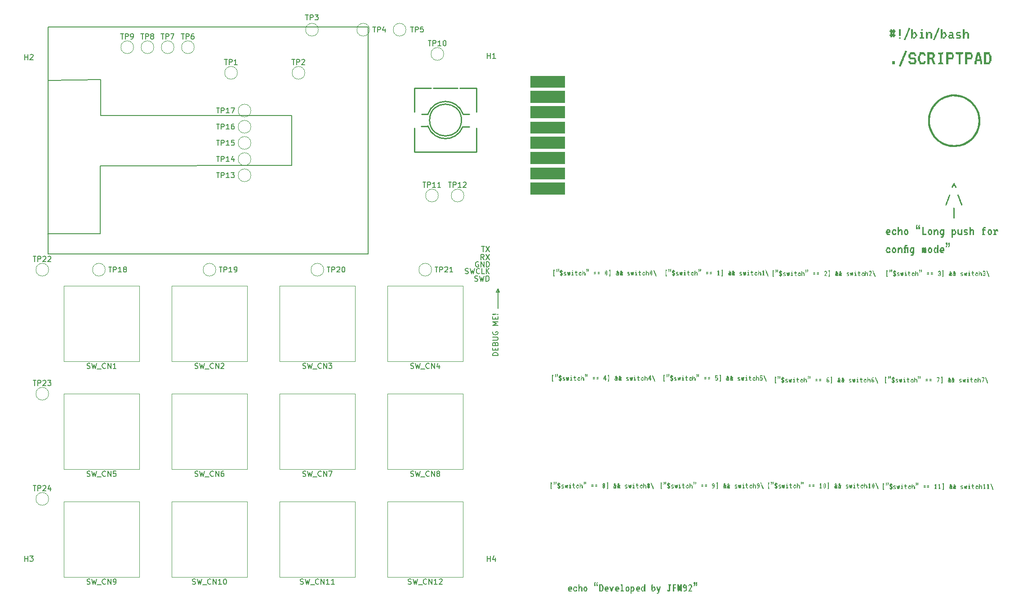
<source format=gbr>
%TF.GenerationSoftware,KiCad,Pcbnew,7.0.8*%
%TF.CreationDate,2023-12-04T11:10:45+01:00*%
%TF.ProjectId,scriptPad_PCB,73637269-7074-4506-9164-5f5043422e6b,rev?*%
%TF.SameCoordinates,Original*%
%TF.FileFunction,Legend,Top*%
%TF.FilePolarity,Positive*%
%FSLAX46Y46*%
G04 Gerber Fmt 4.6, Leading zero omitted, Abs format (unit mm)*
G04 Created by KiCad (PCBNEW 7.0.8) date 2023-12-04 11:10:45*
%MOMM*%
%LPD*%
G01*
G04 APERTURE LIST*
%ADD10C,0.150000*%
%ADD11C,0.250000*%
%ADD12C,0.120000*%
G04 APERTURE END LIST*
D10*
X116836819Y-105073220D02*
X115836819Y-105073220D01*
X115836819Y-105073220D02*
X115836819Y-104835125D01*
X115836819Y-104835125D02*
X115884438Y-104692268D01*
X115884438Y-104692268D02*
X115979676Y-104597030D01*
X115979676Y-104597030D02*
X116074914Y-104549411D01*
X116074914Y-104549411D02*
X116265390Y-104501792D01*
X116265390Y-104501792D02*
X116408247Y-104501792D01*
X116408247Y-104501792D02*
X116598723Y-104549411D01*
X116598723Y-104549411D02*
X116693961Y-104597030D01*
X116693961Y-104597030D02*
X116789200Y-104692268D01*
X116789200Y-104692268D02*
X116836819Y-104835125D01*
X116836819Y-104835125D02*
X116836819Y-105073220D01*
X116313009Y-104073220D02*
X116313009Y-103739887D01*
X116836819Y-103597030D02*
X116836819Y-104073220D01*
X116836819Y-104073220D02*
X115836819Y-104073220D01*
X115836819Y-104073220D02*
X115836819Y-103597030D01*
X116313009Y-102835125D02*
X116360628Y-102692268D01*
X116360628Y-102692268D02*
X116408247Y-102644649D01*
X116408247Y-102644649D02*
X116503485Y-102597030D01*
X116503485Y-102597030D02*
X116646342Y-102597030D01*
X116646342Y-102597030D02*
X116741580Y-102644649D01*
X116741580Y-102644649D02*
X116789200Y-102692268D01*
X116789200Y-102692268D02*
X116836819Y-102787506D01*
X116836819Y-102787506D02*
X116836819Y-103168458D01*
X116836819Y-103168458D02*
X115836819Y-103168458D01*
X115836819Y-103168458D02*
X115836819Y-102835125D01*
X115836819Y-102835125D02*
X115884438Y-102739887D01*
X115884438Y-102739887D02*
X115932057Y-102692268D01*
X115932057Y-102692268D02*
X116027295Y-102644649D01*
X116027295Y-102644649D02*
X116122533Y-102644649D01*
X116122533Y-102644649D02*
X116217771Y-102692268D01*
X116217771Y-102692268D02*
X116265390Y-102739887D01*
X116265390Y-102739887D02*
X116313009Y-102835125D01*
X116313009Y-102835125D02*
X116313009Y-103168458D01*
X115836819Y-102168458D02*
X116646342Y-102168458D01*
X116646342Y-102168458D02*
X116741580Y-102120839D01*
X116741580Y-102120839D02*
X116789200Y-102073220D01*
X116789200Y-102073220D02*
X116836819Y-101977982D01*
X116836819Y-101977982D02*
X116836819Y-101787506D01*
X116836819Y-101787506D02*
X116789200Y-101692268D01*
X116789200Y-101692268D02*
X116741580Y-101644649D01*
X116741580Y-101644649D02*
X116646342Y-101597030D01*
X116646342Y-101597030D02*
X115836819Y-101597030D01*
X115884438Y-100597030D02*
X115836819Y-100692268D01*
X115836819Y-100692268D02*
X115836819Y-100835125D01*
X115836819Y-100835125D02*
X115884438Y-100977982D01*
X115884438Y-100977982D02*
X115979676Y-101073220D01*
X115979676Y-101073220D02*
X116074914Y-101120839D01*
X116074914Y-101120839D02*
X116265390Y-101168458D01*
X116265390Y-101168458D02*
X116408247Y-101168458D01*
X116408247Y-101168458D02*
X116598723Y-101120839D01*
X116598723Y-101120839D02*
X116693961Y-101073220D01*
X116693961Y-101073220D02*
X116789200Y-100977982D01*
X116789200Y-100977982D02*
X116836819Y-100835125D01*
X116836819Y-100835125D02*
X116836819Y-100739887D01*
X116836819Y-100739887D02*
X116789200Y-100597030D01*
X116789200Y-100597030D02*
X116741580Y-100549411D01*
X116741580Y-100549411D02*
X116408247Y-100549411D01*
X116408247Y-100549411D02*
X116408247Y-100739887D01*
X116836819Y-99358934D02*
X115836819Y-99358934D01*
X115836819Y-99358934D02*
X116551104Y-99025601D01*
X116551104Y-99025601D02*
X115836819Y-98692268D01*
X115836819Y-98692268D02*
X116836819Y-98692268D01*
X116313009Y-98216077D02*
X116313009Y-97882744D01*
X116836819Y-97739887D02*
X116836819Y-98216077D01*
X116836819Y-98216077D02*
X115836819Y-98216077D01*
X115836819Y-98216077D02*
X115836819Y-97739887D01*
X116741580Y-97311315D02*
X116789200Y-97263696D01*
X116789200Y-97263696D02*
X116836819Y-97311315D01*
X116836819Y-97311315D02*
X116789200Y-97358934D01*
X116789200Y-97358934D02*
X116741580Y-97311315D01*
X116741580Y-97311315D02*
X116836819Y-97311315D01*
X116455866Y-97311315D02*
X115884438Y-97358934D01*
X115884438Y-97358934D02*
X115836819Y-97311315D01*
X115836819Y-97311315D02*
X115884438Y-97263696D01*
X115884438Y-97263696D02*
X116455866Y-97311315D01*
X116455866Y-97311315D02*
X115836819Y-97311315D01*
X117094000Y-93091000D02*
X116840000Y-92456000D01*
X116459000Y-93091000D02*
X117094000Y-93091000D01*
X116840000Y-92456000D02*
X116459000Y-93091000D01*
X116840000Y-92456000D02*
X116840000Y-96139000D01*
X112430160Y-91008200D02*
X112573017Y-91055819D01*
X112573017Y-91055819D02*
X112811112Y-91055819D01*
X112811112Y-91055819D02*
X112906350Y-91008200D01*
X112906350Y-91008200D02*
X112953969Y-90960580D01*
X112953969Y-90960580D02*
X113001588Y-90865342D01*
X113001588Y-90865342D02*
X113001588Y-90770104D01*
X113001588Y-90770104D02*
X112953969Y-90674866D01*
X112953969Y-90674866D02*
X112906350Y-90627247D01*
X112906350Y-90627247D02*
X112811112Y-90579628D01*
X112811112Y-90579628D02*
X112620636Y-90532009D01*
X112620636Y-90532009D02*
X112525398Y-90484390D01*
X112525398Y-90484390D02*
X112477779Y-90436771D01*
X112477779Y-90436771D02*
X112430160Y-90341533D01*
X112430160Y-90341533D02*
X112430160Y-90246295D01*
X112430160Y-90246295D02*
X112477779Y-90151057D01*
X112477779Y-90151057D02*
X112525398Y-90103438D01*
X112525398Y-90103438D02*
X112620636Y-90055819D01*
X112620636Y-90055819D02*
X112858731Y-90055819D01*
X112858731Y-90055819D02*
X113001588Y-90103438D01*
X113334922Y-90055819D02*
X113573017Y-91055819D01*
X113573017Y-91055819D02*
X113763493Y-90341533D01*
X113763493Y-90341533D02*
X113953969Y-91055819D01*
X113953969Y-91055819D02*
X114192065Y-90055819D01*
X114573017Y-91055819D02*
X114573017Y-90055819D01*
X114573017Y-90055819D02*
X114811112Y-90055819D01*
X114811112Y-90055819D02*
X114953969Y-90103438D01*
X114953969Y-90103438D02*
X115049207Y-90198676D01*
X115049207Y-90198676D02*
X115096826Y-90293914D01*
X115096826Y-90293914D02*
X115144445Y-90484390D01*
X115144445Y-90484390D02*
X115144445Y-90627247D01*
X115144445Y-90627247D02*
X115096826Y-90817723D01*
X115096826Y-90817723D02*
X115049207Y-90912961D01*
X115049207Y-90912961D02*
X114953969Y-91008200D01*
X114953969Y-91008200D02*
X114811112Y-91055819D01*
X114811112Y-91055819D02*
X114573017Y-91055819D01*
X110652160Y-89611200D02*
X110795017Y-89658819D01*
X110795017Y-89658819D02*
X111033112Y-89658819D01*
X111033112Y-89658819D02*
X111128350Y-89611200D01*
X111128350Y-89611200D02*
X111175969Y-89563580D01*
X111175969Y-89563580D02*
X111223588Y-89468342D01*
X111223588Y-89468342D02*
X111223588Y-89373104D01*
X111223588Y-89373104D02*
X111175969Y-89277866D01*
X111175969Y-89277866D02*
X111128350Y-89230247D01*
X111128350Y-89230247D02*
X111033112Y-89182628D01*
X111033112Y-89182628D02*
X110842636Y-89135009D01*
X110842636Y-89135009D02*
X110747398Y-89087390D01*
X110747398Y-89087390D02*
X110699779Y-89039771D01*
X110699779Y-89039771D02*
X110652160Y-88944533D01*
X110652160Y-88944533D02*
X110652160Y-88849295D01*
X110652160Y-88849295D02*
X110699779Y-88754057D01*
X110699779Y-88754057D02*
X110747398Y-88706438D01*
X110747398Y-88706438D02*
X110842636Y-88658819D01*
X110842636Y-88658819D02*
X111080731Y-88658819D01*
X111080731Y-88658819D02*
X111223588Y-88706438D01*
X111556922Y-88658819D02*
X111795017Y-89658819D01*
X111795017Y-89658819D02*
X111985493Y-88944533D01*
X111985493Y-88944533D02*
X112175969Y-89658819D01*
X112175969Y-89658819D02*
X112414065Y-88658819D01*
X113366445Y-89563580D02*
X113318826Y-89611200D01*
X113318826Y-89611200D02*
X113175969Y-89658819D01*
X113175969Y-89658819D02*
X113080731Y-89658819D01*
X113080731Y-89658819D02*
X112937874Y-89611200D01*
X112937874Y-89611200D02*
X112842636Y-89515961D01*
X112842636Y-89515961D02*
X112795017Y-89420723D01*
X112795017Y-89420723D02*
X112747398Y-89230247D01*
X112747398Y-89230247D02*
X112747398Y-89087390D01*
X112747398Y-89087390D02*
X112795017Y-88896914D01*
X112795017Y-88896914D02*
X112842636Y-88801676D01*
X112842636Y-88801676D02*
X112937874Y-88706438D01*
X112937874Y-88706438D02*
X113080731Y-88658819D01*
X113080731Y-88658819D02*
X113175969Y-88658819D01*
X113175969Y-88658819D02*
X113318826Y-88706438D01*
X113318826Y-88706438D02*
X113366445Y-88754057D01*
X114271207Y-89658819D02*
X113795017Y-89658819D01*
X113795017Y-89658819D02*
X113795017Y-88658819D01*
X114604541Y-89658819D02*
X114604541Y-88658819D01*
X115175969Y-89658819D02*
X114747398Y-89087390D01*
X115175969Y-88658819D02*
X114604541Y-89230247D01*
X113128588Y-87436438D02*
X113033350Y-87388819D01*
X113033350Y-87388819D02*
X112890493Y-87388819D01*
X112890493Y-87388819D02*
X112747636Y-87436438D01*
X112747636Y-87436438D02*
X112652398Y-87531676D01*
X112652398Y-87531676D02*
X112604779Y-87626914D01*
X112604779Y-87626914D02*
X112557160Y-87817390D01*
X112557160Y-87817390D02*
X112557160Y-87960247D01*
X112557160Y-87960247D02*
X112604779Y-88150723D01*
X112604779Y-88150723D02*
X112652398Y-88245961D01*
X112652398Y-88245961D02*
X112747636Y-88341200D01*
X112747636Y-88341200D02*
X112890493Y-88388819D01*
X112890493Y-88388819D02*
X112985731Y-88388819D01*
X112985731Y-88388819D02*
X113128588Y-88341200D01*
X113128588Y-88341200D02*
X113176207Y-88293580D01*
X113176207Y-88293580D02*
X113176207Y-87960247D01*
X113176207Y-87960247D02*
X112985731Y-87960247D01*
X113604779Y-88388819D02*
X113604779Y-87388819D01*
X113604779Y-87388819D02*
X114176207Y-88388819D01*
X114176207Y-88388819D02*
X114176207Y-87388819D01*
X114652398Y-88388819D02*
X114652398Y-87388819D01*
X114652398Y-87388819D02*
X114890493Y-87388819D01*
X114890493Y-87388819D02*
X115033350Y-87436438D01*
X115033350Y-87436438D02*
X115128588Y-87531676D01*
X115128588Y-87531676D02*
X115176207Y-87626914D01*
X115176207Y-87626914D02*
X115223826Y-87817390D01*
X115223826Y-87817390D02*
X115223826Y-87960247D01*
X115223826Y-87960247D02*
X115176207Y-88150723D01*
X115176207Y-88150723D02*
X115128588Y-88245961D01*
X115128588Y-88245961D02*
X115033350Y-88341200D01*
X115033350Y-88341200D02*
X114890493Y-88388819D01*
X114890493Y-88388819D02*
X114652398Y-88388819D01*
X114192207Y-86991819D02*
X113858874Y-86515628D01*
X113620779Y-86991819D02*
X113620779Y-85991819D01*
X113620779Y-85991819D02*
X114001731Y-85991819D01*
X114001731Y-85991819D02*
X114096969Y-86039438D01*
X114096969Y-86039438D02*
X114144588Y-86087057D01*
X114144588Y-86087057D02*
X114192207Y-86182295D01*
X114192207Y-86182295D02*
X114192207Y-86325152D01*
X114192207Y-86325152D02*
X114144588Y-86420390D01*
X114144588Y-86420390D02*
X114096969Y-86468009D01*
X114096969Y-86468009D02*
X114001731Y-86515628D01*
X114001731Y-86515628D02*
X113620779Y-86515628D01*
X114525541Y-85991819D02*
X115192207Y-86991819D01*
X115192207Y-85991819D02*
X114525541Y-86991819D01*
X113731922Y-84467819D02*
X114303350Y-84467819D01*
X114017636Y-85467819D02*
X114017636Y-84467819D01*
X114541446Y-84467819D02*
X115208112Y-85467819D01*
X115208112Y-84467819D02*
X114541446Y-85467819D01*
X77949000Y-69280000D02*
X77949000Y-59840000D01*
X41904000Y-82090000D02*
X41909000Y-69300000D01*
X41949000Y-59820000D02*
X42009000Y-53050000D01*
X41909000Y-69300000D02*
X77949000Y-69280000D01*
X42009000Y-53050000D02*
X32109000Y-53220000D01*
X77949000Y-59840000D02*
X41949000Y-59820000D01*
X32004000Y-82090000D02*
X41904000Y-82090000D01*
X32069000Y-43180000D02*
X92329000Y-43180000D01*
X92329000Y-85900000D01*
X32069000Y-85900000D01*
X32069000Y-43180000D01*
X39425905Y-148107200D02*
X39568762Y-148154819D01*
X39568762Y-148154819D02*
X39806857Y-148154819D01*
X39806857Y-148154819D02*
X39902095Y-148107200D01*
X39902095Y-148107200D02*
X39949714Y-148059580D01*
X39949714Y-148059580D02*
X39997333Y-147964342D01*
X39997333Y-147964342D02*
X39997333Y-147869104D01*
X39997333Y-147869104D02*
X39949714Y-147773866D01*
X39949714Y-147773866D02*
X39902095Y-147726247D01*
X39902095Y-147726247D02*
X39806857Y-147678628D01*
X39806857Y-147678628D02*
X39616381Y-147631009D01*
X39616381Y-147631009D02*
X39521143Y-147583390D01*
X39521143Y-147583390D02*
X39473524Y-147535771D01*
X39473524Y-147535771D02*
X39425905Y-147440533D01*
X39425905Y-147440533D02*
X39425905Y-147345295D01*
X39425905Y-147345295D02*
X39473524Y-147250057D01*
X39473524Y-147250057D02*
X39521143Y-147202438D01*
X39521143Y-147202438D02*
X39616381Y-147154819D01*
X39616381Y-147154819D02*
X39854476Y-147154819D01*
X39854476Y-147154819D02*
X39997333Y-147202438D01*
X40330667Y-147154819D02*
X40568762Y-148154819D01*
X40568762Y-148154819D02*
X40759238Y-147440533D01*
X40759238Y-147440533D02*
X40949714Y-148154819D01*
X40949714Y-148154819D02*
X41187810Y-147154819D01*
X41330667Y-148250057D02*
X42092571Y-148250057D01*
X42902095Y-148059580D02*
X42854476Y-148107200D01*
X42854476Y-148107200D02*
X42711619Y-148154819D01*
X42711619Y-148154819D02*
X42616381Y-148154819D01*
X42616381Y-148154819D02*
X42473524Y-148107200D01*
X42473524Y-148107200D02*
X42378286Y-148011961D01*
X42378286Y-148011961D02*
X42330667Y-147916723D01*
X42330667Y-147916723D02*
X42283048Y-147726247D01*
X42283048Y-147726247D02*
X42283048Y-147583390D01*
X42283048Y-147583390D02*
X42330667Y-147392914D01*
X42330667Y-147392914D02*
X42378286Y-147297676D01*
X42378286Y-147297676D02*
X42473524Y-147202438D01*
X42473524Y-147202438D02*
X42616381Y-147154819D01*
X42616381Y-147154819D02*
X42711619Y-147154819D01*
X42711619Y-147154819D02*
X42854476Y-147202438D01*
X42854476Y-147202438D02*
X42902095Y-147250057D01*
X43330667Y-148154819D02*
X43330667Y-147154819D01*
X43330667Y-147154819D02*
X43902095Y-148154819D01*
X43902095Y-148154819D02*
X43902095Y-147154819D01*
X44425905Y-148154819D02*
X44616381Y-148154819D01*
X44616381Y-148154819D02*
X44711619Y-148107200D01*
X44711619Y-148107200D02*
X44759238Y-148059580D01*
X44759238Y-148059580D02*
X44854476Y-147916723D01*
X44854476Y-147916723D02*
X44902095Y-147726247D01*
X44902095Y-147726247D02*
X44902095Y-147345295D01*
X44902095Y-147345295D02*
X44854476Y-147250057D01*
X44854476Y-147250057D02*
X44806857Y-147202438D01*
X44806857Y-147202438D02*
X44711619Y-147154819D01*
X44711619Y-147154819D02*
X44521143Y-147154819D01*
X44521143Y-147154819D02*
X44425905Y-147202438D01*
X44425905Y-147202438D02*
X44378286Y-147250057D01*
X44378286Y-147250057D02*
X44330667Y-147345295D01*
X44330667Y-147345295D02*
X44330667Y-147583390D01*
X44330667Y-147583390D02*
X44378286Y-147678628D01*
X44378286Y-147678628D02*
X44425905Y-147726247D01*
X44425905Y-147726247D02*
X44521143Y-147773866D01*
X44521143Y-147773866D02*
X44711619Y-147773866D01*
X44711619Y-147773866D02*
X44806857Y-147726247D01*
X44806857Y-147726247D02*
X44854476Y-147678628D01*
X44854476Y-147678628D02*
X44902095Y-147583390D01*
X29249905Y-129536819D02*
X29821333Y-129536819D01*
X29535619Y-130536819D02*
X29535619Y-129536819D01*
X30154667Y-130536819D02*
X30154667Y-129536819D01*
X30154667Y-129536819D02*
X30535619Y-129536819D01*
X30535619Y-129536819D02*
X30630857Y-129584438D01*
X30630857Y-129584438D02*
X30678476Y-129632057D01*
X30678476Y-129632057D02*
X30726095Y-129727295D01*
X30726095Y-129727295D02*
X30726095Y-129870152D01*
X30726095Y-129870152D02*
X30678476Y-129965390D01*
X30678476Y-129965390D02*
X30630857Y-130013009D01*
X30630857Y-130013009D02*
X30535619Y-130060628D01*
X30535619Y-130060628D02*
X30154667Y-130060628D01*
X31107048Y-129632057D02*
X31154667Y-129584438D01*
X31154667Y-129584438D02*
X31249905Y-129536819D01*
X31249905Y-129536819D02*
X31488000Y-129536819D01*
X31488000Y-129536819D02*
X31583238Y-129584438D01*
X31583238Y-129584438D02*
X31630857Y-129632057D01*
X31630857Y-129632057D02*
X31678476Y-129727295D01*
X31678476Y-129727295D02*
X31678476Y-129822533D01*
X31678476Y-129822533D02*
X31630857Y-129965390D01*
X31630857Y-129965390D02*
X31059429Y-130536819D01*
X31059429Y-130536819D02*
X31678476Y-130536819D01*
X32535619Y-129870152D02*
X32535619Y-130536819D01*
X32297524Y-129489200D02*
X32059429Y-130203485D01*
X32059429Y-130203485D02*
X32678476Y-130203485D01*
X29249905Y-109724819D02*
X29821333Y-109724819D01*
X29535619Y-110724819D02*
X29535619Y-109724819D01*
X30154667Y-110724819D02*
X30154667Y-109724819D01*
X30154667Y-109724819D02*
X30535619Y-109724819D01*
X30535619Y-109724819D02*
X30630857Y-109772438D01*
X30630857Y-109772438D02*
X30678476Y-109820057D01*
X30678476Y-109820057D02*
X30726095Y-109915295D01*
X30726095Y-109915295D02*
X30726095Y-110058152D01*
X30726095Y-110058152D02*
X30678476Y-110153390D01*
X30678476Y-110153390D02*
X30630857Y-110201009D01*
X30630857Y-110201009D02*
X30535619Y-110248628D01*
X30535619Y-110248628D02*
X30154667Y-110248628D01*
X31107048Y-109820057D02*
X31154667Y-109772438D01*
X31154667Y-109772438D02*
X31249905Y-109724819D01*
X31249905Y-109724819D02*
X31488000Y-109724819D01*
X31488000Y-109724819D02*
X31583238Y-109772438D01*
X31583238Y-109772438D02*
X31630857Y-109820057D01*
X31630857Y-109820057D02*
X31678476Y-109915295D01*
X31678476Y-109915295D02*
X31678476Y-110010533D01*
X31678476Y-110010533D02*
X31630857Y-110153390D01*
X31630857Y-110153390D02*
X31059429Y-110724819D01*
X31059429Y-110724819D02*
X31678476Y-110724819D01*
X32011810Y-109724819D02*
X32630857Y-109724819D01*
X32630857Y-109724819D02*
X32297524Y-110105771D01*
X32297524Y-110105771D02*
X32440381Y-110105771D01*
X32440381Y-110105771D02*
X32535619Y-110153390D01*
X32535619Y-110153390D02*
X32583238Y-110201009D01*
X32583238Y-110201009D02*
X32630857Y-110296247D01*
X32630857Y-110296247D02*
X32630857Y-110534342D01*
X32630857Y-110534342D02*
X32583238Y-110629580D01*
X32583238Y-110629580D02*
X32535619Y-110677200D01*
X32535619Y-110677200D02*
X32440381Y-110724819D01*
X32440381Y-110724819D02*
X32154667Y-110724819D01*
X32154667Y-110724819D02*
X32059429Y-110677200D01*
X32059429Y-110677200D02*
X32011810Y-110629580D01*
X29249905Y-86356819D02*
X29821333Y-86356819D01*
X29535619Y-87356819D02*
X29535619Y-86356819D01*
X30154667Y-87356819D02*
X30154667Y-86356819D01*
X30154667Y-86356819D02*
X30535619Y-86356819D01*
X30535619Y-86356819D02*
X30630857Y-86404438D01*
X30630857Y-86404438D02*
X30678476Y-86452057D01*
X30678476Y-86452057D02*
X30726095Y-86547295D01*
X30726095Y-86547295D02*
X30726095Y-86690152D01*
X30726095Y-86690152D02*
X30678476Y-86785390D01*
X30678476Y-86785390D02*
X30630857Y-86833009D01*
X30630857Y-86833009D02*
X30535619Y-86880628D01*
X30535619Y-86880628D02*
X30154667Y-86880628D01*
X31107048Y-86452057D02*
X31154667Y-86404438D01*
X31154667Y-86404438D02*
X31249905Y-86356819D01*
X31249905Y-86356819D02*
X31488000Y-86356819D01*
X31488000Y-86356819D02*
X31583238Y-86404438D01*
X31583238Y-86404438D02*
X31630857Y-86452057D01*
X31630857Y-86452057D02*
X31678476Y-86547295D01*
X31678476Y-86547295D02*
X31678476Y-86642533D01*
X31678476Y-86642533D02*
X31630857Y-86785390D01*
X31630857Y-86785390D02*
X31059429Y-87356819D01*
X31059429Y-87356819D02*
X31678476Y-87356819D01*
X32059429Y-86452057D02*
X32107048Y-86404438D01*
X32107048Y-86404438D02*
X32202286Y-86356819D01*
X32202286Y-86356819D02*
X32440381Y-86356819D01*
X32440381Y-86356819D02*
X32535619Y-86404438D01*
X32535619Y-86404438D02*
X32583238Y-86452057D01*
X32583238Y-86452057D02*
X32630857Y-86547295D01*
X32630857Y-86547295D02*
X32630857Y-86642533D01*
X32630857Y-86642533D02*
X32583238Y-86785390D01*
X32583238Y-86785390D02*
X32011810Y-87356819D01*
X32011810Y-87356819D02*
X32630857Y-87356819D01*
X104941905Y-88354819D02*
X105513333Y-88354819D01*
X105227619Y-89354819D02*
X105227619Y-88354819D01*
X105846667Y-89354819D02*
X105846667Y-88354819D01*
X105846667Y-88354819D02*
X106227619Y-88354819D01*
X106227619Y-88354819D02*
X106322857Y-88402438D01*
X106322857Y-88402438D02*
X106370476Y-88450057D01*
X106370476Y-88450057D02*
X106418095Y-88545295D01*
X106418095Y-88545295D02*
X106418095Y-88688152D01*
X106418095Y-88688152D02*
X106370476Y-88783390D01*
X106370476Y-88783390D02*
X106322857Y-88831009D01*
X106322857Y-88831009D02*
X106227619Y-88878628D01*
X106227619Y-88878628D02*
X105846667Y-88878628D01*
X106799048Y-88450057D02*
X106846667Y-88402438D01*
X106846667Y-88402438D02*
X106941905Y-88354819D01*
X106941905Y-88354819D02*
X107180000Y-88354819D01*
X107180000Y-88354819D02*
X107275238Y-88402438D01*
X107275238Y-88402438D02*
X107322857Y-88450057D01*
X107322857Y-88450057D02*
X107370476Y-88545295D01*
X107370476Y-88545295D02*
X107370476Y-88640533D01*
X107370476Y-88640533D02*
X107322857Y-88783390D01*
X107322857Y-88783390D02*
X106751429Y-89354819D01*
X106751429Y-89354819D02*
X107370476Y-89354819D01*
X108322857Y-89354819D02*
X107751429Y-89354819D01*
X108037143Y-89354819D02*
X108037143Y-88354819D01*
X108037143Y-88354819D02*
X107941905Y-88497676D01*
X107941905Y-88497676D02*
X107846667Y-88592914D01*
X107846667Y-88592914D02*
X107751429Y-88640533D01*
X84621905Y-88354819D02*
X85193333Y-88354819D01*
X84907619Y-89354819D02*
X84907619Y-88354819D01*
X85526667Y-89354819D02*
X85526667Y-88354819D01*
X85526667Y-88354819D02*
X85907619Y-88354819D01*
X85907619Y-88354819D02*
X86002857Y-88402438D01*
X86002857Y-88402438D02*
X86050476Y-88450057D01*
X86050476Y-88450057D02*
X86098095Y-88545295D01*
X86098095Y-88545295D02*
X86098095Y-88688152D01*
X86098095Y-88688152D02*
X86050476Y-88783390D01*
X86050476Y-88783390D02*
X86002857Y-88831009D01*
X86002857Y-88831009D02*
X85907619Y-88878628D01*
X85907619Y-88878628D02*
X85526667Y-88878628D01*
X86479048Y-88450057D02*
X86526667Y-88402438D01*
X86526667Y-88402438D02*
X86621905Y-88354819D01*
X86621905Y-88354819D02*
X86860000Y-88354819D01*
X86860000Y-88354819D02*
X86955238Y-88402438D01*
X86955238Y-88402438D02*
X87002857Y-88450057D01*
X87002857Y-88450057D02*
X87050476Y-88545295D01*
X87050476Y-88545295D02*
X87050476Y-88640533D01*
X87050476Y-88640533D02*
X87002857Y-88783390D01*
X87002857Y-88783390D02*
X86431429Y-89354819D01*
X86431429Y-89354819D02*
X87050476Y-89354819D01*
X87669524Y-88354819D02*
X87764762Y-88354819D01*
X87764762Y-88354819D02*
X87860000Y-88402438D01*
X87860000Y-88402438D02*
X87907619Y-88450057D01*
X87907619Y-88450057D02*
X87955238Y-88545295D01*
X87955238Y-88545295D02*
X88002857Y-88735771D01*
X88002857Y-88735771D02*
X88002857Y-88973866D01*
X88002857Y-88973866D02*
X87955238Y-89164342D01*
X87955238Y-89164342D02*
X87907619Y-89259580D01*
X87907619Y-89259580D02*
X87860000Y-89307200D01*
X87860000Y-89307200D02*
X87764762Y-89354819D01*
X87764762Y-89354819D02*
X87669524Y-89354819D01*
X87669524Y-89354819D02*
X87574286Y-89307200D01*
X87574286Y-89307200D02*
X87526667Y-89259580D01*
X87526667Y-89259580D02*
X87479048Y-89164342D01*
X87479048Y-89164342D02*
X87431429Y-88973866D01*
X87431429Y-88973866D02*
X87431429Y-88735771D01*
X87431429Y-88735771D02*
X87479048Y-88545295D01*
X87479048Y-88545295D02*
X87526667Y-88450057D01*
X87526667Y-88450057D02*
X87574286Y-88402438D01*
X87574286Y-88402438D02*
X87669524Y-88354819D01*
X64301905Y-88354819D02*
X64873333Y-88354819D01*
X64587619Y-89354819D02*
X64587619Y-88354819D01*
X65206667Y-89354819D02*
X65206667Y-88354819D01*
X65206667Y-88354819D02*
X65587619Y-88354819D01*
X65587619Y-88354819D02*
X65682857Y-88402438D01*
X65682857Y-88402438D02*
X65730476Y-88450057D01*
X65730476Y-88450057D02*
X65778095Y-88545295D01*
X65778095Y-88545295D02*
X65778095Y-88688152D01*
X65778095Y-88688152D02*
X65730476Y-88783390D01*
X65730476Y-88783390D02*
X65682857Y-88831009D01*
X65682857Y-88831009D02*
X65587619Y-88878628D01*
X65587619Y-88878628D02*
X65206667Y-88878628D01*
X66730476Y-89354819D02*
X66159048Y-89354819D01*
X66444762Y-89354819D02*
X66444762Y-88354819D01*
X66444762Y-88354819D02*
X66349524Y-88497676D01*
X66349524Y-88497676D02*
X66254286Y-88592914D01*
X66254286Y-88592914D02*
X66159048Y-88640533D01*
X67206667Y-89354819D02*
X67397143Y-89354819D01*
X67397143Y-89354819D02*
X67492381Y-89307200D01*
X67492381Y-89307200D02*
X67540000Y-89259580D01*
X67540000Y-89259580D02*
X67635238Y-89116723D01*
X67635238Y-89116723D02*
X67682857Y-88926247D01*
X67682857Y-88926247D02*
X67682857Y-88545295D01*
X67682857Y-88545295D02*
X67635238Y-88450057D01*
X67635238Y-88450057D02*
X67587619Y-88402438D01*
X67587619Y-88402438D02*
X67492381Y-88354819D01*
X67492381Y-88354819D02*
X67301905Y-88354819D01*
X67301905Y-88354819D02*
X67206667Y-88402438D01*
X67206667Y-88402438D02*
X67159048Y-88450057D01*
X67159048Y-88450057D02*
X67111429Y-88545295D01*
X67111429Y-88545295D02*
X67111429Y-88783390D01*
X67111429Y-88783390D02*
X67159048Y-88878628D01*
X67159048Y-88878628D02*
X67206667Y-88926247D01*
X67206667Y-88926247D02*
X67301905Y-88973866D01*
X67301905Y-88973866D02*
X67492381Y-88973866D01*
X67492381Y-88973866D02*
X67587619Y-88926247D01*
X67587619Y-88926247D02*
X67635238Y-88878628D01*
X67635238Y-88878628D02*
X67682857Y-88783390D01*
X43473905Y-88354819D02*
X44045333Y-88354819D01*
X43759619Y-89354819D02*
X43759619Y-88354819D01*
X44378667Y-89354819D02*
X44378667Y-88354819D01*
X44378667Y-88354819D02*
X44759619Y-88354819D01*
X44759619Y-88354819D02*
X44854857Y-88402438D01*
X44854857Y-88402438D02*
X44902476Y-88450057D01*
X44902476Y-88450057D02*
X44950095Y-88545295D01*
X44950095Y-88545295D02*
X44950095Y-88688152D01*
X44950095Y-88688152D02*
X44902476Y-88783390D01*
X44902476Y-88783390D02*
X44854857Y-88831009D01*
X44854857Y-88831009D02*
X44759619Y-88878628D01*
X44759619Y-88878628D02*
X44378667Y-88878628D01*
X45902476Y-89354819D02*
X45331048Y-89354819D01*
X45616762Y-89354819D02*
X45616762Y-88354819D01*
X45616762Y-88354819D02*
X45521524Y-88497676D01*
X45521524Y-88497676D02*
X45426286Y-88592914D01*
X45426286Y-88592914D02*
X45331048Y-88640533D01*
X46473905Y-88783390D02*
X46378667Y-88735771D01*
X46378667Y-88735771D02*
X46331048Y-88688152D01*
X46331048Y-88688152D02*
X46283429Y-88592914D01*
X46283429Y-88592914D02*
X46283429Y-88545295D01*
X46283429Y-88545295D02*
X46331048Y-88450057D01*
X46331048Y-88450057D02*
X46378667Y-88402438D01*
X46378667Y-88402438D02*
X46473905Y-88354819D01*
X46473905Y-88354819D02*
X46664381Y-88354819D01*
X46664381Y-88354819D02*
X46759619Y-88402438D01*
X46759619Y-88402438D02*
X46807238Y-88450057D01*
X46807238Y-88450057D02*
X46854857Y-88545295D01*
X46854857Y-88545295D02*
X46854857Y-88592914D01*
X46854857Y-88592914D02*
X46807238Y-88688152D01*
X46807238Y-88688152D02*
X46759619Y-88735771D01*
X46759619Y-88735771D02*
X46664381Y-88783390D01*
X46664381Y-88783390D02*
X46473905Y-88783390D01*
X46473905Y-88783390D02*
X46378667Y-88831009D01*
X46378667Y-88831009D02*
X46331048Y-88878628D01*
X46331048Y-88878628D02*
X46283429Y-88973866D01*
X46283429Y-88973866D02*
X46283429Y-89164342D01*
X46283429Y-89164342D02*
X46331048Y-89259580D01*
X46331048Y-89259580D02*
X46378667Y-89307200D01*
X46378667Y-89307200D02*
X46473905Y-89354819D01*
X46473905Y-89354819D02*
X46664381Y-89354819D01*
X46664381Y-89354819D02*
X46759619Y-89307200D01*
X46759619Y-89307200D02*
X46807238Y-89259580D01*
X46807238Y-89259580D02*
X46854857Y-89164342D01*
X46854857Y-89164342D02*
X46854857Y-88973866D01*
X46854857Y-88973866D02*
X46807238Y-88878628D01*
X46807238Y-88878628D02*
X46759619Y-88831009D01*
X46759619Y-88831009D02*
X46664381Y-88783390D01*
X63793905Y-58382819D02*
X64365333Y-58382819D01*
X64079619Y-59382819D02*
X64079619Y-58382819D01*
X64698667Y-59382819D02*
X64698667Y-58382819D01*
X64698667Y-58382819D02*
X65079619Y-58382819D01*
X65079619Y-58382819D02*
X65174857Y-58430438D01*
X65174857Y-58430438D02*
X65222476Y-58478057D01*
X65222476Y-58478057D02*
X65270095Y-58573295D01*
X65270095Y-58573295D02*
X65270095Y-58716152D01*
X65270095Y-58716152D02*
X65222476Y-58811390D01*
X65222476Y-58811390D02*
X65174857Y-58859009D01*
X65174857Y-58859009D02*
X65079619Y-58906628D01*
X65079619Y-58906628D02*
X64698667Y-58906628D01*
X66222476Y-59382819D02*
X65651048Y-59382819D01*
X65936762Y-59382819D02*
X65936762Y-58382819D01*
X65936762Y-58382819D02*
X65841524Y-58525676D01*
X65841524Y-58525676D02*
X65746286Y-58620914D01*
X65746286Y-58620914D02*
X65651048Y-58668533D01*
X66555810Y-58382819D02*
X67222476Y-58382819D01*
X67222476Y-58382819D02*
X66793905Y-59382819D01*
X63793905Y-61430819D02*
X64365333Y-61430819D01*
X64079619Y-62430819D02*
X64079619Y-61430819D01*
X64698667Y-62430819D02*
X64698667Y-61430819D01*
X64698667Y-61430819D02*
X65079619Y-61430819D01*
X65079619Y-61430819D02*
X65174857Y-61478438D01*
X65174857Y-61478438D02*
X65222476Y-61526057D01*
X65222476Y-61526057D02*
X65270095Y-61621295D01*
X65270095Y-61621295D02*
X65270095Y-61764152D01*
X65270095Y-61764152D02*
X65222476Y-61859390D01*
X65222476Y-61859390D02*
X65174857Y-61907009D01*
X65174857Y-61907009D02*
X65079619Y-61954628D01*
X65079619Y-61954628D02*
X64698667Y-61954628D01*
X66222476Y-62430819D02*
X65651048Y-62430819D01*
X65936762Y-62430819D02*
X65936762Y-61430819D01*
X65936762Y-61430819D02*
X65841524Y-61573676D01*
X65841524Y-61573676D02*
X65746286Y-61668914D01*
X65746286Y-61668914D02*
X65651048Y-61716533D01*
X67079619Y-61430819D02*
X66889143Y-61430819D01*
X66889143Y-61430819D02*
X66793905Y-61478438D01*
X66793905Y-61478438D02*
X66746286Y-61526057D01*
X66746286Y-61526057D02*
X66651048Y-61668914D01*
X66651048Y-61668914D02*
X66603429Y-61859390D01*
X66603429Y-61859390D02*
X66603429Y-62240342D01*
X66603429Y-62240342D02*
X66651048Y-62335580D01*
X66651048Y-62335580D02*
X66698667Y-62383200D01*
X66698667Y-62383200D02*
X66793905Y-62430819D01*
X66793905Y-62430819D02*
X66984381Y-62430819D01*
X66984381Y-62430819D02*
X67079619Y-62383200D01*
X67079619Y-62383200D02*
X67127238Y-62335580D01*
X67127238Y-62335580D02*
X67174857Y-62240342D01*
X67174857Y-62240342D02*
X67174857Y-62002247D01*
X67174857Y-62002247D02*
X67127238Y-61907009D01*
X67127238Y-61907009D02*
X67079619Y-61859390D01*
X67079619Y-61859390D02*
X66984381Y-61811771D01*
X66984381Y-61811771D02*
X66793905Y-61811771D01*
X66793905Y-61811771D02*
X66698667Y-61859390D01*
X66698667Y-61859390D02*
X66651048Y-61907009D01*
X66651048Y-61907009D02*
X66603429Y-62002247D01*
X63793905Y-64478819D02*
X64365333Y-64478819D01*
X64079619Y-65478819D02*
X64079619Y-64478819D01*
X64698667Y-65478819D02*
X64698667Y-64478819D01*
X64698667Y-64478819D02*
X65079619Y-64478819D01*
X65079619Y-64478819D02*
X65174857Y-64526438D01*
X65174857Y-64526438D02*
X65222476Y-64574057D01*
X65222476Y-64574057D02*
X65270095Y-64669295D01*
X65270095Y-64669295D02*
X65270095Y-64812152D01*
X65270095Y-64812152D02*
X65222476Y-64907390D01*
X65222476Y-64907390D02*
X65174857Y-64955009D01*
X65174857Y-64955009D02*
X65079619Y-65002628D01*
X65079619Y-65002628D02*
X64698667Y-65002628D01*
X66222476Y-65478819D02*
X65651048Y-65478819D01*
X65936762Y-65478819D02*
X65936762Y-64478819D01*
X65936762Y-64478819D02*
X65841524Y-64621676D01*
X65841524Y-64621676D02*
X65746286Y-64716914D01*
X65746286Y-64716914D02*
X65651048Y-64764533D01*
X67127238Y-64478819D02*
X66651048Y-64478819D01*
X66651048Y-64478819D02*
X66603429Y-64955009D01*
X66603429Y-64955009D02*
X66651048Y-64907390D01*
X66651048Y-64907390D02*
X66746286Y-64859771D01*
X66746286Y-64859771D02*
X66984381Y-64859771D01*
X66984381Y-64859771D02*
X67079619Y-64907390D01*
X67079619Y-64907390D02*
X67127238Y-64955009D01*
X67127238Y-64955009D02*
X67174857Y-65050247D01*
X67174857Y-65050247D02*
X67174857Y-65288342D01*
X67174857Y-65288342D02*
X67127238Y-65383580D01*
X67127238Y-65383580D02*
X67079619Y-65431200D01*
X67079619Y-65431200D02*
X66984381Y-65478819D01*
X66984381Y-65478819D02*
X66746286Y-65478819D01*
X66746286Y-65478819D02*
X66651048Y-65431200D01*
X66651048Y-65431200D02*
X66603429Y-65383580D01*
X63793905Y-67526819D02*
X64365333Y-67526819D01*
X64079619Y-68526819D02*
X64079619Y-67526819D01*
X64698667Y-68526819D02*
X64698667Y-67526819D01*
X64698667Y-67526819D02*
X65079619Y-67526819D01*
X65079619Y-67526819D02*
X65174857Y-67574438D01*
X65174857Y-67574438D02*
X65222476Y-67622057D01*
X65222476Y-67622057D02*
X65270095Y-67717295D01*
X65270095Y-67717295D02*
X65270095Y-67860152D01*
X65270095Y-67860152D02*
X65222476Y-67955390D01*
X65222476Y-67955390D02*
X65174857Y-68003009D01*
X65174857Y-68003009D02*
X65079619Y-68050628D01*
X65079619Y-68050628D02*
X64698667Y-68050628D01*
X66222476Y-68526819D02*
X65651048Y-68526819D01*
X65936762Y-68526819D02*
X65936762Y-67526819D01*
X65936762Y-67526819D02*
X65841524Y-67669676D01*
X65841524Y-67669676D02*
X65746286Y-67764914D01*
X65746286Y-67764914D02*
X65651048Y-67812533D01*
X67079619Y-67860152D02*
X67079619Y-68526819D01*
X66841524Y-67479200D02*
X66603429Y-68193485D01*
X66603429Y-68193485D02*
X67222476Y-68193485D01*
X63793905Y-70574819D02*
X64365333Y-70574819D01*
X64079619Y-71574819D02*
X64079619Y-70574819D01*
X64698667Y-71574819D02*
X64698667Y-70574819D01*
X64698667Y-70574819D02*
X65079619Y-70574819D01*
X65079619Y-70574819D02*
X65174857Y-70622438D01*
X65174857Y-70622438D02*
X65222476Y-70670057D01*
X65222476Y-70670057D02*
X65270095Y-70765295D01*
X65270095Y-70765295D02*
X65270095Y-70908152D01*
X65270095Y-70908152D02*
X65222476Y-71003390D01*
X65222476Y-71003390D02*
X65174857Y-71051009D01*
X65174857Y-71051009D02*
X65079619Y-71098628D01*
X65079619Y-71098628D02*
X64698667Y-71098628D01*
X66222476Y-71574819D02*
X65651048Y-71574819D01*
X65936762Y-71574819D02*
X65936762Y-70574819D01*
X65936762Y-70574819D02*
X65841524Y-70717676D01*
X65841524Y-70717676D02*
X65746286Y-70812914D01*
X65746286Y-70812914D02*
X65651048Y-70860533D01*
X66555810Y-70574819D02*
X67174857Y-70574819D01*
X67174857Y-70574819D02*
X66841524Y-70955771D01*
X66841524Y-70955771D02*
X66984381Y-70955771D01*
X66984381Y-70955771D02*
X67079619Y-71003390D01*
X67079619Y-71003390D02*
X67127238Y-71051009D01*
X67127238Y-71051009D02*
X67174857Y-71146247D01*
X67174857Y-71146247D02*
X67174857Y-71384342D01*
X67174857Y-71384342D02*
X67127238Y-71479580D01*
X67127238Y-71479580D02*
X67079619Y-71527200D01*
X67079619Y-71527200D02*
X66984381Y-71574819D01*
X66984381Y-71574819D02*
X66698667Y-71574819D01*
X66698667Y-71574819D02*
X66603429Y-71527200D01*
X66603429Y-71527200D02*
X66555810Y-71479580D01*
X107481905Y-72386819D02*
X108053333Y-72386819D01*
X107767619Y-73386819D02*
X107767619Y-72386819D01*
X108386667Y-73386819D02*
X108386667Y-72386819D01*
X108386667Y-72386819D02*
X108767619Y-72386819D01*
X108767619Y-72386819D02*
X108862857Y-72434438D01*
X108862857Y-72434438D02*
X108910476Y-72482057D01*
X108910476Y-72482057D02*
X108958095Y-72577295D01*
X108958095Y-72577295D02*
X108958095Y-72720152D01*
X108958095Y-72720152D02*
X108910476Y-72815390D01*
X108910476Y-72815390D02*
X108862857Y-72863009D01*
X108862857Y-72863009D02*
X108767619Y-72910628D01*
X108767619Y-72910628D02*
X108386667Y-72910628D01*
X109910476Y-73386819D02*
X109339048Y-73386819D01*
X109624762Y-73386819D02*
X109624762Y-72386819D01*
X109624762Y-72386819D02*
X109529524Y-72529676D01*
X109529524Y-72529676D02*
X109434286Y-72624914D01*
X109434286Y-72624914D02*
X109339048Y-72672533D01*
X110291429Y-72482057D02*
X110339048Y-72434438D01*
X110339048Y-72434438D02*
X110434286Y-72386819D01*
X110434286Y-72386819D02*
X110672381Y-72386819D01*
X110672381Y-72386819D02*
X110767619Y-72434438D01*
X110767619Y-72434438D02*
X110815238Y-72482057D01*
X110815238Y-72482057D02*
X110862857Y-72577295D01*
X110862857Y-72577295D02*
X110862857Y-72672533D01*
X110862857Y-72672533D02*
X110815238Y-72815390D01*
X110815238Y-72815390D02*
X110243810Y-73386819D01*
X110243810Y-73386819D02*
X110862857Y-73386819D01*
X102655905Y-72386819D02*
X103227333Y-72386819D01*
X102941619Y-73386819D02*
X102941619Y-72386819D01*
X103560667Y-73386819D02*
X103560667Y-72386819D01*
X103560667Y-72386819D02*
X103941619Y-72386819D01*
X103941619Y-72386819D02*
X104036857Y-72434438D01*
X104036857Y-72434438D02*
X104084476Y-72482057D01*
X104084476Y-72482057D02*
X104132095Y-72577295D01*
X104132095Y-72577295D02*
X104132095Y-72720152D01*
X104132095Y-72720152D02*
X104084476Y-72815390D01*
X104084476Y-72815390D02*
X104036857Y-72863009D01*
X104036857Y-72863009D02*
X103941619Y-72910628D01*
X103941619Y-72910628D02*
X103560667Y-72910628D01*
X105084476Y-73386819D02*
X104513048Y-73386819D01*
X104798762Y-73386819D02*
X104798762Y-72386819D01*
X104798762Y-72386819D02*
X104703524Y-72529676D01*
X104703524Y-72529676D02*
X104608286Y-72624914D01*
X104608286Y-72624914D02*
X104513048Y-72672533D01*
X106036857Y-73386819D02*
X105465429Y-73386819D01*
X105751143Y-73386819D02*
X105751143Y-72386819D01*
X105751143Y-72386819D02*
X105655905Y-72529676D01*
X105655905Y-72529676D02*
X105560667Y-72624914D01*
X105560667Y-72624914D02*
X105465429Y-72672533D01*
X103671905Y-45716819D02*
X104243333Y-45716819D01*
X103957619Y-46716819D02*
X103957619Y-45716819D01*
X104576667Y-46716819D02*
X104576667Y-45716819D01*
X104576667Y-45716819D02*
X104957619Y-45716819D01*
X104957619Y-45716819D02*
X105052857Y-45764438D01*
X105052857Y-45764438D02*
X105100476Y-45812057D01*
X105100476Y-45812057D02*
X105148095Y-45907295D01*
X105148095Y-45907295D02*
X105148095Y-46050152D01*
X105148095Y-46050152D02*
X105100476Y-46145390D01*
X105100476Y-46145390D02*
X105052857Y-46193009D01*
X105052857Y-46193009D02*
X104957619Y-46240628D01*
X104957619Y-46240628D02*
X104576667Y-46240628D01*
X106100476Y-46716819D02*
X105529048Y-46716819D01*
X105814762Y-46716819D02*
X105814762Y-45716819D01*
X105814762Y-45716819D02*
X105719524Y-45859676D01*
X105719524Y-45859676D02*
X105624286Y-45954914D01*
X105624286Y-45954914D02*
X105529048Y-46002533D01*
X106719524Y-45716819D02*
X106814762Y-45716819D01*
X106814762Y-45716819D02*
X106910000Y-45764438D01*
X106910000Y-45764438D02*
X106957619Y-45812057D01*
X106957619Y-45812057D02*
X107005238Y-45907295D01*
X107005238Y-45907295D02*
X107052857Y-46097771D01*
X107052857Y-46097771D02*
X107052857Y-46335866D01*
X107052857Y-46335866D02*
X107005238Y-46526342D01*
X107005238Y-46526342D02*
X106957619Y-46621580D01*
X106957619Y-46621580D02*
X106910000Y-46669200D01*
X106910000Y-46669200D02*
X106814762Y-46716819D01*
X106814762Y-46716819D02*
X106719524Y-46716819D01*
X106719524Y-46716819D02*
X106624286Y-46669200D01*
X106624286Y-46669200D02*
X106576667Y-46621580D01*
X106576667Y-46621580D02*
X106529048Y-46526342D01*
X106529048Y-46526342D02*
X106481429Y-46335866D01*
X106481429Y-46335866D02*
X106481429Y-46097771D01*
X106481429Y-46097771D02*
X106529048Y-45907295D01*
X106529048Y-45907295D02*
X106576667Y-45812057D01*
X106576667Y-45812057D02*
X106624286Y-45764438D01*
X106624286Y-45764438D02*
X106719524Y-45716819D01*
X45728095Y-44446819D02*
X46299523Y-44446819D01*
X46013809Y-45446819D02*
X46013809Y-44446819D01*
X46632857Y-45446819D02*
X46632857Y-44446819D01*
X46632857Y-44446819D02*
X47013809Y-44446819D01*
X47013809Y-44446819D02*
X47109047Y-44494438D01*
X47109047Y-44494438D02*
X47156666Y-44542057D01*
X47156666Y-44542057D02*
X47204285Y-44637295D01*
X47204285Y-44637295D02*
X47204285Y-44780152D01*
X47204285Y-44780152D02*
X47156666Y-44875390D01*
X47156666Y-44875390D02*
X47109047Y-44923009D01*
X47109047Y-44923009D02*
X47013809Y-44970628D01*
X47013809Y-44970628D02*
X46632857Y-44970628D01*
X47680476Y-45446819D02*
X47870952Y-45446819D01*
X47870952Y-45446819D02*
X47966190Y-45399200D01*
X47966190Y-45399200D02*
X48013809Y-45351580D01*
X48013809Y-45351580D02*
X48109047Y-45208723D01*
X48109047Y-45208723D02*
X48156666Y-45018247D01*
X48156666Y-45018247D02*
X48156666Y-44637295D01*
X48156666Y-44637295D02*
X48109047Y-44542057D01*
X48109047Y-44542057D02*
X48061428Y-44494438D01*
X48061428Y-44494438D02*
X47966190Y-44446819D01*
X47966190Y-44446819D02*
X47775714Y-44446819D01*
X47775714Y-44446819D02*
X47680476Y-44494438D01*
X47680476Y-44494438D02*
X47632857Y-44542057D01*
X47632857Y-44542057D02*
X47585238Y-44637295D01*
X47585238Y-44637295D02*
X47585238Y-44875390D01*
X47585238Y-44875390D02*
X47632857Y-44970628D01*
X47632857Y-44970628D02*
X47680476Y-45018247D01*
X47680476Y-45018247D02*
X47775714Y-45065866D01*
X47775714Y-45065866D02*
X47966190Y-45065866D01*
X47966190Y-45065866D02*
X48061428Y-45018247D01*
X48061428Y-45018247D02*
X48109047Y-44970628D01*
X48109047Y-44970628D02*
X48156666Y-44875390D01*
X49538095Y-44446819D02*
X50109523Y-44446819D01*
X49823809Y-45446819D02*
X49823809Y-44446819D01*
X50442857Y-45446819D02*
X50442857Y-44446819D01*
X50442857Y-44446819D02*
X50823809Y-44446819D01*
X50823809Y-44446819D02*
X50919047Y-44494438D01*
X50919047Y-44494438D02*
X50966666Y-44542057D01*
X50966666Y-44542057D02*
X51014285Y-44637295D01*
X51014285Y-44637295D02*
X51014285Y-44780152D01*
X51014285Y-44780152D02*
X50966666Y-44875390D01*
X50966666Y-44875390D02*
X50919047Y-44923009D01*
X50919047Y-44923009D02*
X50823809Y-44970628D01*
X50823809Y-44970628D02*
X50442857Y-44970628D01*
X51585714Y-44875390D02*
X51490476Y-44827771D01*
X51490476Y-44827771D02*
X51442857Y-44780152D01*
X51442857Y-44780152D02*
X51395238Y-44684914D01*
X51395238Y-44684914D02*
X51395238Y-44637295D01*
X51395238Y-44637295D02*
X51442857Y-44542057D01*
X51442857Y-44542057D02*
X51490476Y-44494438D01*
X51490476Y-44494438D02*
X51585714Y-44446819D01*
X51585714Y-44446819D02*
X51776190Y-44446819D01*
X51776190Y-44446819D02*
X51871428Y-44494438D01*
X51871428Y-44494438D02*
X51919047Y-44542057D01*
X51919047Y-44542057D02*
X51966666Y-44637295D01*
X51966666Y-44637295D02*
X51966666Y-44684914D01*
X51966666Y-44684914D02*
X51919047Y-44780152D01*
X51919047Y-44780152D02*
X51871428Y-44827771D01*
X51871428Y-44827771D02*
X51776190Y-44875390D01*
X51776190Y-44875390D02*
X51585714Y-44875390D01*
X51585714Y-44875390D02*
X51490476Y-44923009D01*
X51490476Y-44923009D02*
X51442857Y-44970628D01*
X51442857Y-44970628D02*
X51395238Y-45065866D01*
X51395238Y-45065866D02*
X51395238Y-45256342D01*
X51395238Y-45256342D02*
X51442857Y-45351580D01*
X51442857Y-45351580D02*
X51490476Y-45399200D01*
X51490476Y-45399200D02*
X51585714Y-45446819D01*
X51585714Y-45446819D02*
X51776190Y-45446819D01*
X51776190Y-45446819D02*
X51871428Y-45399200D01*
X51871428Y-45399200D02*
X51919047Y-45351580D01*
X51919047Y-45351580D02*
X51966666Y-45256342D01*
X51966666Y-45256342D02*
X51966666Y-45065866D01*
X51966666Y-45065866D02*
X51919047Y-44970628D01*
X51919047Y-44970628D02*
X51871428Y-44923009D01*
X51871428Y-44923009D02*
X51776190Y-44875390D01*
X53348095Y-44446819D02*
X53919523Y-44446819D01*
X53633809Y-45446819D02*
X53633809Y-44446819D01*
X54252857Y-45446819D02*
X54252857Y-44446819D01*
X54252857Y-44446819D02*
X54633809Y-44446819D01*
X54633809Y-44446819D02*
X54729047Y-44494438D01*
X54729047Y-44494438D02*
X54776666Y-44542057D01*
X54776666Y-44542057D02*
X54824285Y-44637295D01*
X54824285Y-44637295D02*
X54824285Y-44780152D01*
X54824285Y-44780152D02*
X54776666Y-44875390D01*
X54776666Y-44875390D02*
X54729047Y-44923009D01*
X54729047Y-44923009D02*
X54633809Y-44970628D01*
X54633809Y-44970628D02*
X54252857Y-44970628D01*
X55157619Y-44446819D02*
X55824285Y-44446819D01*
X55824285Y-44446819D02*
X55395714Y-45446819D01*
X57158095Y-44446819D02*
X57729523Y-44446819D01*
X57443809Y-45446819D02*
X57443809Y-44446819D01*
X58062857Y-45446819D02*
X58062857Y-44446819D01*
X58062857Y-44446819D02*
X58443809Y-44446819D01*
X58443809Y-44446819D02*
X58539047Y-44494438D01*
X58539047Y-44494438D02*
X58586666Y-44542057D01*
X58586666Y-44542057D02*
X58634285Y-44637295D01*
X58634285Y-44637295D02*
X58634285Y-44780152D01*
X58634285Y-44780152D02*
X58586666Y-44875390D01*
X58586666Y-44875390D02*
X58539047Y-44923009D01*
X58539047Y-44923009D02*
X58443809Y-44970628D01*
X58443809Y-44970628D02*
X58062857Y-44970628D01*
X59491428Y-44446819D02*
X59300952Y-44446819D01*
X59300952Y-44446819D02*
X59205714Y-44494438D01*
X59205714Y-44494438D02*
X59158095Y-44542057D01*
X59158095Y-44542057D02*
X59062857Y-44684914D01*
X59062857Y-44684914D02*
X59015238Y-44875390D01*
X59015238Y-44875390D02*
X59015238Y-45256342D01*
X59015238Y-45256342D02*
X59062857Y-45351580D01*
X59062857Y-45351580D02*
X59110476Y-45399200D01*
X59110476Y-45399200D02*
X59205714Y-45446819D01*
X59205714Y-45446819D02*
X59396190Y-45446819D01*
X59396190Y-45446819D02*
X59491428Y-45399200D01*
X59491428Y-45399200D02*
X59539047Y-45351580D01*
X59539047Y-45351580D02*
X59586666Y-45256342D01*
X59586666Y-45256342D02*
X59586666Y-45018247D01*
X59586666Y-45018247D02*
X59539047Y-44923009D01*
X59539047Y-44923009D02*
X59491428Y-44875390D01*
X59491428Y-44875390D02*
X59396190Y-44827771D01*
X59396190Y-44827771D02*
X59205714Y-44827771D01*
X59205714Y-44827771D02*
X59110476Y-44875390D01*
X59110476Y-44875390D02*
X59062857Y-44923009D01*
X59062857Y-44923009D02*
X59015238Y-45018247D01*
X100338095Y-43142819D02*
X100909523Y-43142819D01*
X100623809Y-44142819D02*
X100623809Y-43142819D01*
X101242857Y-44142819D02*
X101242857Y-43142819D01*
X101242857Y-43142819D02*
X101623809Y-43142819D01*
X101623809Y-43142819D02*
X101719047Y-43190438D01*
X101719047Y-43190438D02*
X101766666Y-43238057D01*
X101766666Y-43238057D02*
X101814285Y-43333295D01*
X101814285Y-43333295D02*
X101814285Y-43476152D01*
X101814285Y-43476152D02*
X101766666Y-43571390D01*
X101766666Y-43571390D02*
X101719047Y-43619009D01*
X101719047Y-43619009D02*
X101623809Y-43666628D01*
X101623809Y-43666628D02*
X101242857Y-43666628D01*
X102719047Y-43142819D02*
X102242857Y-43142819D01*
X102242857Y-43142819D02*
X102195238Y-43619009D01*
X102195238Y-43619009D02*
X102242857Y-43571390D01*
X102242857Y-43571390D02*
X102338095Y-43523771D01*
X102338095Y-43523771D02*
X102576190Y-43523771D01*
X102576190Y-43523771D02*
X102671428Y-43571390D01*
X102671428Y-43571390D02*
X102719047Y-43619009D01*
X102719047Y-43619009D02*
X102766666Y-43714247D01*
X102766666Y-43714247D02*
X102766666Y-43952342D01*
X102766666Y-43952342D02*
X102719047Y-44047580D01*
X102719047Y-44047580D02*
X102671428Y-44095200D01*
X102671428Y-44095200D02*
X102576190Y-44142819D01*
X102576190Y-44142819D02*
X102338095Y-44142819D01*
X102338095Y-44142819D02*
X102242857Y-44095200D01*
X102242857Y-44095200D02*
X102195238Y-44047580D01*
X93226095Y-43142819D02*
X93797523Y-43142819D01*
X93511809Y-44142819D02*
X93511809Y-43142819D01*
X94130857Y-44142819D02*
X94130857Y-43142819D01*
X94130857Y-43142819D02*
X94511809Y-43142819D01*
X94511809Y-43142819D02*
X94607047Y-43190438D01*
X94607047Y-43190438D02*
X94654666Y-43238057D01*
X94654666Y-43238057D02*
X94702285Y-43333295D01*
X94702285Y-43333295D02*
X94702285Y-43476152D01*
X94702285Y-43476152D02*
X94654666Y-43571390D01*
X94654666Y-43571390D02*
X94607047Y-43619009D01*
X94607047Y-43619009D02*
X94511809Y-43666628D01*
X94511809Y-43666628D02*
X94130857Y-43666628D01*
X95559428Y-43476152D02*
X95559428Y-44142819D01*
X95321333Y-43095200D02*
X95083238Y-43809485D01*
X95083238Y-43809485D02*
X95702285Y-43809485D01*
X80526095Y-40856819D02*
X81097523Y-40856819D01*
X80811809Y-41856819D02*
X80811809Y-40856819D01*
X81430857Y-41856819D02*
X81430857Y-40856819D01*
X81430857Y-40856819D02*
X81811809Y-40856819D01*
X81811809Y-40856819D02*
X81907047Y-40904438D01*
X81907047Y-40904438D02*
X81954666Y-40952057D01*
X81954666Y-40952057D02*
X82002285Y-41047295D01*
X82002285Y-41047295D02*
X82002285Y-41190152D01*
X82002285Y-41190152D02*
X81954666Y-41285390D01*
X81954666Y-41285390D02*
X81907047Y-41333009D01*
X81907047Y-41333009D02*
X81811809Y-41380628D01*
X81811809Y-41380628D02*
X81430857Y-41380628D01*
X82335619Y-40856819D02*
X82954666Y-40856819D01*
X82954666Y-40856819D02*
X82621333Y-41237771D01*
X82621333Y-41237771D02*
X82764190Y-41237771D01*
X82764190Y-41237771D02*
X82859428Y-41285390D01*
X82859428Y-41285390D02*
X82907047Y-41333009D01*
X82907047Y-41333009D02*
X82954666Y-41428247D01*
X82954666Y-41428247D02*
X82954666Y-41666342D01*
X82954666Y-41666342D02*
X82907047Y-41761580D01*
X82907047Y-41761580D02*
X82859428Y-41809200D01*
X82859428Y-41809200D02*
X82764190Y-41856819D01*
X82764190Y-41856819D02*
X82478476Y-41856819D01*
X82478476Y-41856819D02*
X82383238Y-41809200D01*
X82383238Y-41809200D02*
X82335619Y-41761580D01*
X77986095Y-49272819D02*
X78557523Y-49272819D01*
X78271809Y-50272819D02*
X78271809Y-49272819D01*
X78890857Y-50272819D02*
X78890857Y-49272819D01*
X78890857Y-49272819D02*
X79271809Y-49272819D01*
X79271809Y-49272819D02*
X79367047Y-49320438D01*
X79367047Y-49320438D02*
X79414666Y-49368057D01*
X79414666Y-49368057D02*
X79462285Y-49463295D01*
X79462285Y-49463295D02*
X79462285Y-49606152D01*
X79462285Y-49606152D02*
X79414666Y-49701390D01*
X79414666Y-49701390D02*
X79367047Y-49749009D01*
X79367047Y-49749009D02*
X79271809Y-49796628D01*
X79271809Y-49796628D02*
X78890857Y-49796628D01*
X79843238Y-49368057D02*
X79890857Y-49320438D01*
X79890857Y-49320438D02*
X79986095Y-49272819D01*
X79986095Y-49272819D02*
X80224190Y-49272819D01*
X80224190Y-49272819D02*
X80319428Y-49320438D01*
X80319428Y-49320438D02*
X80367047Y-49368057D01*
X80367047Y-49368057D02*
X80414666Y-49463295D01*
X80414666Y-49463295D02*
X80414666Y-49558533D01*
X80414666Y-49558533D02*
X80367047Y-49701390D01*
X80367047Y-49701390D02*
X79795619Y-50272819D01*
X79795619Y-50272819D02*
X80414666Y-50272819D01*
X65286095Y-49272819D02*
X65857523Y-49272819D01*
X65571809Y-50272819D02*
X65571809Y-49272819D01*
X66190857Y-50272819D02*
X66190857Y-49272819D01*
X66190857Y-49272819D02*
X66571809Y-49272819D01*
X66571809Y-49272819D02*
X66667047Y-49320438D01*
X66667047Y-49320438D02*
X66714666Y-49368057D01*
X66714666Y-49368057D02*
X66762285Y-49463295D01*
X66762285Y-49463295D02*
X66762285Y-49606152D01*
X66762285Y-49606152D02*
X66714666Y-49701390D01*
X66714666Y-49701390D02*
X66667047Y-49749009D01*
X66667047Y-49749009D02*
X66571809Y-49796628D01*
X66571809Y-49796628D02*
X66190857Y-49796628D01*
X67714666Y-50272819D02*
X67143238Y-50272819D01*
X67428952Y-50272819D02*
X67428952Y-49272819D01*
X67428952Y-49272819D02*
X67333714Y-49415676D01*
X67333714Y-49415676D02*
X67238476Y-49510914D01*
X67238476Y-49510914D02*
X67143238Y-49558533D01*
X59745905Y-127787200D02*
X59888762Y-127834819D01*
X59888762Y-127834819D02*
X60126857Y-127834819D01*
X60126857Y-127834819D02*
X60222095Y-127787200D01*
X60222095Y-127787200D02*
X60269714Y-127739580D01*
X60269714Y-127739580D02*
X60317333Y-127644342D01*
X60317333Y-127644342D02*
X60317333Y-127549104D01*
X60317333Y-127549104D02*
X60269714Y-127453866D01*
X60269714Y-127453866D02*
X60222095Y-127406247D01*
X60222095Y-127406247D02*
X60126857Y-127358628D01*
X60126857Y-127358628D02*
X59936381Y-127311009D01*
X59936381Y-127311009D02*
X59841143Y-127263390D01*
X59841143Y-127263390D02*
X59793524Y-127215771D01*
X59793524Y-127215771D02*
X59745905Y-127120533D01*
X59745905Y-127120533D02*
X59745905Y-127025295D01*
X59745905Y-127025295D02*
X59793524Y-126930057D01*
X59793524Y-126930057D02*
X59841143Y-126882438D01*
X59841143Y-126882438D02*
X59936381Y-126834819D01*
X59936381Y-126834819D02*
X60174476Y-126834819D01*
X60174476Y-126834819D02*
X60317333Y-126882438D01*
X60650667Y-126834819D02*
X60888762Y-127834819D01*
X60888762Y-127834819D02*
X61079238Y-127120533D01*
X61079238Y-127120533D02*
X61269714Y-127834819D01*
X61269714Y-127834819D02*
X61507810Y-126834819D01*
X61650667Y-127930057D02*
X62412571Y-127930057D01*
X63222095Y-127739580D02*
X63174476Y-127787200D01*
X63174476Y-127787200D02*
X63031619Y-127834819D01*
X63031619Y-127834819D02*
X62936381Y-127834819D01*
X62936381Y-127834819D02*
X62793524Y-127787200D01*
X62793524Y-127787200D02*
X62698286Y-127691961D01*
X62698286Y-127691961D02*
X62650667Y-127596723D01*
X62650667Y-127596723D02*
X62603048Y-127406247D01*
X62603048Y-127406247D02*
X62603048Y-127263390D01*
X62603048Y-127263390D02*
X62650667Y-127072914D01*
X62650667Y-127072914D02*
X62698286Y-126977676D01*
X62698286Y-126977676D02*
X62793524Y-126882438D01*
X62793524Y-126882438D02*
X62936381Y-126834819D01*
X62936381Y-126834819D02*
X63031619Y-126834819D01*
X63031619Y-126834819D02*
X63174476Y-126882438D01*
X63174476Y-126882438D02*
X63222095Y-126930057D01*
X63650667Y-127834819D02*
X63650667Y-126834819D01*
X63650667Y-126834819D02*
X64222095Y-127834819D01*
X64222095Y-127834819D02*
X64222095Y-126834819D01*
X65126857Y-126834819D02*
X64936381Y-126834819D01*
X64936381Y-126834819D02*
X64841143Y-126882438D01*
X64841143Y-126882438D02*
X64793524Y-126930057D01*
X64793524Y-126930057D02*
X64698286Y-127072914D01*
X64698286Y-127072914D02*
X64650667Y-127263390D01*
X64650667Y-127263390D02*
X64650667Y-127644342D01*
X64650667Y-127644342D02*
X64698286Y-127739580D01*
X64698286Y-127739580D02*
X64745905Y-127787200D01*
X64745905Y-127787200D02*
X64841143Y-127834819D01*
X64841143Y-127834819D02*
X65031619Y-127834819D01*
X65031619Y-127834819D02*
X65126857Y-127787200D01*
X65126857Y-127787200D02*
X65174476Y-127739580D01*
X65174476Y-127739580D02*
X65222095Y-127644342D01*
X65222095Y-127644342D02*
X65222095Y-127406247D01*
X65222095Y-127406247D02*
X65174476Y-127311009D01*
X65174476Y-127311009D02*
X65126857Y-127263390D01*
X65126857Y-127263390D02*
X65031619Y-127215771D01*
X65031619Y-127215771D02*
X64841143Y-127215771D01*
X64841143Y-127215771D02*
X64745905Y-127263390D01*
X64745905Y-127263390D02*
X64698286Y-127311009D01*
X64698286Y-127311009D02*
X64650667Y-127406247D01*
X39425905Y-127787200D02*
X39568762Y-127834819D01*
X39568762Y-127834819D02*
X39806857Y-127834819D01*
X39806857Y-127834819D02*
X39902095Y-127787200D01*
X39902095Y-127787200D02*
X39949714Y-127739580D01*
X39949714Y-127739580D02*
X39997333Y-127644342D01*
X39997333Y-127644342D02*
X39997333Y-127549104D01*
X39997333Y-127549104D02*
X39949714Y-127453866D01*
X39949714Y-127453866D02*
X39902095Y-127406247D01*
X39902095Y-127406247D02*
X39806857Y-127358628D01*
X39806857Y-127358628D02*
X39616381Y-127311009D01*
X39616381Y-127311009D02*
X39521143Y-127263390D01*
X39521143Y-127263390D02*
X39473524Y-127215771D01*
X39473524Y-127215771D02*
X39425905Y-127120533D01*
X39425905Y-127120533D02*
X39425905Y-127025295D01*
X39425905Y-127025295D02*
X39473524Y-126930057D01*
X39473524Y-126930057D02*
X39521143Y-126882438D01*
X39521143Y-126882438D02*
X39616381Y-126834819D01*
X39616381Y-126834819D02*
X39854476Y-126834819D01*
X39854476Y-126834819D02*
X39997333Y-126882438D01*
X40330667Y-126834819D02*
X40568762Y-127834819D01*
X40568762Y-127834819D02*
X40759238Y-127120533D01*
X40759238Y-127120533D02*
X40949714Y-127834819D01*
X40949714Y-127834819D02*
X41187810Y-126834819D01*
X41330667Y-127930057D02*
X42092571Y-127930057D01*
X42902095Y-127739580D02*
X42854476Y-127787200D01*
X42854476Y-127787200D02*
X42711619Y-127834819D01*
X42711619Y-127834819D02*
X42616381Y-127834819D01*
X42616381Y-127834819D02*
X42473524Y-127787200D01*
X42473524Y-127787200D02*
X42378286Y-127691961D01*
X42378286Y-127691961D02*
X42330667Y-127596723D01*
X42330667Y-127596723D02*
X42283048Y-127406247D01*
X42283048Y-127406247D02*
X42283048Y-127263390D01*
X42283048Y-127263390D02*
X42330667Y-127072914D01*
X42330667Y-127072914D02*
X42378286Y-126977676D01*
X42378286Y-126977676D02*
X42473524Y-126882438D01*
X42473524Y-126882438D02*
X42616381Y-126834819D01*
X42616381Y-126834819D02*
X42711619Y-126834819D01*
X42711619Y-126834819D02*
X42854476Y-126882438D01*
X42854476Y-126882438D02*
X42902095Y-126930057D01*
X43330667Y-127834819D02*
X43330667Y-126834819D01*
X43330667Y-126834819D02*
X43902095Y-127834819D01*
X43902095Y-127834819D02*
X43902095Y-126834819D01*
X44854476Y-126834819D02*
X44378286Y-126834819D01*
X44378286Y-126834819D02*
X44330667Y-127311009D01*
X44330667Y-127311009D02*
X44378286Y-127263390D01*
X44378286Y-127263390D02*
X44473524Y-127215771D01*
X44473524Y-127215771D02*
X44711619Y-127215771D01*
X44711619Y-127215771D02*
X44806857Y-127263390D01*
X44806857Y-127263390D02*
X44854476Y-127311009D01*
X44854476Y-127311009D02*
X44902095Y-127406247D01*
X44902095Y-127406247D02*
X44902095Y-127644342D01*
X44902095Y-127644342D02*
X44854476Y-127739580D01*
X44854476Y-127739580D02*
X44806857Y-127787200D01*
X44806857Y-127787200D02*
X44711619Y-127834819D01*
X44711619Y-127834819D02*
X44473524Y-127834819D01*
X44473524Y-127834819D02*
X44378286Y-127787200D01*
X44378286Y-127787200D02*
X44330667Y-127739580D01*
X100385905Y-107467200D02*
X100528762Y-107514819D01*
X100528762Y-107514819D02*
X100766857Y-107514819D01*
X100766857Y-107514819D02*
X100862095Y-107467200D01*
X100862095Y-107467200D02*
X100909714Y-107419580D01*
X100909714Y-107419580D02*
X100957333Y-107324342D01*
X100957333Y-107324342D02*
X100957333Y-107229104D01*
X100957333Y-107229104D02*
X100909714Y-107133866D01*
X100909714Y-107133866D02*
X100862095Y-107086247D01*
X100862095Y-107086247D02*
X100766857Y-107038628D01*
X100766857Y-107038628D02*
X100576381Y-106991009D01*
X100576381Y-106991009D02*
X100481143Y-106943390D01*
X100481143Y-106943390D02*
X100433524Y-106895771D01*
X100433524Y-106895771D02*
X100385905Y-106800533D01*
X100385905Y-106800533D02*
X100385905Y-106705295D01*
X100385905Y-106705295D02*
X100433524Y-106610057D01*
X100433524Y-106610057D02*
X100481143Y-106562438D01*
X100481143Y-106562438D02*
X100576381Y-106514819D01*
X100576381Y-106514819D02*
X100814476Y-106514819D01*
X100814476Y-106514819D02*
X100957333Y-106562438D01*
X101290667Y-106514819D02*
X101528762Y-107514819D01*
X101528762Y-107514819D02*
X101719238Y-106800533D01*
X101719238Y-106800533D02*
X101909714Y-107514819D01*
X101909714Y-107514819D02*
X102147810Y-106514819D01*
X102290667Y-107610057D02*
X103052571Y-107610057D01*
X103862095Y-107419580D02*
X103814476Y-107467200D01*
X103814476Y-107467200D02*
X103671619Y-107514819D01*
X103671619Y-107514819D02*
X103576381Y-107514819D01*
X103576381Y-107514819D02*
X103433524Y-107467200D01*
X103433524Y-107467200D02*
X103338286Y-107371961D01*
X103338286Y-107371961D02*
X103290667Y-107276723D01*
X103290667Y-107276723D02*
X103243048Y-107086247D01*
X103243048Y-107086247D02*
X103243048Y-106943390D01*
X103243048Y-106943390D02*
X103290667Y-106752914D01*
X103290667Y-106752914D02*
X103338286Y-106657676D01*
X103338286Y-106657676D02*
X103433524Y-106562438D01*
X103433524Y-106562438D02*
X103576381Y-106514819D01*
X103576381Y-106514819D02*
X103671619Y-106514819D01*
X103671619Y-106514819D02*
X103814476Y-106562438D01*
X103814476Y-106562438D02*
X103862095Y-106610057D01*
X104290667Y-107514819D02*
X104290667Y-106514819D01*
X104290667Y-106514819D02*
X104862095Y-107514819D01*
X104862095Y-107514819D02*
X104862095Y-106514819D01*
X105766857Y-106848152D02*
X105766857Y-107514819D01*
X105528762Y-106467200D02*
X105290667Y-107181485D01*
X105290667Y-107181485D02*
X105909714Y-107181485D01*
X80065905Y-127787200D02*
X80208762Y-127834819D01*
X80208762Y-127834819D02*
X80446857Y-127834819D01*
X80446857Y-127834819D02*
X80542095Y-127787200D01*
X80542095Y-127787200D02*
X80589714Y-127739580D01*
X80589714Y-127739580D02*
X80637333Y-127644342D01*
X80637333Y-127644342D02*
X80637333Y-127549104D01*
X80637333Y-127549104D02*
X80589714Y-127453866D01*
X80589714Y-127453866D02*
X80542095Y-127406247D01*
X80542095Y-127406247D02*
X80446857Y-127358628D01*
X80446857Y-127358628D02*
X80256381Y-127311009D01*
X80256381Y-127311009D02*
X80161143Y-127263390D01*
X80161143Y-127263390D02*
X80113524Y-127215771D01*
X80113524Y-127215771D02*
X80065905Y-127120533D01*
X80065905Y-127120533D02*
X80065905Y-127025295D01*
X80065905Y-127025295D02*
X80113524Y-126930057D01*
X80113524Y-126930057D02*
X80161143Y-126882438D01*
X80161143Y-126882438D02*
X80256381Y-126834819D01*
X80256381Y-126834819D02*
X80494476Y-126834819D01*
X80494476Y-126834819D02*
X80637333Y-126882438D01*
X80970667Y-126834819D02*
X81208762Y-127834819D01*
X81208762Y-127834819D02*
X81399238Y-127120533D01*
X81399238Y-127120533D02*
X81589714Y-127834819D01*
X81589714Y-127834819D02*
X81827810Y-126834819D01*
X81970667Y-127930057D02*
X82732571Y-127930057D01*
X83542095Y-127739580D02*
X83494476Y-127787200D01*
X83494476Y-127787200D02*
X83351619Y-127834819D01*
X83351619Y-127834819D02*
X83256381Y-127834819D01*
X83256381Y-127834819D02*
X83113524Y-127787200D01*
X83113524Y-127787200D02*
X83018286Y-127691961D01*
X83018286Y-127691961D02*
X82970667Y-127596723D01*
X82970667Y-127596723D02*
X82923048Y-127406247D01*
X82923048Y-127406247D02*
X82923048Y-127263390D01*
X82923048Y-127263390D02*
X82970667Y-127072914D01*
X82970667Y-127072914D02*
X83018286Y-126977676D01*
X83018286Y-126977676D02*
X83113524Y-126882438D01*
X83113524Y-126882438D02*
X83256381Y-126834819D01*
X83256381Y-126834819D02*
X83351619Y-126834819D01*
X83351619Y-126834819D02*
X83494476Y-126882438D01*
X83494476Y-126882438D02*
X83542095Y-126930057D01*
X83970667Y-127834819D02*
X83970667Y-126834819D01*
X83970667Y-126834819D02*
X84542095Y-127834819D01*
X84542095Y-127834819D02*
X84542095Y-126834819D01*
X84923048Y-126834819D02*
X85589714Y-126834819D01*
X85589714Y-126834819D02*
X85161143Y-127834819D01*
X80065905Y-107467200D02*
X80208762Y-107514819D01*
X80208762Y-107514819D02*
X80446857Y-107514819D01*
X80446857Y-107514819D02*
X80542095Y-107467200D01*
X80542095Y-107467200D02*
X80589714Y-107419580D01*
X80589714Y-107419580D02*
X80637333Y-107324342D01*
X80637333Y-107324342D02*
X80637333Y-107229104D01*
X80637333Y-107229104D02*
X80589714Y-107133866D01*
X80589714Y-107133866D02*
X80542095Y-107086247D01*
X80542095Y-107086247D02*
X80446857Y-107038628D01*
X80446857Y-107038628D02*
X80256381Y-106991009D01*
X80256381Y-106991009D02*
X80161143Y-106943390D01*
X80161143Y-106943390D02*
X80113524Y-106895771D01*
X80113524Y-106895771D02*
X80065905Y-106800533D01*
X80065905Y-106800533D02*
X80065905Y-106705295D01*
X80065905Y-106705295D02*
X80113524Y-106610057D01*
X80113524Y-106610057D02*
X80161143Y-106562438D01*
X80161143Y-106562438D02*
X80256381Y-106514819D01*
X80256381Y-106514819D02*
X80494476Y-106514819D01*
X80494476Y-106514819D02*
X80637333Y-106562438D01*
X80970667Y-106514819D02*
X81208762Y-107514819D01*
X81208762Y-107514819D02*
X81399238Y-106800533D01*
X81399238Y-106800533D02*
X81589714Y-107514819D01*
X81589714Y-107514819D02*
X81827810Y-106514819D01*
X81970667Y-107610057D02*
X82732571Y-107610057D01*
X83542095Y-107419580D02*
X83494476Y-107467200D01*
X83494476Y-107467200D02*
X83351619Y-107514819D01*
X83351619Y-107514819D02*
X83256381Y-107514819D01*
X83256381Y-107514819D02*
X83113524Y-107467200D01*
X83113524Y-107467200D02*
X83018286Y-107371961D01*
X83018286Y-107371961D02*
X82970667Y-107276723D01*
X82970667Y-107276723D02*
X82923048Y-107086247D01*
X82923048Y-107086247D02*
X82923048Y-106943390D01*
X82923048Y-106943390D02*
X82970667Y-106752914D01*
X82970667Y-106752914D02*
X83018286Y-106657676D01*
X83018286Y-106657676D02*
X83113524Y-106562438D01*
X83113524Y-106562438D02*
X83256381Y-106514819D01*
X83256381Y-106514819D02*
X83351619Y-106514819D01*
X83351619Y-106514819D02*
X83494476Y-106562438D01*
X83494476Y-106562438D02*
X83542095Y-106610057D01*
X83970667Y-107514819D02*
X83970667Y-106514819D01*
X83970667Y-106514819D02*
X84542095Y-107514819D01*
X84542095Y-107514819D02*
X84542095Y-106514819D01*
X84923048Y-106514819D02*
X85542095Y-106514819D01*
X85542095Y-106514819D02*
X85208762Y-106895771D01*
X85208762Y-106895771D02*
X85351619Y-106895771D01*
X85351619Y-106895771D02*
X85446857Y-106943390D01*
X85446857Y-106943390D02*
X85494476Y-106991009D01*
X85494476Y-106991009D02*
X85542095Y-107086247D01*
X85542095Y-107086247D02*
X85542095Y-107324342D01*
X85542095Y-107324342D02*
X85494476Y-107419580D01*
X85494476Y-107419580D02*
X85446857Y-107467200D01*
X85446857Y-107467200D02*
X85351619Y-107514819D01*
X85351619Y-107514819D02*
X85065905Y-107514819D01*
X85065905Y-107514819D02*
X84970667Y-107467200D01*
X84970667Y-107467200D02*
X84923048Y-107419580D01*
X99909714Y-148107200D02*
X100052571Y-148154819D01*
X100052571Y-148154819D02*
X100290666Y-148154819D01*
X100290666Y-148154819D02*
X100385904Y-148107200D01*
X100385904Y-148107200D02*
X100433523Y-148059580D01*
X100433523Y-148059580D02*
X100481142Y-147964342D01*
X100481142Y-147964342D02*
X100481142Y-147869104D01*
X100481142Y-147869104D02*
X100433523Y-147773866D01*
X100433523Y-147773866D02*
X100385904Y-147726247D01*
X100385904Y-147726247D02*
X100290666Y-147678628D01*
X100290666Y-147678628D02*
X100100190Y-147631009D01*
X100100190Y-147631009D02*
X100004952Y-147583390D01*
X100004952Y-147583390D02*
X99957333Y-147535771D01*
X99957333Y-147535771D02*
X99909714Y-147440533D01*
X99909714Y-147440533D02*
X99909714Y-147345295D01*
X99909714Y-147345295D02*
X99957333Y-147250057D01*
X99957333Y-147250057D02*
X100004952Y-147202438D01*
X100004952Y-147202438D02*
X100100190Y-147154819D01*
X100100190Y-147154819D02*
X100338285Y-147154819D01*
X100338285Y-147154819D02*
X100481142Y-147202438D01*
X100814476Y-147154819D02*
X101052571Y-148154819D01*
X101052571Y-148154819D02*
X101243047Y-147440533D01*
X101243047Y-147440533D02*
X101433523Y-148154819D01*
X101433523Y-148154819D02*
X101671619Y-147154819D01*
X101814476Y-148250057D02*
X102576380Y-148250057D01*
X103385904Y-148059580D02*
X103338285Y-148107200D01*
X103338285Y-148107200D02*
X103195428Y-148154819D01*
X103195428Y-148154819D02*
X103100190Y-148154819D01*
X103100190Y-148154819D02*
X102957333Y-148107200D01*
X102957333Y-148107200D02*
X102862095Y-148011961D01*
X102862095Y-148011961D02*
X102814476Y-147916723D01*
X102814476Y-147916723D02*
X102766857Y-147726247D01*
X102766857Y-147726247D02*
X102766857Y-147583390D01*
X102766857Y-147583390D02*
X102814476Y-147392914D01*
X102814476Y-147392914D02*
X102862095Y-147297676D01*
X102862095Y-147297676D02*
X102957333Y-147202438D01*
X102957333Y-147202438D02*
X103100190Y-147154819D01*
X103100190Y-147154819D02*
X103195428Y-147154819D01*
X103195428Y-147154819D02*
X103338285Y-147202438D01*
X103338285Y-147202438D02*
X103385904Y-147250057D01*
X103814476Y-148154819D02*
X103814476Y-147154819D01*
X103814476Y-147154819D02*
X104385904Y-148154819D01*
X104385904Y-148154819D02*
X104385904Y-147154819D01*
X105385904Y-148154819D02*
X104814476Y-148154819D01*
X105100190Y-148154819D02*
X105100190Y-147154819D01*
X105100190Y-147154819D02*
X105004952Y-147297676D01*
X105004952Y-147297676D02*
X104909714Y-147392914D01*
X104909714Y-147392914D02*
X104814476Y-147440533D01*
X105766857Y-147250057D02*
X105814476Y-147202438D01*
X105814476Y-147202438D02*
X105909714Y-147154819D01*
X105909714Y-147154819D02*
X106147809Y-147154819D01*
X106147809Y-147154819D02*
X106243047Y-147202438D01*
X106243047Y-147202438D02*
X106290666Y-147250057D01*
X106290666Y-147250057D02*
X106338285Y-147345295D01*
X106338285Y-147345295D02*
X106338285Y-147440533D01*
X106338285Y-147440533D02*
X106290666Y-147583390D01*
X106290666Y-147583390D02*
X105719238Y-148154819D01*
X105719238Y-148154819D02*
X106338285Y-148154819D01*
X59745905Y-107467200D02*
X59888762Y-107514819D01*
X59888762Y-107514819D02*
X60126857Y-107514819D01*
X60126857Y-107514819D02*
X60222095Y-107467200D01*
X60222095Y-107467200D02*
X60269714Y-107419580D01*
X60269714Y-107419580D02*
X60317333Y-107324342D01*
X60317333Y-107324342D02*
X60317333Y-107229104D01*
X60317333Y-107229104D02*
X60269714Y-107133866D01*
X60269714Y-107133866D02*
X60222095Y-107086247D01*
X60222095Y-107086247D02*
X60126857Y-107038628D01*
X60126857Y-107038628D02*
X59936381Y-106991009D01*
X59936381Y-106991009D02*
X59841143Y-106943390D01*
X59841143Y-106943390D02*
X59793524Y-106895771D01*
X59793524Y-106895771D02*
X59745905Y-106800533D01*
X59745905Y-106800533D02*
X59745905Y-106705295D01*
X59745905Y-106705295D02*
X59793524Y-106610057D01*
X59793524Y-106610057D02*
X59841143Y-106562438D01*
X59841143Y-106562438D02*
X59936381Y-106514819D01*
X59936381Y-106514819D02*
X60174476Y-106514819D01*
X60174476Y-106514819D02*
X60317333Y-106562438D01*
X60650667Y-106514819D02*
X60888762Y-107514819D01*
X60888762Y-107514819D02*
X61079238Y-106800533D01*
X61079238Y-106800533D02*
X61269714Y-107514819D01*
X61269714Y-107514819D02*
X61507810Y-106514819D01*
X61650667Y-107610057D02*
X62412571Y-107610057D01*
X63222095Y-107419580D02*
X63174476Y-107467200D01*
X63174476Y-107467200D02*
X63031619Y-107514819D01*
X63031619Y-107514819D02*
X62936381Y-107514819D01*
X62936381Y-107514819D02*
X62793524Y-107467200D01*
X62793524Y-107467200D02*
X62698286Y-107371961D01*
X62698286Y-107371961D02*
X62650667Y-107276723D01*
X62650667Y-107276723D02*
X62603048Y-107086247D01*
X62603048Y-107086247D02*
X62603048Y-106943390D01*
X62603048Y-106943390D02*
X62650667Y-106752914D01*
X62650667Y-106752914D02*
X62698286Y-106657676D01*
X62698286Y-106657676D02*
X62793524Y-106562438D01*
X62793524Y-106562438D02*
X62936381Y-106514819D01*
X62936381Y-106514819D02*
X63031619Y-106514819D01*
X63031619Y-106514819D02*
X63174476Y-106562438D01*
X63174476Y-106562438D02*
X63222095Y-106610057D01*
X63650667Y-107514819D02*
X63650667Y-106514819D01*
X63650667Y-106514819D02*
X64222095Y-107514819D01*
X64222095Y-107514819D02*
X64222095Y-106514819D01*
X64650667Y-106610057D02*
X64698286Y-106562438D01*
X64698286Y-106562438D02*
X64793524Y-106514819D01*
X64793524Y-106514819D02*
X65031619Y-106514819D01*
X65031619Y-106514819D02*
X65126857Y-106562438D01*
X65126857Y-106562438D02*
X65174476Y-106610057D01*
X65174476Y-106610057D02*
X65222095Y-106705295D01*
X65222095Y-106705295D02*
X65222095Y-106800533D01*
X65222095Y-106800533D02*
X65174476Y-106943390D01*
X65174476Y-106943390D02*
X64603048Y-107514819D01*
X64603048Y-107514819D02*
X65222095Y-107514819D01*
X114808095Y-143820819D02*
X114808095Y-142820819D01*
X114808095Y-143297009D02*
X115379523Y-143297009D01*
X115379523Y-143820819D02*
X115379523Y-142820819D01*
X116284285Y-143154152D02*
X116284285Y-143820819D01*
X116046190Y-142773200D02*
X115808095Y-143487485D01*
X115808095Y-143487485D02*
X116427142Y-143487485D01*
X39425905Y-107467200D02*
X39568762Y-107514819D01*
X39568762Y-107514819D02*
X39806857Y-107514819D01*
X39806857Y-107514819D02*
X39902095Y-107467200D01*
X39902095Y-107467200D02*
X39949714Y-107419580D01*
X39949714Y-107419580D02*
X39997333Y-107324342D01*
X39997333Y-107324342D02*
X39997333Y-107229104D01*
X39997333Y-107229104D02*
X39949714Y-107133866D01*
X39949714Y-107133866D02*
X39902095Y-107086247D01*
X39902095Y-107086247D02*
X39806857Y-107038628D01*
X39806857Y-107038628D02*
X39616381Y-106991009D01*
X39616381Y-106991009D02*
X39521143Y-106943390D01*
X39521143Y-106943390D02*
X39473524Y-106895771D01*
X39473524Y-106895771D02*
X39425905Y-106800533D01*
X39425905Y-106800533D02*
X39425905Y-106705295D01*
X39425905Y-106705295D02*
X39473524Y-106610057D01*
X39473524Y-106610057D02*
X39521143Y-106562438D01*
X39521143Y-106562438D02*
X39616381Y-106514819D01*
X39616381Y-106514819D02*
X39854476Y-106514819D01*
X39854476Y-106514819D02*
X39997333Y-106562438D01*
X40330667Y-106514819D02*
X40568762Y-107514819D01*
X40568762Y-107514819D02*
X40759238Y-106800533D01*
X40759238Y-106800533D02*
X40949714Y-107514819D01*
X40949714Y-107514819D02*
X41187810Y-106514819D01*
X41330667Y-107610057D02*
X42092571Y-107610057D01*
X42902095Y-107419580D02*
X42854476Y-107467200D01*
X42854476Y-107467200D02*
X42711619Y-107514819D01*
X42711619Y-107514819D02*
X42616381Y-107514819D01*
X42616381Y-107514819D02*
X42473524Y-107467200D01*
X42473524Y-107467200D02*
X42378286Y-107371961D01*
X42378286Y-107371961D02*
X42330667Y-107276723D01*
X42330667Y-107276723D02*
X42283048Y-107086247D01*
X42283048Y-107086247D02*
X42283048Y-106943390D01*
X42283048Y-106943390D02*
X42330667Y-106752914D01*
X42330667Y-106752914D02*
X42378286Y-106657676D01*
X42378286Y-106657676D02*
X42473524Y-106562438D01*
X42473524Y-106562438D02*
X42616381Y-106514819D01*
X42616381Y-106514819D02*
X42711619Y-106514819D01*
X42711619Y-106514819D02*
X42854476Y-106562438D01*
X42854476Y-106562438D02*
X42902095Y-106610057D01*
X43330667Y-107514819D02*
X43330667Y-106514819D01*
X43330667Y-106514819D02*
X43902095Y-107514819D01*
X43902095Y-107514819D02*
X43902095Y-106514819D01*
X44902095Y-107514819D02*
X44330667Y-107514819D01*
X44616381Y-107514819D02*
X44616381Y-106514819D01*
X44616381Y-106514819D02*
X44521143Y-106657676D01*
X44521143Y-106657676D02*
X44425905Y-106752914D01*
X44425905Y-106752914D02*
X44330667Y-106800533D01*
X27686095Y-143820819D02*
X27686095Y-142820819D01*
X27686095Y-143297009D02*
X28257523Y-143297009D01*
X28257523Y-143820819D02*
X28257523Y-142820819D01*
X28638476Y-142820819D02*
X29257523Y-142820819D01*
X29257523Y-142820819D02*
X28924190Y-143201771D01*
X28924190Y-143201771D02*
X29067047Y-143201771D01*
X29067047Y-143201771D02*
X29162285Y-143249390D01*
X29162285Y-143249390D02*
X29209904Y-143297009D01*
X29209904Y-143297009D02*
X29257523Y-143392247D01*
X29257523Y-143392247D02*
X29257523Y-143630342D01*
X29257523Y-143630342D02*
X29209904Y-143725580D01*
X29209904Y-143725580D02*
X29162285Y-143773200D01*
X29162285Y-143773200D02*
X29067047Y-143820819D01*
X29067047Y-143820819D02*
X28781333Y-143820819D01*
X28781333Y-143820819D02*
X28686095Y-143773200D01*
X28686095Y-143773200D02*
X28638476Y-143725580D01*
X27686095Y-49349819D02*
X27686095Y-48349819D01*
X27686095Y-48826009D02*
X28257523Y-48826009D01*
X28257523Y-49349819D02*
X28257523Y-48349819D01*
X28686095Y-48445057D02*
X28733714Y-48397438D01*
X28733714Y-48397438D02*
X28828952Y-48349819D01*
X28828952Y-48349819D02*
X29067047Y-48349819D01*
X29067047Y-48349819D02*
X29162285Y-48397438D01*
X29162285Y-48397438D02*
X29209904Y-48445057D01*
X29209904Y-48445057D02*
X29257523Y-48540295D01*
X29257523Y-48540295D02*
X29257523Y-48635533D01*
X29257523Y-48635533D02*
X29209904Y-48778390D01*
X29209904Y-48778390D02*
X28638476Y-49349819D01*
X28638476Y-49349819D02*
X29257523Y-49349819D01*
X59269714Y-148107200D02*
X59412571Y-148154819D01*
X59412571Y-148154819D02*
X59650666Y-148154819D01*
X59650666Y-148154819D02*
X59745904Y-148107200D01*
X59745904Y-148107200D02*
X59793523Y-148059580D01*
X59793523Y-148059580D02*
X59841142Y-147964342D01*
X59841142Y-147964342D02*
X59841142Y-147869104D01*
X59841142Y-147869104D02*
X59793523Y-147773866D01*
X59793523Y-147773866D02*
X59745904Y-147726247D01*
X59745904Y-147726247D02*
X59650666Y-147678628D01*
X59650666Y-147678628D02*
X59460190Y-147631009D01*
X59460190Y-147631009D02*
X59364952Y-147583390D01*
X59364952Y-147583390D02*
X59317333Y-147535771D01*
X59317333Y-147535771D02*
X59269714Y-147440533D01*
X59269714Y-147440533D02*
X59269714Y-147345295D01*
X59269714Y-147345295D02*
X59317333Y-147250057D01*
X59317333Y-147250057D02*
X59364952Y-147202438D01*
X59364952Y-147202438D02*
X59460190Y-147154819D01*
X59460190Y-147154819D02*
X59698285Y-147154819D01*
X59698285Y-147154819D02*
X59841142Y-147202438D01*
X60174476Y-147154819D02*
X60412571Y-148154819D01*
X60412571Y-148154819D02*
X60603047Y-147440533D01*
X60603047Y-147440533D02*
X60793523Y-148154819D01*
X60793523Y-148154819D02*
X61031619Y-147154819D01*
X61174476Y-148250057D02*
X61936380Y-148250057D01*
X62745904Y-148059580D02*
X62698285Y-148107200D01*
X62698285Y-148107200D02*
X62555428Y-148154819D01*
X62555428Y-148154819D02*
X62460190Y-148154819D01*
X62460190Y-148154819D02*
X62317333Y-148107200D01*
X62317333Y-148107200D02*
X62222095Y-148011961D01*
X62222095Y-148011961D02*
X62174476Y-147916723D01*
X62174476Y-147916723D02*
X62126857Y-147726247D01*
X62126857Y-147726247D02*
X62126857Y-147583390D01*
X62126857Y-147583390D02*
X62174476Y-147392914D01*
X62174476Y-147392914D02*
X62222095Y-147297676D01*
X62222095Y-147297676D02*
X62317333Y-147202438D01*
X62317333Y-147202438D02*
X62460190Y-147154819D01*
X62460190Y-147154819D02*
X62555428Y-147154819D01*
X62555428Y-147154819D02*
X62698285Y-147202438D01*
X62698285Y-147202438D02*
X62745904Y-147250057D01*
X63174476Y-148154819D02*
X63174476Y-147154819D01*
X63174476Y-147154819D02*
X63745904Y-148154819D01*
X63745904Y-148154819D02*
X63745904Y-147154819D01*
X64745904Y-148154819D02*
X64174476Y-148154819D01*
X64460190Y-148154819D02*
X64460190Y-147154819D01*
X64460190Y-147154819D02*
X64364952Y-147297676D01*
X64364952Y-147297676D02*
X64269714Y-147392914D01*
X64269714Y-147392914D02*
X64174476Y-147440533D01*
X65364952Y-147154819D02*
X65460190Y-147154819D01*
X65460190Y-147154819D02*
X65555428Y-147202438D01*
X65555428Y-147202438D02*
X65603047Y-147250057D01*
X65603047Y-147250057D02*
X65650666Y-147345295D01*
X65650666Y-147345295D02*
X65698285Y-147535771D01*
X65698285Y-147535771D02*
X65698285Y-147773866D01*
X65698285Y-147773866D02*
X65650666Y-147964342D01*
X65650666Y-147964342D02*
X65603047Y-148059580D01*
X65603047Y-148059580D02*
X65555428Y-148107200D01*
X65555428Y-148107200D02*
X65460190Y-148154819D01*
X65460190Y-148154819D02*
X65364952Y-148154819D01*
X65364952Y-148154819D02*
X65269714Y-148107200D01*
X65269714Y-148107200D02*
X65222095Y-148059580D01*
X65222095Y-148059580D02*
X65174476Y-147964342D01*
X65174476Y-147964342D02*
X65126857Y-147773866D01*
X65126857Y-147773866D02*
X65126857Y-147535771D01*
X65126857Y-147535771D02*
X65174476Y-147345295D01*
X65174476Y-147345295D02*
X65222095Y-147250057D01*
X65222095Y-147250057D02*
X65269714Y-147202438D01*
X65269714Y-147202438D02*
X65364952Y-147154819D01*
X114808095Y-49095819D02*
X114808095Y-48095819D01*
X114808095Y-48572009D02*
X115379523Y-48572009D01*
X115379523Y-49095819D02*
X115379523Y-48095819D01*
X116379523Y-49095819D02*
X115808095Y-49095819D01*
X116093809Y-49095819D02*
X116093809Y-48095819D01*
X116093809Y-48095819D02*
X115998571Y-48238676D01*
X115998571Y-48238676D02*
X115903333Y-48333914D01*
X115903333Y-48333914D02*
X115808095Y-48381533D01*
X79589714Y-148107200D02*
X79732571Y-148154819D01*
X79732571Y-148154819D02*
X79970666Y-148154819D01*
X79970666Y-148154819D02*
X80065904Y-148107200D01*
X80065904Y-148107200D02*
X80113523Y-148059580D01*
X80113523Y-148059580D02*
X80161142Y-147964342D01*
X80161142Y-147964342D02*
X80161142Y-147869104D01*
X80161142Y-147869104D02*
X80113523Y-147773866D01*
X80113523Y-147773866D02*
X80065904Y-147726247D01*
X80065904Y-147726247D02*
X79970666Y-147678628D01*
X79970666Y-147678628D02*
X79780190Y-147631009D01*
X79780190Y-147631009D02*
X79684952Y-147583390D01*
X79684952Y-147583390D02*
X79637333Y-147535771D01*
X79637333Y-147535771D02*
X79589714Y-147440533D01*
X79589714Y-147440533D02*
X79589714Y-147345295D01*
X79589714Y-147345295D02*
X79637333Y-147250057D01*
X79637333Y-147250057D02*
X79684952Y-147202438D01*
X79684952Y-147202438D02*
X79780190Y-147154819D01*
X79780190Y-147154819D02*
X80018285Y-147154819D01*
X80018285Y-147154819D02*
X80161142Y-147202438D01*
X80494476Y-147154819D02*
X80732571Y-148154819D01*
X80732571Y-148154819D02*
X80923047Y-147440533D01*
X80923047Y-147440533D02*
X81113523Y-148154819D01*
X81113523Y-148154819D02*
X81351619Y-147154819D01*
X81494476Y-148250057D02*
X82256380Y-148250057D01*
X83065904Y-148059580D02*
X83018285Y-148107200D01*
X83018285Y-148107200D02*
X82875428Y-148154819D01*
X82875428Y-148154819D02*
X82780190Y-148154819D01*
X82780190Y-148154819D02*
X82637333Y-148107200D01*
X82637333Y-148107200D02*
X82542095Y-148011961D01*
X82542095Y-148011961D02*
X82494476Y-147916723D01*
X82494476Y-147916723D02*
X82446857Y-147726247D01*
X82446857Y-147726247D02*
X82446857Y-147583390D01*
X82446857Y-147583390D02*
X82494476Y-147392914D01*
X82494476Y-147392914D02*
X82542095Y-147297676D01*
X82542095Y-147297676D02*
X82637333Y-147202438D01*
X82637333Y-147202438D02*
X82780190Y-147154819D01*
X82780190Y-147154819D02*
X82875428Y-147154819D01*
X82875428Y-147154819D02*
X83018285Y-147202438D01*
X83018285Y-147202438D02*
X83065904Y-147250057D01*
X83494476Y-148154819D02*
X83494476Y-147154819D01*
X83494476Y-147154819D02*
X84065904Y-148154819D01*
X84065904Y-148154819D02*
X84065904Y-147154819D01*
X85065904Y-148154819D02*
X84494476Y-148154819D01*
X84780190Y-148154819D02*
X84780190Y-147154819D01*
X84780190Y-147154819D02*
X84684952Y-147297676D01*
X84684952Y-147297676D02*
X84589714Y-147392914D01*
X84589714Y-147392914D02*
X84494476Y-147440533D01*
X86018285Y-148154819D02*
X85446857Y-148154819D01*
X85732571Y-148154819D02*
X85732571Y-147154819D01*
X85732571Y-147154819D02*
X85637333Y-147297676D01*
X85637333Y-147297676D02*
X85542095Y-147392914D01*
X85542095Y-147392914D02*
X85446857Y-147440533D01*
X100385905Y-127787200D02*
X100528762Y-127834819D01*
X100528762Y-127834819D02*
X100766857Y-127834819D01*
X100766857Y-127834819D02*
X100862095Y-127787200D01*
X100862095Y-127787200D02*
X100909714Y-127739580D01*
X100909714Y-127739580D02*
X100957333Y-127644342D01*
X100957333Y-127644342D02*
X100957333Y-127549104D01*
X100957333Y-127549104D02*
X100909714Y-127453866D01*
X100909714Y-127453866D02*
X100862095Y-127406247D01*
X100862095Y-127406247D02*
X100766857Y-127358628D01*
X100766857Y-127358628D02*
X100576381Y-127311009D01*
X100576381Y-127311009D02*
X100481143Y-127263390D01*
X100481143Y-127263390D02*
X100433524Y-127215771D01*
X100433524Y-127215771D02*
X100385905Y-127120533D01*
X100385905Y-127120533D02*
X100385905Y-127025295D01*
X100385905Y-127025295D02*
X100433524Y-126930057D01*
X100433524Y-126930057D02*
X100481143Y-126882438D01*
X100481143Y-126882438D02*
X100576381Y-126834819D01*
X100576381Y-126834819D02*
X100814476Y-126834819D01*
X100814476Y-126834819D02*
X100957333Y-126882438D01*
X101290667Y-126834819D02*
X101528762Y-127834819D01*
X101528762Y-127834819D02*
X101719238Y-127120533D01*
X101719238Y-127120533D02*
X101909714Y-127834819D01*
X101909714Y-127834819D02*
X102147810Y-126834819D01*
X102290667Y-127930057D02*
X103052571Y-127930057D01*
X103862095Y-127739580D02*
X103814476Y-127787200D01*
X103814476Y-127787200D02*
X103671619Y-127834819D01*
X103671619Y-127834819D02*
X103576381Y-127834819D01*
X103576381Y-127834819D02*
X103433524Y-127787200D01*
X103433524Y-127787200D02*
X103338286Y-127691961D01*
X103338286Y-127691961D02*
X103290667Y-127596723D01*
X103290667Y-127596723D02*
X103243048Y-127406247D01*
X103243048Y-127406247D02*
X103243048Y-127263390D01*
X103243048Y-127263390D02*
X103290667Y-127072914D01*
X103290667Y-127072914D02*
X103338286Y-126977676D01*
X103338286Y-126977676D02*
X103433524Y-126882438D01*
X103433524Y-126882438D02*
X103576381Y-126834819D01*
X103576381Y-126834819D02*
X103671619Y-126834819D01*
X103671619Y-126834819D02*
X103814476Y-126882438D01*
X103814476Y-126882438D02*
X103862095Y-126930057D01*
X104290667Y-127834819D02*
X104290667Y-126834819D01*
X104290667Y-126834819D02*
X104862095Y-127834819D01*
X104862095Y-127834819D02*
X104862095Y-126834819D01*
X105481143Y-127263390D02*
X105385905Y-127215771D01*
X105385905Y-127215771D02*
X105338286Y-127168152D01*
X105338286Y-127168152D02*
X105290667Y-127072914D01*
X105290667Y-127072914D02*
X105290667Y-127025295D01*
X105290667Y-127025295D02*
X105338286Y-126930057D01*
X105338286Y-126930057D02*
X105385905Y-126882438D01*
X105385905Y-126882438D02*
X105481143Y-126834819D01*
X105481143Y-126834819D02*
X105671619Y-126834819D01*
X105671619Y-126834819D02*
X105766857Y-126882438D01*
X105766857Y-126882438D02*
X105814476Y-126930057D01*
X105814476Y-126930057D02*
X105862095Y-127025295D01*
X105862095Y-127025295D02*
X105862095Y-127072914D01*
X105862095Y-127072914D02*
X105814476Y-127168152D01*
X105814476Y-127168152D02*
X105766857Y-127215771D01*
X105766857Y-127215771D02*
X105671619Y-127263390D01*
X105671619Y-127263390D02*
X105481143Y-127263390D01*
X105481143Y-127263390D02*
X105385905Y-127311009D01*
X105385905Y-127311009D02*
X105338286Y-127358628D01*
X105338286Y-127358628D02*
X105290667Y-127453866D01*
X105290667Y-127453866D02*
X105290667Y-127644342D01*
X105290667Y-127644342D02*
X105338286Y-127739580D01*
X105338286Y-127739580D02*
X105385905Y-127787200D01*
X105385905Y-127787200D02*
X105481143Y-127834819D01*
X105481143Y-127834819D02*
X105671619Y-127834819D01*
X105671619Y-127834819D02*
X105766857Y-127787200D01*
X105766857Y-127787200D02*
X105814476Y-127739580D01*
X105814476Y-127739580D02*
X105862095Y-127644342D01*
X105862095Y-127644342D02*
X105862095Y-127453866D01*
X105862095Y-127453866D02*
X105814476Y-127358628D01*
X105814476Y-127358628D02*
X105766857Y-127311009D01*
X105766857Y-127311009D02*
X105671619Y-127263390D01*
D11*
%TO.C,SW1*%
X103634000Y-61860000D02*
X102374000Y-61860000D01*
X103634000Y-59570000D02*
X102464000Y-59570000D01*
X110194000Y-61970000D02*
X111404000Y-61970000D01*
X110234000Y-59570000D02*
X111404000Y-59570000D01*
X101094000Y-66710000D02*
X112784000Y-66710000D01*
X112774000Y-62240000D02*
X112774000Y-66710000D01*
X112774000Y-54710000D02*
X112774000Y-59180000D01*
X101094000Y-62240000D02*
X101094000Y-66710000D01*
X101094000Y-54710000D02*
X101094000Y-59180000D01*
X109674000Y-54710000D02*
X112774000Y-54710000D01*
X104674000Y-54710000D02*
X109194000Y-54710000D01*
X101094000Y-54710000D02*
X104194000Y-54710000D01*
X109944000Y-60710000D02*
G75*
G03*
X109944000Y-60710000I-3000000J0D01*
G01*
X103631428Y-61852746D02*
G75*
G03*
X110194000Y-61970000I3302572J1132746D01*
G01*
X110230332Y-59559345D02*
G75*
G03*
X103634000Y-59570000I-3296332J-1140655D01*
G01*
%TO.C,G\u002A\u002A\u002A*%
G36*
X141969336Y-148575121D02*
G01*
X141986000Y-148640800D01*
X142007231Y-148723348D01*
X142036699Y-148742400D01*
X142077890Y-148784947D01*
X142087397Y-148844000D01*
X142066166Y-148926548D01*
X142036699Y-148945600D01*
X142004951Y-148990667D01*
X141987293Y-149103250D01*
X141986000Y-149148800D01*
X141992918Y-149279718D01*
X142025549Y-149337906D01*
X142101709Y-149351927D01*
X142112747Y-149352000D01*
X142212136Y-149328187D01*
X142239493Y-149250400D01*
X142260724Y-149167851D01*
X142290192Y-149148800D01*
X142331384Y-149106252D01*
X142340890Y-149047200D01*
X142319659Y-148964651D01*
X142290192Y-148945600D01*
X142248183Y-148903324D01*
X142239493Y-148849924D01*
X142195722Y-148760175D01*
X142132755Y-148726281D01*
X142053509Y-148680076D01*
X142058489Y-148620863D01*
X142136272Y-148569352D01*
X142230723Y-148548681D01*
X142343525Y-148548710D01*
X142386922Y-148590438D01*
X142391589Y-148637581D01*
X142412235Y-148721861D01*
X142442288Y-148742400D01*
X142483479Y-148784947D01*
X142492986Y-148844000D01*
X142514217Y-148926548D01*
X142543685Y-148945600D01*
X142584877Y-148988147D01*
X142594383Y-149047200D01*
X142573152Y-149129748D01*
X142543685Y-149148800D01*
X142502493Y-149191347D01*
X142492986Y-149250400D01*
X142471755Y-149332948D01*
X142442288Y-149352000D01*
X142401096Y-149394547D01*
X142391589Y-149453600D01*
X142374583Y-149520070D01*
X142305847Y-149549447D01*
X142188795Y-149555200D01*
X141986000Y-149555200D01*
X141986000Y-149758400D01*
X141977497Y-149891340D01*
X141943129Y-149950095D01*
X141884603Y-149961600D01*
X141844478Y-149956324D01*
X141816613Y-149930087D01*
X141798780Y-149867276D01*
X141788754Y-149752277D01*
X141784308Y-149569476D01*
X141783218Y-149303261D01*
X141783206Y-149250400D01*
X141783958Y-148968967D01*
X141787699Y-148773517D01*
X141796654Y-148648438D01*
X141813049Y-148578115D01*
X141839111Y-148546934D01*
X141877066Y-148539283D01*
X141884603Y-148539200D01*
X141969336Y-148575121D01*
G37*
G36*
X147486965Y-148564869D02*
G01*
X147512148Y-148640800D01*
X147493792Y-148723391D01*
X147468377Y-148742400D01*
X147435815Y-148787876D01*
X147394902Y-148906234D01*
X147360052Y-149047200D01*
X147319946Y-149206859D01*
X147280200Y-149317204D01*
X147253318Y-149352000D01*
X147230510Y-149389116D01*
X147238353Y-149423061D01*
X147232218Y-149505504D01*
X147210586Y-149528171D01*
X147180741Y-149593489D01*
X147189525Y-149617216D01*
X147184852Y-149689979D01*
X147152328Y-149728006D01*
X147090178Y-149816036D01*
X147081210Y-149860000D01*
X147034059Y-149922894D01*
X146916439Y-149952118D01*
X146801859Y-149952538D01*
X146757011Y-149912784D01*
X146751669Y-149863218D01*
X146785895Y-149776151D01*
X146853066Y-149758400D01*
X146919404Y-149741359D01*
X146948722Y-149672486D01*
X146954463Y-149555200D01*
X146944752Y-149427935D01*
X146920492Y-149357169D01*
X146910692Y-149352000D01*
X146878131Y-149306523D01*
X146837217Y-149188165D01*
X146802367Y-149047200D01*
X146762019Y-148887526D01*
X146721652Y-148777180D01*
X146694043Y-148742400D01*
X146658461Y-148699792D01*
X146650272Y-148640800D01*
X146681168Y-148560122D01*
X146772562Y-148539200D01*
X146855208Y-148555308D01*
X146901675Y-148621837D01*
X146929114Y-148742400D01*
X146959939Y-148869337D01*
X146995446Y-148940234D01*
X147006092Y-148945600D01*
X147047687Y-148988609D01*
X147070779Y-149059900D01*
X147092751Y-149174200D01*
X147099655Y-149059900D01*
X147122540Y-148970548D01*
X147152801Y-148945600D01*
X147189254Y-148900760D01*
X147224285Y-148788677D01*
X147233306Y-148742400D01*
X147265394Y-148609586D01*
X147315308Y-148551015D01*
X147389858Y-148539200D01*
X147486965Y-148564869D01*
G37*
G36*
X130649204Y-148558472D02*
G01*
X130677509Y-148599894D01*
X130680212Y-148638145D01*
X130700958Y-148722124D01*
X130730910Y-148742400D01*
X130762658Y-148787467D01*
X130780316Y-148900050D01*
X130781609Y-148945600D01*
X130781609Y-149148800D01*
X130528116Y-149148800D01*
X130376070Y-149154149D01*
X130300239Y-149176853D01*
X130275708Y-149226900D01*
X130274623Y-149250400D01*
X130291629Y-149316870D01*
X130360365Y-149346247D01*
X130477417Y-149352000D01*
X130610093Y-149360520D01*
X130668730Y-149394956D01*
X130680212Y-149453600D01*
X130666699Y-149514822D01*
X130609480Y-149545182D01*
X130483534Y-149554828D01*
X130429711Y-149555200D01*
X130278513Y-149545710D01*
X130173217Y-149521543D01*
X130147876Y-149504400D01*
X130140465Y-149418756D01*
X130147876Y-149402800D01*
X130137616Y-149358317D01*
X130106507Y-149352000D01*
X130046422Y-149307783D01*
X130003611Y-149200721D01*
X130003385Y-149199600D01*
X129989988Y-149040408D01*
X130006554Y-148890122D01*
X130023360Y-148844000D01*
X130274623Y-148844000D01*
X130304329Y-148923670D01*
X130401369Y-148945600D01*
X130500759Y-148921787D01*
X130528116Y-148844000D01*
X130498410Y-148764329D01*
X130401369Y-148742400D01*
X130301980Y-148766212D01*
X130274623Y-148844000D01*
X130023360Y-148844000D01*
X130046545Y-148780374D01*
X130097882Y-148742400D01*
X130148616Y-148701217D01*
X130154918Y-148653500D01*
X130169104Y-148599287D01*
X130237142Y-148568157D01*
X130380928Y-148551300D01*
X130414044Y-148549245D01*
X130569644Y-148544349D01*
X130649204Y-148558472D01*
G37*
G36*
X131612477Y-148558472D02*
G01*
X131640782Y-148599894D01*
X131643485Y-148638145D01*
X131664231Y-148722124D01*
X131694184Y-148742400D01*
X131735376Y-148784947D01*
X131744882Y-148844000D01*
X131715177Y-148923670D01*
X131618136Y-148945600D01*
X131518746Y-148921787D01*
X131491389Y-148844000D01*
X131461684Y-148764329D01*
X131364643Y-148742400D01*
X131265253Y-148766212D01*
X131237896Y-148844000D01*
X131216665Y-148926548D01*
X131187198Y-148945600D01*
X131146006Y-148988147D01*
X131136499Y-149047200D01*
X131157730Y-149129748D01*
X131187198Y-149148800D01*
X131228389Y-149191347D01*
X131237896Y-149250400D01*
X131267602Y-149330070D01*
X131364643Y-149352000D01*
X131464033Y-149328187D01*
X131491389Y-149250400D01*
X131521095Y-149170729D01*
X131618136Y-149148800D01*
X131717526Y-149172612D01*
X131744882Y-149250400D01*
X131723651Y-149332948D01*
X131694184Y-149352000D01*
X131652992Y-149394547D01*
X131643485Y-149453600D01*
X131629972Y-149514822D01*
X131572753Y-149545182D01*
X131446807Y-149554828D01*
X131392984Y-149555200D01*
X131241786Y-149545710D01*
X131136490Y-149521543D01*
X131111150Y-149504400D01*
X131103738Y-149418756D01*
X131111150Y-149402800D01*
X131107130Y-149355988D01*
X131088793Y-149352000D01*
X131045181Y-149309481D01*
X131035102Y-149250400D01*
X131013871Y-149167851D01*
X130984403Y-149148800D01*
X130943212Y-149106252D01*
X130933705Y-149047200D01*
X130954936Y-148964651D01*
X130984403Y-148945600D01*
X131025595Y-148903052D01*
X131035102Y-148844000D01*
X131053996Y-148761416D01*
X131080167Y-148742400D01*
X131114970Y-148700852D01*
X131118191Y-148653500D01*
X131132378Y-148599287D01*
X131200416Y-148568157D01*
X131344201Y-148551300D01*
X131377317Y-148549245D01*
X131532918Y-148544349D01*
X131612477Y-148558472D01*
G37*
G36*
X132105139Y-148144084D02*
G01*
X132136853Y-148193107D01*
X132151978Y-148302618D01*
X132157375Y-148450300D01*
X132163809Y-148593871D01*
X132174094Y-148667159D01*
X132186026Y-148654651D01*
X132186251Y-148653500D01*
X132218206Y-148577665D01*
X132295213Y-148545000D01*
X132407490Y-148539200D01*
X132538753Y-148548045D01*
X132596133Y-148583642D01*
X132606759Y-148640800D01*
X132638459Y-148723542D01*
X132682807Y-148742400D01*
X132721826Y-148761541D01*
X132745243Y-148830993D01*
X132756433Y-148968795D01*
X132758854Y-149148800D01*
X132757504Y-149350357D01*
X132749142Y-149471046D01*
X132727303Y-149531595D01*
X132685524Y-149552734D01*
X132632108Y-149555200D01*
X132569247Y-149550869D01*
X132531607Y-149524057D01*
X132512723Y-149454034D01*
X132506130Y-149320072D01*
X132505361Y-149148800D01*
X132504011Y-148947242D01*
X132495649Y-148826553D01*
X132473810Y-148766004D01*
X132432031Y-148744865D01*
X132378615Y-148742400D01*
X132279225Y-148766212D01*
X132251868Y-148844000D01*
X132230637Y-148926548D01*
X132201170Y-148945600D01*
X132174165Y-148991871D01*
X132155856Y-149112749D01*
X132150471Y-149250400D01*
X132146771Y-149420636D01*
X132130519Y-149512624D01*
X132093985Y-149549596D01*
X132049074Y-149555200D01*
X132008950Y-149549924D01*
X131981084Y-149523687D01*
X131963251Y-149460876D01*
X131953225Y-149345877D01*
X131948780Y-149163076D01*
X131947689Y-148896861D01*
X131947677Y-148844000D01*
X131948429Y-148562567D01*
X131952170Y-148367117D01*
X131961125Y-148242038D01*
X131977520Y-148171715D01*
X132003583Y-148140534D01*
X132041537Y-148132883D01*
X132049074Y-148132800D01*
X132105139Y-148144084D01*
G37*
G36*
X133502879Y-148567989D02*
G01*
X133519220Y-148628160D01*
X133519333Y-148637879D01*
X133540032Y-148722000D01*
X133570032Y-148742400D01*
X133611224Y-148784947D01*
X133620731Y-148844000D01*
X133641962Y-148926548D01*
X133671429Y-148945600D01*
X133712621Y-148988147D01*
X133722128Y-149047200D01*
X133700897Y-149129748D01*
X133671429Y-149148800D01*
X133630237Y-149191347D01*
X133620731Y-149250400D01*
X133599499Y-149332948D01*
X133570032Y-149352000D01*
X133528840Y-149394547D01*
X133519333Y-149453600D01*
X133502038Y-149520456D01*
X133432387Y-149549731D01*
X133319531Y-149555200D01*
X133184534Y-149543391D01*
X133098005Y-149514061D01*
X133088395Y-149504400D01*
X133080984Y-149418756D01*
X133088395Y-149402800D01*
X133078135Y-149358317D01*
X133047026Y-149352000D01*
X132986941Y-149307783D01*
X132944130Y-149200721D01*
X132943904Y-149199600D01*
X132931079Y-149047200D01*
X133113745Y-149047200D01*
X133134976Y-149129748D01*
X133164443Y-149148800D01*
X133205635Y-149191347D01*
X133215142Y-149250400D01*
X133243475Y-149338595D01*
X133308874Y-149356834D01*
X133381941Y-149311889D01*
X133433275Y-149210533D01*
X133435681Y-149199600D01*
X133451248Y-149014048D01*
X133425571Y-148860082D01*
X133365595Y-148763010D01*
X133310202Y-148742400D01*
X133230139Y-148781269D01*
X133215142Y-148844000D01*
X133193911Y-148926548D01*
X133164443Y-148945600D01*
X133123251Y-148988147D01*
X133113745Y-149047200D01*
X132931079Y-149047200D01*
X132930507Y-149040408D01*
X132947073Y-148890122D01*
X132987064Y-148780374D01*
X133038401Y-148742400D01*
X133089135Y-148701217D01*
X133095437Y-148653500D01*
X133113675Y-148593766D01*
X133195286Y-148561404D01*
X133303864Y-148548979D01*
X133440053Y-148545292D01*
X133502879Y-148567989D01*
G37*
G36*
X136376257Y-148136507D02*
G01*
X136468060Y-148152791D01*
X136504959Y-148189399D01*
X136510551Y-148234400D01*
X136531782Y-148316948D01*
X136561250Y-148336000D01*
X136602441Y-148378547D01*
X136611948Y-148437600D01*
X136633179Y-148520148D01*
X136662647Y-148539200D01*
X136689652Y-148585471D01*
X136707960Y-148706349D01*
X136713345Y-148844000D01*
X136705649Y-149006353D01*
X136685543Y-149116424D01*
X136662647Y-149148800D01*
X136621455Y-149191347D01*
X136611948Y-149250400D01*
X136590717Y-149332948D01*
X136561250Y-149352000D01*
X136520058Y-149394547D01*
X136510551Y-149453600D01*
X136499452Y-149510345D01*
X136450695Y-149541008D01*
X136341091Y-149553332D01*
X136206359Y-149555200D01*
X135902168Y-149555200D01*
X135902168Y-148844000D01*
X135902168Y-148336000D01*
X136104962Y-148336000D01*
X136104962Y-148844000D01*
X136104962Y-149352000D01*
X136231709Y-149352000D01*
X136331099Y-149328187D01*
X136358455Y-149250400D01*
X136379686Y-149167851D01*
X136409154Y-149148800D01*
X136436159Y-149102528D01*
X136454467Y-148981650D01*
X136459852Y-148844000D01*
X136452156Y-148681646D01*
X136432050Y-148571575D01*
X136409154Y-148539200D01*
X136367962Y-148496652D01*
X136358455Y-148437600D01*
X136328749Y-148357929D01*
X136231709Y-148336000D01*
X136104962Y-148336000D01*
X135902168Y-148336000D01*
X135902168Y-148132800D01*
X136206359Y-148132800D01*
X136376257Y-148136507D01*
G37*
G36*
X137544214Y-148558472D02*
G01*
X137572519Y-148599894D01*
X137575222Y-148638145D01*
X137595968Y-148722124D01*
X137625920Y-148742400D01*
X137657668Y-148787467D01*
X137675326Y-148900050D01*
X137676619Y-148945600D01*
X137676619Y-149148800D01*
X137423126Y-149148800D01*
X137271080Y-149154149D01*
X137195249Y-149176853D01*
X137170718Y-149226900D01*
X137169633Y-149250400D01*
X137186639Y-149316870D01*
X137255375Y-149346247D01*
X137372427Y-149352000D01*
X137505103Y-149360520D01*
X137563740Y-149394956D01*
X137575222Y-149453600D01*
X137561709Y-149514822D01*
X137504490Y-149545182D01*
X137378544Y-149554828D01*
X137324721Y-149555200D01*
X137173523Y-149545710D01*
X137068227Y-149521543D01*
X137042886Y-149504400D01*
X137035475Y-149418756D01*
X137042886Y-149402800D01*
X137032626Y-149358317D01*
X137001517Y-149352000D01*
X136941432Y-149307783D01*
X136898621Y-149200721D01*
X136898395Y-149199600D01*
X136884998Y-149040408D01*
X136901564Y-148890122D01*
X136918370Y-148844000D01*
X137169633Y-148844000D01*
X137199339Y-148923670D01*
X137296379Y-148945600D01*
X137395769Y-148921787D01*
X137423126Y-148844000D01*
X137393420Y-148764329D01*
X137296379Y-148742400D01*
X137196989Y-148766212D01*
X137169633Y-148844000D01*
X136918370Y-148844000D01*
X136941555Y-148780374D01*
X136992892Y-148742400D01*
X137043626Y-148701217D01*
X137049928Y-148653500D01*
X137064114Y-148599287D01*
X137132152Y-148568157D01*
X137275938Y-148551300D01*
X137309054Y-148549245D01*
X137464654Y-148544349D01*
X137544214Y-148558472D01*
G37*
G36*
X138614709Y-148564869D02*
G01*
X138639892Y-148640800D01*
X138621536Y-148723391D01*
X138596121Y-148742400D01*
X138563560Y-148787876D01*
X138522646Y-148906234D01*
X138487797Y-149047200D01*
X138447448Y-149206873D01*
X138407081Y-149317219D01*
X138379472Y-149352000D01*
X138343890Y-149394607D01*
X138335701Y-149453600D01*
X138296667Y-149530617D01*
X138210977Y-149558488D01*
X138125744Y-149526720D01*
X138107557Y-149504400D01*
X138097690Y-149422856D01*
X138104274Y-149408123D01*
X138092141Y-149353352D01*
X138064413Y-149336534D01*
X138016190Y-149272572D01*
X137992113Y-149153250D01*
X137991828Y-149145673D01*
X137974775Y-149022958D01*
X137939902Y-148951790D01*
X137937936Y-148950445D01*
X137897283Y-148884512D01*
X137859392Y-148760345D01*
X137853075Y-148729583D01*
X137835970Y-148605394D01*
X137854868Y-148551343D01*
X137920349Y-148539212D01*
X137924470Y-148539200D01*
X138012919Y-148572244D01*
X138031509Y-148640800D01*
X138049750Y-148723393D01*
X138075004Y-148742400D01*
X138112059Y-148786909D01*
X138154419Y-148899054D01*
X138170313Y-148958300D01*
X138202176Y-149066678D01*
X138223101Y-149088581D01*
X138228215Y-149059900D01*
X138250458Y-148970555D01*
X138280546Y-148945600D01*
X138316999Y-148900760D01*
X138352029Y-148788677D01*
X138361050Y-148742400D01*
X138393138Y-148609586D01*
X138443053Y-148551015D01*
X138517602Y-148539200D01*
X138614709Y-148564869D01*
G37*
G36*
X139521459Y-148558472D02*
G01*
X139549764Y-148599894D01*
X139552467Y-148638145D01*
X139573213Y-148722124D01*
X139603166Y-148742400D01*
X139634913Y-148787467D01*
X139652572Y-148900050D01*
X139653864Y-148945600D01*
X139653864Y-149148800D01*
X139400371Y-149148800D01*
X139248325Y-149154149D01*
X139172494Y-149176853D01*
X139147963Y-149226900D01*
X139146878Y-149250400D01*
X139163884Y-149316870D01*
X139232620Y-149346247D01*
X139349673Y-149352000D01*
X139482348Y-149360520D01*
X139540986Y-149394956D01*
X139552467Y-149453600D01*
X139538954Y-149514822D01*
X139481735Y-149545182D01*
X139355789Y-149554828D01*
X139301966Y-149555200D01*
X139150768Y-149545710D01*
X139045473Y-149521543D01*
X139020132Y-149504400D01*
X139012720Y-149418756D01*
X139020132Y-149402800D01*
X139009871Y-149358317D01*
X138978763Y-149352000D01*
X138918678Y-149307783D01*
X138875867Y-149200721D01*
X138875641Y-149199600D01*
X138862243Y-149040408D01*
X138878809Y-148890122D01*
X138895615Y-148844000D01*
X139146878Y-148844000D01*
X139176584Y-148923670D01*
X139273625Y-148945600D01*
X139373015Y-148921787D01*
X139400371Y-148844000D01*
X139370666Y-148764329D01*
X139273625Y-148742400D01*
X139174235Y-148766212D01*
X139146878Y-148844000D01*
X138895615Y-148844000D01*
X138918800Y-148780374D01*
X138970137Y-148742400D01*
X139020872Y-148701217D01*
X139027173Y-148653500D01*
X139041360Y-148599287D01*
X139109398Y-148568157D01*
X139253183Y-148551300D01*
X139286300Y-148549245D01*
X139441900Y-148544349D01*
X139521459Y-148558472D01*
G37*
G36*
X140312946Y-148742400D02*
G01*
X140313941Y-148999729D01*
X140318793Y-149172300D01*
X140330301Y-149276950D01*
X140351268Y-149330516D01*
X140384492Y-149349833D01*
X140414343Y-149352000D01*
X140499076Y-149387921D01*
X140515741Y-149453600D01*
X140504641Y-149510345D01*
X140455884Y-149541008D01*
X140346281Y-149553332D01*
X140211549Y-149555200D01*
X140041652Y-149551492D01*
X139949848Y-149535208D01*
X139912950Y-149498600D01*
X139907357Y-149453600D01*
X139943328Y-149367983D01*
X139996489Y-149352000D01*
X140037314Y-149341624D01*
X140063477Y-149298495D01*
X140078137Y-149204611D01*
X140084452Y-149041968D01*
X140085620Y-148844000D01*
X140081833Y-148595142D01*
X140069474Y-148435711D01*
X140047046Y-148353779D01*
X140021838Y-148336000D01*
X139970078Y-148293588D01*
X139958056Y-148234400D01*
X139977905Y-148164375D01*
X140055395Y-148136121D01*
X140135501Y-148132800D01*
X140312946Y-148132800D01*
X140312946Y-148742400D01*
G37*
G36*
X141411861Y-148567989D02*
G01*
X141428202Y-148628160D01*
X141428315Y-148637879D01*
X141449014Y-148722000D01*
X141479014Y-148742400D01*
X141520206Y-148784947D01*
X141529713Y-148844000D01*
X141550944Y-148926548D01*
X141580411Y-148945600D01*
X141621603Y-148988147D01*
X141631110Y-149047200D01*
X141609879Y-149129748D01*
X141580411Y-149148800D01*
X141539220Y-149191347D01*
X141529713Y-149250400D01*
X141508481Y-149332948D01*
X141479014Y-149352000D01*
X141437822Y-149394547D01*
X141428315Y-149453600D01*
X141411020Y-149520456D01*
X141341369Y-149549731D01*
X141228513Y-149555200D01*
X141093516Y-149543391D01*
X141006987Y-149514061D01*
X140997377Y-149504400D01*
X140989966Y-149418756D01*
X140997377Y-149402800D01*
X140987117Y-149358317D01*
X140956008Y-149352000D01*
X140895923Y-149307783D01*
X140853112Y-149200721D01*
X140852886Y-149199600D01*
X140840061Y-149047200D01*
X141022727Y-149047200D01*
X141043958Y-149129748D01*
X141073425Y-149148800D01*
X141114617Y-149191347D01*
X141124124Y-149250400D01*
X141152457Y-149338595D01*
X141217856Y-149356834D01*
X141290923Y-149311889D01*
X141342257Y-149210533D01*
X141344663Y-149199600D01*
X141360230Y-149014048D01*
X141334553Y-148860082D01*
X141274577Y-148763010D01*
X141219184Y-148742400D01*
X141139121Y-148781269D01*
X141124124Y-148844000D01*
X141102893Y-148926548D01*
X141073425Y-148945600D01*
X141032233Y-148988147D01*
X141022727Y-149047200D01*
X140840061Y-149047200D01*
X140839489Y-149040408D01*
X140856055Y-148890122D01*
X140896046Y-148780374D01*
X140947383Y-148742400D01*
X140998117Y-148701217D01*
X141004419Y-148653500D01*
X141022657Y-148593766D01*
X141104268Y-148561404D01*
X141212846Y-148548979D01*
X141349036Y-148545292D01*
X141411861Y-148567989D01*
G37*
G36*
X143475950Y-148558472D02*
G01*
X143504255Y-148599894D01*
X143506958Y-148638145D01*
X143527704Y-148722124D01*
X143557657Y-148742400D01*
X143589404Y-148787467D01*
X143607063Y-148900050D01*
X143608355Y-148945600D01*
X143608355Y-149148800D01*
X143354862Y-149148800D01*
X143202816Y-149154149D01*
X143126985Y-149176853D01*
X143102454Y-149226900D01*
X143101369Y-149250400D01*
X143118376Y-149316870D01*
X143187111Y-149346247D01*
X143304164Y-149352000D01*
X143436839Y-149360520D01*
X143495477Y-149394956D01*
X143506958Y-149453600D01*
X143493445Y-149514822D01*
X143436226Y-149545182D01*
X143310280Y-149554828D01*
X143256457Y-149555200D01*
X143105259Y-149545710D01*
X142999964Y-149521543D01*
X142974623Y-149504400D01*
X142967211Y-149418756D01*
X142974623Y-149402800D01*
X142964362Y-149358317D01*
X142933254Y-149352000D01*
X142873169Y-149307783D01*
X142830358Y-149200721D01*
X142830132Y-149199600D01*
X142816734Y-149040408D01*
X142833300Y-148890122D01*
X142850106Y-148844000D01*
X143101369Y-148844000D01*
X143131075Y-148923670D01*
X143228116Y-148945600D01*
X143327506Y-148921787D01*
X143354862Y-148844000D01*
X143325157Y-148764329D01*
X143228116Y-148742400D01*
X143128726Y-148766212D01*
X143101369Y-148844000D01*
X142850106Y-148844000D01*
X142873291Y-148780374D01*
X142924628Y-148742400D01*
X142975363Y-148701217D01*
X142981664Y-148653500D01*
X142995851Y-148599287D01*
X143063889Y-148568157D01*
X143207674Y-148551300D01*
X143240791Y-148549245D01*
X143396391Y-148544349D01*
X143475950Y-148558472D01*
G37*
G36*
X144202103Y-148590055D02*
G01*
X144244368Y-148646804D01*
X144210152Y-148705417D01*
X144128016Y-148733233D01*
X144032648Y-148783554D01*
X144013944Y-148847533D01*
X143992030Y-148928143D01*
X143963246Y-148945600D01*
X143922054Y-148988147D01*
X143912547Y-149047200D01*
X143933778Y-149129748D01*
X143963246Y-149148800D01*
X144004920Y-149191188D01*
X144013944Y-149246866D01*
X144056692Y-149334937D01*
X144128016Y-149361166D01*
X144222369Y-149403483D01*
X144236297Y-149470114D01*
X144173427Y-149528548D01*
X144107455Y-149545411D01*
X143995997Y-149539046D01*
X143939692Y-149507311D01*
X143929793Y-149421302D01*
X143937896Y-149402800D01*
X143927636Y-149358317D01*
X143896527Y-149352000D01*
X143836442Y-149307783D01*
X143793631Y-149200721D01*
X143793405Y-149199600D01*
X143780008Y-149040408D01*
X143796574Y-148890122D01*
X143836565Y-148780374D01*
X143887902Y-148742400D01*
X143938636Y-148701217D01*
X143944938Y-148653500D01*
X143967510Y-148587743D01*
X144063344Y-148565072D01*
X144089992Y-148564600D01*
X144202103Y-148590055D01*
G37*
G36*
X144571629Y-148844000D02*
G01*
X144571629Y-149555200D01*
X144450525Y-149555200D01*
X144361916Y-149534992D01*
X144318414Y-149455351D01*
X144306590Y-149390100D01*
X144294006Y-149230878D01*
X144291276Y-149041825D01*
X144292504Y-148996400D01*
X144298842Y-148814079D01*
X144305743Y-148590941D01*
X144309692Y-148450300D01*
X144316911Y-148276966D01*
X144333489Y-148181859D01*
X144369377Y-148141609D01*
X144434525Y-148132845D01*
X144444882Y-148132800D01*
X144571629Y-148132800D01*
X144571629Y-148844000D01*
G37*
G36*
X145895726Y-148143921D02*
G01*
X145926327Y-148192775D01*
X145938627Y-148302598D01*
X145940491Y-148437600D01*
X145948188Y-148599953D01*
X145968294Y-148710024D01*
X145991190Y-148742400D01*
X146032382Y-148784947D01*
X146041888Y-148844000D01*
X146020657Y-148926548D01*
X145991190Y-148945600D01*
X145959442Y-148990667D01*
X145941784Y-149103250D01*
X145940491Y-149148800D01*
X145929247Y-149276044D01*
X145901157Y-149346818D01*
X145889793Y-149352000D01*
X145848601Y-149394547D01*
X145839094Y-149453600D01*
X145817863Y-149536148D01*
X145788395Y-149555200D01*
X145767242Y-149506035D01*
X145751290Y-149364883D01*
X145741215Y-149141253D01*
X145737697Y-148844657D01*
X145737697Y-148844000D01*
X145738449Y-148562567D01*
X145742190Y-148367117D01*
X145751145Y-148242038D01*
X145767540Y-148171715D01*
X145793602Y-148140534D01*
X145831557Y-148132883D01*
X145839094Y-148132800D01*
X145895726Y-148143921D01*
G37*
G36*
X146298016Y-148548710D02*
G01*
X146341413Y-148590438D01*
X146346080Y-148637581D01*
X146366726Y-148721861D01*
X146396779Y-148742400D01*
X146437970Y-148784947D01*
X146447477Y-148844000D01*
X146468708Y-148926548D01*
X146498176Y-148945600D01*
X146539368Y-148988147D01*
X146548874Y-149047200D01*
X146527643Y-149129748D01*
X146498176Y-149148800D01*
X146456984Y-149191347D01*
X146447477Y-149250400D01*
X146411628Y-149335302D01*
X146346080Y-149352000D01*
X146261347Y-149387921D01*
X146244683Y-149453600D01*
X146220195Y-149528543D01*
X146129721Y-149554376D01*
X146095579Y-149555200D01*
X145978496Y-149539540D01*
X145915142Y-149504400D01*
X145906461Y-149421073D01*
X145980171Y-149365107D01*
X146070230Y-149352000D01*
X146168096Y-149326958D01*
X146193984Y-149250400D01*
X146215215Y-149167851D01*
X146244683Y-149148800D01*
X146285875Y-149106252D01*
X146295381Y-149047200D01*
X146274150Y-148964651D01*
X146244683Y-148945600D01*
X146202674Y-148903324D01*
X146193984Y-148849924D01*
X146150213Y-148760175D01*
X146087246Y-148726281D01*
X146008000Y-148680076D01*
X146012980Y-148620863D01*
X146090763Y-148569352D01*
X146185214Y-148548681D01*
X146298016Y-148548710D01*
G37*
G36*
X149339142Y-148138280D02*
G01*
X149413997Y-148161487D01*
X149437778Y-148212570D01*
X149438695Y-148234400D01*
X149406994Y-148317142D01*
X149362647Y-148336000D01*
X149327184Y-148352786D01*
X149304416Y-148414288D01*
X149291842Y-148537216D01*
X149286959Y-148738280D01*
X149286599Y-148844000D01*
X149281779Y-149079991D01*
X149268293Y-149250610D01*
X149247601Y-149341217D01*
X149235900Y-149352000D01*
X149194709Y-149394547D01*
X149185202Y-149453600D01*
X149168196Y-149520070D01*
X149099460Y-149549447D01*
X148982407Y-149555200D01*
X148849732Y-149546679D01*
X148791094Y-149512243D01*
X148779613Y-149453600D01*
X148758382Y-149371051D01*
X148728914Y-149352000D01*
X148687723Y-149309452D01*
X148678216Y-149250400D01*
X148714065Y-149165497D01*
X148779613Y-149148800D01*
X148864346Y-149184721D01*
X148881010Y-149250400D01*
X148912710Y-149333142D01*
X148957058Y-149352000D01*
X148997325Y-149305882D01*
X149024611Y-149184539D01*
X149039104Y-149013482D01*
X149040995Y-148818226D01*
X149030473Y-148624282D01*
X149007729Y-148457165D01*
X148972952Y-148342386D01*
X148949313Y-148311206D01*
X148890845Y-148237778D01*
X148924765Y-148179389D01*
X149042426Y-148142498D01*
X149188194Y-148132800D01*
X149339142Y-148138280D01*
G37*
G36*
X150267674Y-148136507D02*
G01*
X150359477Y-148152791D01*
X150396376Y-148189399D01*
X150401968Y-148234400D01*
X150384962Y-148300870D01*
X150316226Y-148330247D01*
X150199174Y-148336000D01*
X149996379Y-148336000D01*
X149996379Y-148539200D01*
X149996379Y-148742400D01*
X150199174Y-148742400D01*
X150331849Y-148750920D01*
X150390487Y-148785356D01*
X150401968Y-148844000D01*
X150384962Y-148910470D01*
X150316226Y-148939847D01*
X150199174Y-148945600D01*
X149996379Y-148945600D01*
X149996379Y-149250400D01*
X149992680Y-149420636D01*
X149976427Y-149512624D01*
X149939893Y-149549596D01*
X149894982Y-149555200D01*
X149854858Y-149549924D01*
X149826992Y-149523687D01*
X149809159Y-149460876D01*
X149799133Y-149345877D01*
X149794688Y-149163076D01*
X149793597Y-148896861D01*
X149793585Y-148844000D01*
X149793585Y-148132800D01*
X150097777Y-148132800D01*
X150267674Y-148136507D01*
G37*
G36*
X150881598Y-148156612D02*
G01*
X150908954Y-148234400D01*
X150930185Y-148316948D01*
X150959653Y-148336000D01*
X150991821Y-148381287D01*
X151012750Y-148495166D01*
X151016030Y-148551900D01*
X151020027Y-148664489D01*
X151028263Y-148702856D01*
X151046729Y-148659827D01*
X151071828Y-148564600D01*
X151162447Y-148564600D01*
X151187797Y-148590000D01*
X151213146Y-148564600D01*
X151187797Y-148539200D01*
X151162447Y-148564600D01*
X151071828Y-148564600D01*
X151081414Y-148528232D01*
X151100894Y-148450300D01*
X151147295Y-148278123D01*
X151188214Y-148182808D01*
X151239405Y-148141869D01*
X151316623Y-148132820D01*
X151323359Y-148132800D01*
X151466639Y-148132800D01*
X151466639Y-148844000D01*
X151466639Y-149555200D01*
X151339892Y-149555200D01*
X151272417Y-149549607D01*
X151234478Y-149517712D01*
X151217588Y-149436844D01*
X151213262Y-149284329D01*
X151213146Y-149216533D01*
X151208139Y-149052804D01*
X151194988Y-148944653D01*
X151176497Y-148914656D01*
X151175745Y-148915342D01*
X151150860Y-148986916D01*
X151138123Y-149114351D01*
X151137721Y-149139007D01*
X151119533Y-149280485D01*
X151062624Y-149339274D01*
X151055597Y-149340929D01*
X151012638Y-149331250D01*
X150980018Y-149271481D01*
X150952163Y-149144469D01*
X150923757Y-148935231D01*
X150900724Y-148742400D01*
X151162447Y-148742400D01*
X151180997Y-148784214D01*
X151196246Y-148776266D01*
X151202314Y-148715978D01*
X151196246Y-148708533D01*
X151166106Y-148715506D01*
X151162447Y-148742400D01*
X150900724Y-148742400D01*
X150873419Y-148513800D01*
X150865837Y-149034500D01*
X150861027Y-149269223D01*
X150852289Y-149420496D01*
X150835826Y-149506468D01*
X150807838Y-149545288D01*
X150764528Y-149555106D01*
X150756858Y-149555200D01*
X150716734Y-149549924D01*
X150688868Y-149523687D01*
X150671035Y-149460876D01*
X150661009Y-149345877D01*
X150656564Y-149163076D01*
X150655473Y-148896861D01*
X150655461Y-148844000D01*
X150655461Y-148132800D01*
X150782208Y-148132800D01*
X150881598Y-148156612D01*
G37*
G36*
X152121273Y-148144165D02*
G01*
X152170619Y-148188533D01*
X152176419Y-148234400D01*
X152212786Y-148319971D01*
X152271479Y-148336000D01*
X152352900Y-148384422D01*
X152405595Y-148528058D01*
X152428801Y-148764462D01*
X152429912Y-148844000D01*
X152414810Y-149105067D01*
X152370014Y-149274028D01*
X152296285Y-149348437D01*
X152271479Y-149352000D01*
X152191416Y-149390869D01*
X152176419Y-149453600D01*
X152159413Y-149520070D01*
X152090677Y-149549447D01*
X151973625Y-149555200D01*
X151840949Y-149546679D01*
X151782312Y-149512243D01*
X151770830Y-149453600D01*
X151790680Y-149383575D01*
X151868169Y-149355321D01*
X151948276Y-149352000D01*
X152070574Y-149340634D01*
X152119920Y-149296266D01*
X152125721Y-149250400D01*
X152146952Y-149167851D01*
X152176419Y-149148800D01*
X152205911Y-149103648D01*
X152220226Y-148990072D01*
X152220214Y-148932900D01*
X152212035Y-148828577D01*
X152198986Y-148805719D01*
X152191338Y-148831300D01*
X152159383Y-148907134D01*
X152082376Y-148939799D01*
X151970099Y-148945600D01*
X151838836Y-148936754D01*
X151781456Y-148901157D01*
X151770830Y-148844000D01*
X151749599Y-148761451D01*
X151720132Y-148742400D01*
X151688384Y-148697332D01*
X151670726Y-148584749D01*
X151669433Y-148539200D01*
X151922926Y-148539200D01*
X151931429Y-148672140D01*
X151965797Y-148730895D01*
X152024323Y-148742400D01*
X152090661Y-148725359D01*
X152119980Y-148656486D01*
X152125721Y-148539200D01*
X152117218Y-148406259D01*
X152082850Y-148347504D01*
X152024323Y-148336000D01*
X151957986Y-148353040D01*
X151928667Y-148421913D01*
X151922926Y-148539200D01*
X151669433Y-148539200D01*
X151681991Y-148397908D01*
X151723618Y-148339687D01*
X151745481Y-148336000D01*
X151807414Y-148293648D01*
X151821529Y-148234400D01*
X151841378Y-148164375D01*
X151918868Y-148136121D01*
X151998974Y-148132800D01*
X152121273Y-148144165D01*
G37*
G36*
X153190342Y-148138149D02*
G01*
X153266173Y-148160853D01*
X153290704Y-148210900D01*
X153291789Y-148234400D01*
X153313020Y-148316948D01*
X153342487Y-148336000D01*
X153374235Y-148381067D01*
X153391893Y-148493650D01*
X153393186Y-148539200D01*
X153380628Y-148680491D01*
X153339001Y-148738712D01*
X153317138Y-148742400D01*
X153255205Y-148784751D01*
X153241090Y-148844000D01*
X153219859Y-148926548D01*
X153190391Y-148945600D01*
X153149200Y-148988147D01*
X153139693Y-149047200D01*
X153112493Y-149129638D01*
X153074509Y-149148800D01*
X153021619Y-149191194D01*
X153009325Y-149250400D01*
X153027435Y-149318312D01*
X153099636Y-149347284D01*
X153201255Y-149352000D01*
X153329547Y-149361586D01*
X153384278Y-149399806D01*
X153393186Y-149453600D01*
X153383611Y-149506993D01*
X153340433Y-149537582D01*
X153241971Y-149551572D01*
X153066545Y-149555171D01*
X153038296Y-149555200D01*
X152851790Y-149552458D01*
X152744943Y-149540097D01*
X152696075Y-149511909D01*
X152683504Y-149461687D01*
X152683405Y-149453600D01*
X152704637Y-149371051D01*
X152734104Y-149352000D01*
X152775296Y-149309452D01*
X152784803Y-149250400D01*
X152815786Y-149168045D01*
X152859259Y-149148800D01*
X152910437Y-149115064D01*
X152904698Y-149073028D01*
X152918332Y-148992979D01*
X152956987Y-148965993D01*
X153025596Y-148894895D01*
X153038296Y-148838564D01*
X153060596Y-148759014D01*
X153088994Y-148742400D01*
X153120742Y-148697332D01*
X153138400Y-148584749D01*
X153139693Y-148539200D01*
X153133687Y-148408906D01*
X153101139Y-148350985D01*
X153020256Y-148336320D01*
X152987597Y-148336000D01*
X152876268Y-148351966D01*
X152837070Y-148411373D01*
X152835501Y-148437600D01*
X152803801Y-148520342D01*
X152759453Y-148539200D01*
X152697520Y-148496848D01*
X152683405Y-148437600D01*
X152704637Y-148355051D01*
X152734104Y-148336000D01*
X152775296Y-148293452D01*
X152784803Y-148234400D01*
X152798149Y-148173459D01*
X152854797Y-148143066D01*
X152979663Y-148133234D01*
X153038296Y-148132800D01*
X153190342Y-148138149D01*
G37*
G36*
X135226422Y-147762321D02*
G01*
X135243086Y-147828000D01*
X135221855Y-147910548D01*
X135192387Y-147929600D01*
X135151196Y-147972147D01*
X135141689Y-148031200D01*
X135161603Y-148113768D01*
X135189210Y-148132800D01*
X135218339Y-148177840D01*
X135233344Y-148290366D01*
X135233932Y-148336000D01*
X135225791Y-148466448D01*
X135192043Y-148524421D01*
X135111412Y-148538950D01*
X135085014Y-148539200D01*
X135004128Y-148534739D01*
X134960469Y-148505393D01*
X134942559Y-148427219D01*
X134938920Y-148276273D01*
X134938894Y-148234400D01*
X134946591Y-148072046D01*
X134966697Y-147961975D01*
X134989593Y-147929600D01*
X135030785Y-147887052D01*
X135040292Y-147828000D01*
X135076141Y-147743097D01*
X135141689Y-147726400D01*
X135226422Y-147762321D01*
G37*
G36*
X135583861Y-147768751D02*
G01*
X135597976Y-147828000D01*
X135576745Y-147910548D01*
X135547278Y-147929600D01*
X135506086Y-147972147D01*
X135496579Y-148031200D01*
X135517810Y-148113748D01*
X135547278Y-148132800D01*
X135579025Y-148177867D01*
X135596683Y-148290450D01*
X135597976Y-148336000D01*
X135591058Y-148466918D01*
X135558427Y-148525106D01*
X135482268Y-148539127D01*
X135471230Y-148539200D01*
X135400985Y-148532746D01*
X135363060Y-148497480D01*
X135347534Y-148409545D01*
X135344486Y-148245083D01*
X135344483Y-148234400D01*
X135352180Y-148072046D01*
X135372286Y-147961975D01*
X135395182Y-147929600D01*
X135436374Y-147887052D01*
X135445880Y-147828000D01*
X135477581Y-147745257D01*
X135521928Y-147726400D01*
X135583861Y-147768751D01*
G37*
G36*
X154001569Y-148031200D02*
G01*
X153993872Y-148193553D01*
X153973766Y-148303624D01*
X153950870Y-148336000D01*
X153909679Y-148378547D01*
X153900172Y-148437600D01*
X153864322Y-148522502D01*
X153798775Y-148539200D01*
X153714042Y-148503278D01*
X153697377Y-148437600D01*
X153718609Y-148355051D01*
X153748076Y-148336000D01*
X153789268Y-148293452D01*
X153798775Y-148234400D01*
X153777543Y-148151851D01*
X153748076Y-148132800D01*
X153716328Y-148087732D01*
X153698670Y-147975149D01*
X153697377Y-147929600D01*
X153703384Y-147799306D01*
X153735931Y-147741385D01*
X153816814Y-147726720D01*
X153849473Y-147726400D01*
X154001569Y-147726400D01*
X154001569Y-148031200D01*
G37*
G36*
X154299957Y-147732853D02*
G01*
X154337882Y-147768119D01*
X154353408Y-147856054D01*
X154356456Y-148020516D01*
X154356459Y-148031200D01*
X154348763Y-148193553D01*
X154328657Y-148303624D01*
X154305761Y-148336000D01*
X154264569Y-148378547D01*
X154255062Y-148437600D01*
X154223362Y-148520342D01*
X154179014Y-148539200D01*
X154117081Y-148496848D01*
X154102966Y-148437600D01*
X154124197Y-148355051D01*
X154153665Y-148336000D01*
X154194857Y-148293452D01*
X154204363Y-148234400D01*
X154183132Y-148151851D01*
X154153665Y-148132800D01*
X154121917Y-148087732D01*
X154104259Y-147975149D01*
X154102966Y-147929600D01*
X154109884Y-147798681D01*
X154142515Y-147740493D01*
X154218675Y-147726472D01*
X154229713Y-147726400D01*
X154299957Y-147732853D01*
G37*
G36*
X189567181Y-129160096D02*
G01*
X189591988Y-129209800D01*
X189564612Y-129277403D01*
X189541290Y-129286000D01*
X189517376Y-129334135D01*
X189500199Y-129468140D01*
X189491399Y-129672413D01*
X189490591Y-129768600D01*
X189495648Y-129996235D01*
X189509725Y-130159739D01*
X189531185Y-130243509D01*
X189541290Y-130251200D01*
X189586268Y-130292345D01*
X189591988Y-130327400D01*
X189547916Y-130388685D01*
X189465242Y-130403600D01*
X189338495Y-130403600D01*
X189338495Y-129768600D01*
X189338495Y-129133600D01*
X189465242Y-129133600D01*
X189567181Y-129160096D01*
G37*
G36*
X190904432Y-129123945D02*
G01*
X190910152Y-129159000D01*
X190950734Y-129226349D01*
X190986200Y-129235200D01*
X191053414Y-129275863D01*
X191062248Y-129311400D01*
X191089623Y-129379003D01*
X191112946Y-129387600D01*
X191157925Y-129428745D01*
X191163645Y-129463800D01*
X191130884Y-129528833D01*
X191057218Y-129531106D01*
X190979574Y-129472979D01*
X190964911Y-129451100D01*
X190929941Y-129406853D01*
X190914752Y-129444904D01*
X190911693Y-129527300D01*
X190925243Y-129639626D01*
X190960319Y-129691917D01*
X190964472Y-129692400D01*
X191062302Y-129736991D01*
X191137467Y-129846091D01*
X191163645Y-129968171D01*
X191146730Y-130065362D01*
X191112946Y-130098800D01*
X191067967Y-130139945D01*
X191062248Y-130175000D01*
X191021665Y-130242349D01*
X190986200Y-130251200D01*
X190918985Y-130291863D01*
X190910152Y-130327400D01*
X190882776Y-130395003D01*
X190859453Y-130403600D01*
X190813491Y-130362898D01*
X190808755Y-130333324D01*
X190766117Y-130266007D01*
X190702256Y-130235144D01*
X190631748Y-130193022D01*
X190629201Y-130153019D01*
X190628307Y-130103789D01*
X190608952Y-130098800D01*
X190561337Y-130057701D01*
X190555262Y-130022600D01*
X190595844Y-129955250D01*
X190631309Y-129946400D01*
X190698524Y-129987063D01*
X190707357Y-130022600D01*
X190734733Y-130090203D01*
X190758056Y-130098800D01*
X190793653Y-130054656D01*
X190807217Y-129959100D01*
X190910928Y-129959100D01*
X190920234Y-130061760D01*
X190947371Y-130066350D01*
X190955413Y-130055076D01*
X190980681Y-129949992D01*
X190974073Y-129889976D01*
X190942563Y-129804778D01*
X190920607Y-129817809D01*
X190911085Y-129925915D01*
X190910928Y-129959100D01*
X190807217Y-129959100D01*
X190808751Y-129948296D01*
X190808755Y-129946400D01*
X190793026Y-129839411D01*
X190755128Y-129794012D01*
X190754435Y-129794000D01*
X190656604Y-129749408D01*
X190581440Y-129640308D01*
X190559931Y-129540000D01*
X190707357Y-129540000D01*
X190722043Y-129647005D01*
X190757425Y-129692388D01*
X190758056Y-129692400D01*
X190793653Y-129648256D01*
X190808751Y-129541896D01*
X190808755Y-129540000D01*
X190794069Y-129432994D01*
X190758687Y-129387611D01*
X190758056Y-129387600D01*
X190722459Y-129431743D01*
X190707361Y-129538103D01*
X190707357Y-129540000D01*
X190559931Y-129540000D01*
X190555262Y-129518228D01*
X190573167Y-129421053D01*
X190608952Y-129387600D01*
X190638232Y-129356033D01*
X190629201Y-129333380D01*
X190643101Y-129280614D01*
X190702256Y-129251255D01*
X190787341Y-129200826D01*
X190808755Y-129153075D01*
X190838118Y-129089365D01*
X190859453Y-129082800D01*
X190904432Y-129123945D01*
G37*
G36*
X200796379Y-129768600D02*
G01*
X200796379Y-130403600D01*
X200669633Y-130403600D01*
X200567694Y-130377103D01*
X200542886Y-130327400D01*
X200570262Y-130259796D01*
X200593585Y-130251200D01*
X200617499Y-130203064D01*
X200634675Y-130069059D01*
X200643476Y-129864786D01*
X200644284Y-129768600D01*
X200639227Y-129540964D01*
X200625149Y-129377460D01*
X200603690Y-129293690D01*
X200593585Y-129286000D01*
X200548606Y-129244854D01*
X200542886Y-129209800D01*
X200586959Y-129148514D01*
X200669633Y-129133600D01*
X200796379Y-129133600D01*
X200796379Y-129768600D01*
G37*
G36*
X209709500Y-129176189D02*
G01*
X209765107Y-129273475D01*
X209777616Y-129336800D01*
X209806586Y-129393114D01*
X209831250Y-129425700D01*
X209854956Y-129480031D01*
X209839613Y-129489977D01*
X209831225Y-129510940D01*
X209852321Y-129528077D01*
X209891624Y-129588104D01*
X209951512Y-129715923D01*
X210020781Y-129882849D01*
X210088227Y-130060196D01*
X210142646Y-130219281D01*
X210172833Y-130331416D01*
X210175621Y-130355827D01*
X210138582Y-130397610D01*
X210062151Y-130396383D01*
X209998354Y-130353085D01*
X209998067Y-130352623D01*
X209970881Y-130289635D01*
X209919480Y-130155957D01*
X209852172Y-129974655D01*
X209777268Y-129768795D01*
X209703076Y-129561444D01*
X209637906Y-129375666D01*
X209590068Y-129234528D01*
X209567871Y-129161096D01*
X209567238Y-129156699D01*
X209608256Y-129135740D01*
X209637861Y-129133600D01*
X209709500Y-129176189D01*
G37*
G36*
X127005105Y-129007696D02*
G01*
X127029912Y-129057400D01*
X127002536Y-129125003D01*
X126979214Y-129133600D01*
X126955300Y-129181735D01*
X126938123Y-129315740D01*
X126929323Y-129520013D01*
X126928515Y-129616200D01*
X126933572Y-129843835D01*
X126947650Y-130007339D01*
X126969109Y-130091109D01*
X126979214Y-130098800D01*
X127024192Y-130139945D01*
X127029912Y-130175000D01*
X126985840Y-130236285D01*
X126903166Y-130251200D01*
X126776419Y-130251200D01*
X126776419Y-129616200D01*
X126776419Y-128981200D01*
X126903166Y-128981200D01*
X127005105Y-129007696D01*
G37*
G36*
X128342356Y-128971545D02*
G01*
X128348076Y-129006600D01*
X128388659Y-129073949D01*
X128424124Y-129082800D01*
X128491339Y-129123463D01*
X128500172Y-129159000D01*
X128527548Y-129226603D01*
X128550870Y-129235200D01*
X128595849Y-129276345D01*
X128601569Y-129311400D01*
X128568808Y-129376433D01*
X128495142Y-129378706D01*
X128417498Y-129320579D01*
X128402835Y-129298700D01*
X128367865Y-129254453D01*
X128352676Y-129292504D01*
X128349618Y-129374900D01*
X128363168Y-129487226D01*
X128398243Y-129539517D01*
X128402396Y-129540000D01*
X128500226Y-129584591D01*
X128575391Y-129693691D01*
X128601569Y-129815771D01*
X128584654Y-129912962D01*
X128550870Y-129946400D01*
X128505892Y-129987545D01*
X128500172Y-130022600D01*
X128459589Y-130089949D01*
X128424124Y-130098800D01*
X128356909Y-130139463D01*
X128348076Y-130175000D01*
X128320700Y-130242603D01*
X128297377Y-130251200D01*
X128251415Y-130210498D01*
X128246679Y-130180924D01*
X128204042Y-130113607D01*
X128140180Y-130082744D01*
X128069672Y-130040622D01*
X128067125Y-130000619D01*
X128066231Y-129951389D01*
X128046876Y-129946400D01*
X127999261Y-129905301D01*
X127993186Y-129870200D01*
X128033768Y-129802850D01*
X128069234Y-129794000D01*
X128136448Y-129834663D01*
X128145282Y-129870200D01*
X128172657Y-129937803D01*
X128195980Y-129946400D01*
X128231577Y-129902256D01*
X128245141Y-129806700D01*
X128348852Y-129806700D01*
X128358158Y-129909360D01*
X128385295Y-129913950D01*
X128393337Y-129902676D01*
X128418605Y-129797592D01*
X128411997Y-129737576D01*
X128380487Y-129652378D01*
X128358531Y-129665409D01*
X128349009Y-129773515D01*
X128348852Y-129806700D01*
X128245141Y-129806700D01*
X128246675Y-129795896D01*
X128246679Y-129794000D01*
X128230951Y-129687011D01*
X128193053Y-129641612D01*
X128192359Y-129641600D01*
X128094529Y-129597008D01*
X128019364Y-129487908D01*
X127997855Y-129387600D01*
X128145282Y-129387600D01*
X128159967Y-129494605D01*
X128195349Y-129539988D01*
X128195980Y-129540000D01*
X128231577Y-129495856D01*
X128246675Y-129389496D01*
X128246679Y-129387600D01*
X128231994Y-129280594D01*
X128196611Y-129235211D01*
X128195980Y-129235200D01*
X128160383Y-129279343D01*
X128145285Y-129385703D01*
X128145282Y-129387600D01*
X127997855Y-129387600D01*
X127993186Y-129365828D01*
X128011091Y-129268653D01*
X128046876Y-129235200D01*
X128076156Y-129203633D01*
X128067125Y-129180980D01*
X128081025Y-129128214D01*
X128140180Y-129098855D01*
X128225265Y-129048426D01*
X128246679Y-129000675D01*
X128276042Y-128936965D01*
X128297377Y-128930400D01*
X128342356Y-128971545D01*
G37*
G36*
X137575222Y-129616200D02*
G01*
X137575222Y-130251200D01*
X137448475Y-130251200D01*
X137346536Y-130224703D01*
X137321729Y-130175000D01*
X137349104Y-130107396D01*
X137372427Y-130098800D01*
X137396341Y-130050664D01*
X137413518Y-129916659D01*
X137422318Y-129712386D01*
X137423126Y-129616200D01*
X137418069Y-129388564D01*
X137403991Y-129225060D01*
X137382532Y-129141290D01*
X137372427Y-129133600D01*
X137327449Y-129092454D01*
X137321729Y-129057400D01*
X137365801Y-128996114D01*
X137448475Y-128981200D01*
X137575222Y-128981200D01*
X137575222Y-129616200D01*
G37*
G36*
X145727863Y-129023789D02*
G01*
X145783470Y-129121075D01*
X145795979Y-129184400D01*
X145824950Y-129240714D01*
X145849613Y-129273300D01*
X145873319Y-129327631D01*
X145857976Y-129337577D01*
X145849588Y-129358540D01*
X145870684Y-129375677D01*
X145909988Y-129435704D01*
X145969876Y-129563523D01*
X146039145Y-129730449D01*
X146106590Y-129907796D01*
X146161009Y-130066881D01*
X146191197Y-130179016D01*
X146193984Y-130203427D01*
X146156945Y-130245210D01*
X146080514Y-130243983D01*
X146016717Y-130200685D01*
X146016430Y-130200223D01*
X145989245Y-130137235D01*
X145937843Y-130003557D01*
X145870535Y-129822255D01*
X145795631Y-129616395D01*
X145721439Y-129409044D01*
X145656269Y-129223266D01*
X145608431Y-129082128D01*
X145586234Y-129008696D01*
X145585601Y-129004299D01*
X145626619Y-128983340D01*
X145656225Y-128981200D01*
X145727863Y-129023789D01*
G37*
G36*
X147690135Y-129007696D02*
G01*
X147714942Y-129057400D01*
X147687566Y-129125003D01*
X147664244Y-129133600D01*
X147640330Y-129181735D01*
X147623153Y-129315740D01*
X147614353Y-129520013D01*
X147613545Y-129616200D01*
X147618602Y-129843835D01*
X147632679Y-130007339D01*
X147654139Y-130091109D01*
X147664244Y-130098800D01*
X147709222Y-130139945D01*
X147714942Y-130175000D01*
X147670870Y-130236285D01*
X147588196Y-130251200D01*
X147461449Y-130251200D01*
X147461449Y-129616200D01*
X147461449Y-128981200D01*
X147588196Y-128981200D01*
X147690135Y-129007696D01*
G37*
G36*
X149027386Y-128971545D02*
G01*
X149033106Y-129006600D01*
X149073688Y-129073949D01*
X149109154Y-129082800D01*
X149176368Y-129123463D01*
X149185202Y-129159000D01*
X149212578Y-129226603D01*
X149235900Y-129235200D01*
X149280879Y-129276345D01*
X149286599Y-129311400D01*
X149253838Y-129376433D01*
X149180172Y-129378706D01*
X149102528Y-129320579D01*
X149087865Y-129298700D01*
X149052895Y-129254453D01*
X149037706Y-129292504D01*
X149034648Y-129374900D01*
X149048198Y-129487226D01*
X149083273Y-129539517D01*
X149087426Y-129540000D01*
X149185256Y-129584591D01*
X149260421Y-129693691D01*
X149286599Y-129815771D01*
X149269684Y-129912962D01*
X149235900Y-129946400D01*
X149190922Y-129987545D01*
X149185202Y-130022600D01*
X149144619Y-130089949D01*
X149109154Y-130098800D01*
X149041939Y-130139463D01*
X149033106Y-130175000D01*
X149005730Y-130242603D01*
X148982407Y-130251200D01*
X148936445Y-130210498D01*
X148931709Y-130180924D01*
X148889072Y-130113607D01*
X148825210Y-130082744D01*
X148754702Y-130040622D01*
X148752155Y-130000619D01*
X148751261Y-129951389D01*
X148731906Y-129946400D01*
X148684291Y-129905301D01*
X148678216Y-129870200D01*
X148718798Y-129802850D01*
X148754264Y-129794000D01*
X148821478Y-129834663D01*
X148830311Y-129870200D01*
X148857687Y-129937803D01*
X148881010Y-129946400D01*
X148916607Y-129902256D01*
X148930171Y-129806700D01*
X149033882Y-129806700D01*
X149043188Y-129909360D01*
X149070325Y-129913950D01*
X149078367Y-129902676D01*
X149103635Y-129797592D01*
X149097027Y-129737576D01*
X149065517Y-129652378D01*
X149043561Y-129665409D01*
X149034039Y-129773515D01*
X149033882Y-129806700D01*
X148930171Y-129806700D01*
X148931705Y-129795896D01*
X148931709Y-129794000D01*
X148915980Y-129687011D01*
X148878082Y-129641612D01*
X148877389Y-129641600D01*
X148779558Y-129597008D01*
X148704394Y-129487908D01*
X148682885Y-129387600D01*
X148830311Y-129387600D01*
X148844997Y-129494605D01*
X148880379Y-129539988D01*
X148881010Y-129540000D01*
X148916607Y-129495856D01*
X148931705Y-129389496D01*
X148931709Y-129387600D01*
X148917024Y-129280594D01*
X148881641Y-129235211D01*
X148881010Y-129235200D01*
X148845413Y-129279343D01*
X148830315Y-129385703D01*
X148830311Y-129387600D01*
X148682885Y-129387600D01*
X148678216Y-129365828D01*
X148696121Y-129268653D01*
X148731906Y-129235200D01*
X148761186Y-129203633D01*
X148752155Y-129180980D01*
X148766055Y-129128214D01*
X148825210Y-129098855D01*
X148910295Y-129048426D01*
X148931709Y-129000675D01*
X148961072Y-128936965D01*
X148982407Y-128930400D01*
X149027386Y-128971545D01*
G37*
G36*
X158209553Y-129616200D02*
G01*
X158209553Y-130251200D01*
X158082807Y-130251200D01*
X157980867Y-130224703D01*
X157956060Y-130175000D01*
X157983436Y-130107396D01*
X158006759Y-130098800D01*
X158030672Y-130050664D01*
X158047849Y-129916659D01*
X158056649Y-129712386D01*
X158057457Y-129616200D01*
X158052400Y-129388564D01*
X158038323Y-129225060D01*
X158016863Y-129141290D01*
X158006759Y-129133600D01*
X157961780Y-129092454D01*
X157956060Y-129057400D01*
X158000132Y-128996114D01*
X158082807Y-128981200D01*
X158209553Y-128981200D01*
X158209553Y-129616200D01*
G37*
G36*
X166412893Y-129023789D02*
G01*
X166468500Y-129121075D01*
X166481009Y-129184400D01*
X166509980Y-129240714D01*
X166534643Y-129273300D01*
X166558349Y-129327631D01*
X166543006Y-129337577D01*
X166534618Y-129358540D01*
X166555714Y-129375677D01*
X166595018Y-129435704D01*
X166654906Y-129563523D01*
X166724175Y-129730449D01*
X166791620Y-129907796D01*
X166846039Y-130066881D01*
X166876227Y-130179016D01*
X166879014Y-130203427D01*
X166841975Y-130245210D01*
X166765544Y-130243983D01*
X166701747Y-130200685D01*
X166701460Y-130200223D01*
X166674275Y-130137235D01*
X166622873Y-130003557D01*
X166555565Y-129822255D01*
X166480661Y-129616395D01*
X166406469Y-129409044D01*
X166341299Y-129223266D01*
X166293461Y-129082128D01*
X166271264Y-129008696D01*
X166270631Y-129004299D01*
X166311649Y-128983340D01*
X166341255Y-128981200D01*
X166412893Y-129023789D01*
G37*
G36*
X167918877Y-129007696D02*
G01*
X167943685Y-129057400D01*
X167916309Y-129125003D01*
X167892986Y-129133600D01*
X167869072Y-129181735D01*
X167851896Y-129315740D01*
X167843095Y-129520013D01*
X167842288Y-129616200D01*
X167847344Y-129843835D01*
X167861422Y-130007339D01*
X167882881Y-130091109D01*
X167892986Y-130098800D01*
X167937965Y-130139945D01*
X167943685Y-130175000D01*
X167899612Y-130236285D01*
X167816938Y-130251200D01*
X167690192Y-130251200D01*
X167690192Y-129616200D01*
X167690192Y-128981200D01*
X167816938Y-128981200D01*
X167918877Y-129007696D01*
G37*
G36*
X169256129Y-128971545D02*
G01*
X169261848Y-129006600D01*
X169302431Y-129073949D01*
X169337896Y-129082800D01*
X169405111Y-129123463D01*
X169413944Y-129159000D01*
X169441320Y-129226603D01*
X169464643Y-129235200D01*
X169509622Y-129276345D01*
X169515341Y-129311400D01*
X169482580Y-129376433D01*
X169408915Y-129378706D01*
X169331271Y-129320579D01*
X169316608Y-129298700D01*
X169281638Y-129254453D01*
X169266449Y-129292504D01*
X169263390Y-129374900D01*
X169276940Y-129487226D01*
X169312016Y-129539517D01*
X169316168Y-129540000D01*
X169413999Y-129584591D01*
X169489163Y-129693691D01*
X169515341Y-129815771D01*
X169498427Y-129912962D01*
X169464643Y-129946400D01*
X169419664Y-129987545D01*
X169413944Y-130022600D01*
X169373362Y-130089949D01*
X169337896Y-130098800D01*
X169270682Y-130139463D01*
X169261848Y-130175000D01*
X169234473Y-130242603D01*
X169211150Y-130251200D01*
X169165188Y-130210498D01*
X169160451Y-130180924D01*
X169117814Y-130113607D01*
X169053953Y-130082744D01*
X168983444Y-130040622D01*
X168980897Y-130000619D01*
X168980004Y-129951389D01*
X168960649Y-129946400D01*
X168913033Y-129905301D01*
X168906958Y-129870200D01*
X168947541Y-129802850D01*
X168983006Y-129794000D01*
X169050221Y-129834663D01*
X169059054Y-129870200D01*
X169086430Y-129937803D01*
X169109753Y-129946400D01*
X169145350Y-129902256D01*
X169158913Y-129806700D01*
X169262625Y-129806700D01*
X169271930Y-129909360D01*
X169299068Y-129913950D01*
X169307109Y-129902676D01*
X169332378Y-129797592D01*
X169325769Y-129737576D01*
X169294259Y-129652378D01*
X169272304Y-129665409D01*
X169262782Y-129773515D01*
X169262625Y-129806700D01*
X169158913Y-129806700D01*
X169160447Y-129795896D01*
X169160451Y-129794000D01*
X169144723Y-129687011D01*
X169106825Y-129641612D01*
X169106131Y-129641600D01*
X169008301Y-129597008D01*
X168933136Y-129487908D01*
X168911627Y-129387600D01*
X169059054Y-129387600D01*
X169073739Y-129494605D01*
X169109122Y-129539988D01*
X169109753Y-129540000D01*
X169145350Y-129495856D01*
X169160447Y-129389496D01*
X169160451Y-129387600D01*
X169145766Y-129280594D01*
X169110383Y-129235211D01*
X169109753Y-129235200D01*
X169074155Y-129279343D01*
X169059058Y-129385703D01*
X169059054Y-129387600D01*
X168911627Y-129387600D01*
X168906958Y-129365828D01*
X168924864Y-129268653D01*
X168960649Y-129235200D01*
X168989929Y-129203633D01*
X168980897Y-129180980D01*
X168994798Y-129128214D01*
X169053953Y-129098855D01*
X169139037Y-129048426D01*
X169160451Y-129000675D01*
X169189815Y-128936965D01*
X169211150Y-128930400D01*
X169256129Y-128971545D01*
G37*
G36*
X179148076Y-129616200D02*
G01*
X179148076Y-130251200D01*
X179021329Y-130251200D01*
X178919390Y-130224703D01*
X178894583Y-130175000D01*
X178921959Y-130107396D01*
X178945282Y-130098800D01*
X178969195Y-130050664D01*
X178986372Y-129916659D01*
X178995172Y-129712386D01*
X178995980Y-129616200D01*
X178990923Y-129388564D01*
X178976846Y-129225060D01*
X178955386Y-129141290D01*
X178945282Y-129133600D01*
X178900303Y-129092454D01*
X178894583Y-129057400D01*
X178938655Y-128996114D01*
X179021329Y-128981200D01*
X179148076Y-128981200D01*
X179148076Y-129616200D01*
G37*
G36*
X188061197Y-129023789D02*
G01*
X188116804Y-129121075D01*
X188129312Y-129184400D01*
X188158283Y-129240714D01*
X188182946Y-129273300D01*
X188206653Y-129327631D01*
X188191310Y-129337577D01*
X188182922Y-129358540D01*
X188204017Y-129375677D01*
X188243321Y-129435704D01*
X188303209Y-129563523D01*
X188372478Y-129730449D01*
X188439924Y-129907796D01*
X188494342Y-130066881D01*
X188524530Y-130179016D01*
X188527317Y-130203427D01*
X188490279Y-130245210D01*
X188413847Y-130243983D01*
X188350051Y-130200685D01*
X188349764Y-130200223D01*
X188322578Y-130137235D01*
X188271176Y-130003557D01*
X188203869Y-129822255D01*
X188128964Y-129616395D01*
X188054772Y-129409044D01*
X187989603Y-129223266D01*
X187941764Y-129082128D01*
X187919567Y-129008696D01*
X187918934Y-129004299D01*
X187959953Y-128983340D01*
X187989558Y-128981200D01*
X188061197Y-129023789D01*
G37*
G36*
X191662962Y-129553299D02*
G01*
X191718614Y-129597081D01*
X191721329Y-129616200D01*
X191675983Y-129676695D01*
X191569234Y-129692400D01*
X191448484Y-129715118D01*
X191417138Y-129768600D01*
X191462219Y-129829254D01*
X191563809Y-129844800D01*
X191696799Y-129878802D01*
X191754232Y-129980351D01*
X191741137Y-130128236D01*
X191702461Y-130211619D01*
X191621088Y-130246068D01*
X191521489Y-130251200D01*
X191389795Y-130243207D01*
X191307056Y-130223501D01*
X191300219Y-130218714D01*
X191284814Y-130158928D01*
X191351876Y-130114567D01*
X191470829Y-130098800D01*
X191589372Y-130075700D01*
X191619932Y-130022600D01*
X191574851Y-129961945D01*
X191473261Y-129946400D01*
X191340271Y-129912397D01*
X191282838Y-129810848D01*
X191295933Y-129662963D01*
X191333059Y-129581115D01*
X191410833Y-129546189D01*
X191524031Y-129540000D01*
X191662962Y-129553299D01*
G37*
G36*
X192496576Y-129556256D02*
G01*
X192527196Y-129616052D01*
X192524661Y-129735929D01*
X192490662Y-129932427D01*
X192477607Y-129994699D01*
X192428588Y-130152044D01*
X192371449Y-130240243D01*
X192319307Y-130252420D01*
X192285281Y-130181698D01*
X192279014Y-130098800D01*
X192261290Y-129995595D01*
X192222684Y-129945614D01*
X192185047Y-129964312D01*
X192171280Y-130022600D01*
X192161289Y-130131842D01*
X192158605Y-130158066D01*
X192111754Y-130228156D01*
X192093661Y-130236908D01*
X192048502Y-130203270D01*
X192001927Y-130086704D01*
X191979589Y-129997340D01*
X191937627Y-129771927D01*
X191928256Y-129629561D01*
X191951989Y-129556909D01*
X191997257Y-129540000D01*
X192053687Y-129586283D01*
X192085698Y-129727509D01*
X192088387Y-129755900D01*
X192106384Y-129971800D01*
X192148480Y-129755900D01*
X192189376Y-129605255D01*
X192231887Y-129546612D01*
X192270177Y-129583039D01*
X192293400Y-129679700D01*
X192314520Y-129819400D01*
X192322116Y-129679700D01*
X192349530Y-129572522D01*
X192426431Y-129540048D01*
X192431110Y-129540000D01*
X192496576Y-129556256D01*
G37*
G36*
X192974348Y-129544691D02*
G01*
X193019605Y-129575438D01*
X193036783Y-129657247D01*
X193039493Y-129815127D01*
X193039493Y-129819400D01*
X193047828Y-129972408D01*
X193069327Y-130073893D01*
X193090192Y-130098800D01*
X193135170Y-130139945D01*
X193140890Y-130175000D01*
X193097452Y-130221592D01*
X192993117Y-130248330D01*
X192866855Y-130252949D01*
X192757633Y-130233187D01*
X192709731Y-130200041D01*
X192720664Y-130141962D01*
X192757437Y-130118406D01*
X192803616Y-130059282D01*
X192831609Y-129949121D01*
X192838867Y-129825963D01*
X192822838Y-129727850D01*
X192786000Y-129692400D01*
X192741021Y-129651254D01*
X192735302Y-129616200D01*
X192780648Y-129555704D01*
X192887397Y-129540000D01*
X192974348Y-129544691D01*
G37*
G36*
X193632203Y-129280636D02*
G01*
X193647876Y-129387600D01*
X193663811Y-129499152D01*
X193723099Y-129538427D01*
X193749274Y-129540000D01*
X193831851Y-129571763D01*
X193850671Y-129616200D01*
X193808404Y-129678256D01*
X193749274Y-129692400D01*
X193682936Y-129709440D01*
X193653617Y-129778313D01*
X193647876Y-129895600D01*
X193656379Y-130028540D01*
X193690747Y-130087295D01*
X193749274Y-130098800D01*
X193831851Y-130130563D01*
X193850671Y-130175000D01*
X193805614Y-130235668D01*
X193704488Y-130251200D01*
X193585235Y-130226807D01*
X193528872Y-130141035D01*
X193527735Y-130136900D01*
X193505313Y-130001965D01*
X193496473Y-129857500D01*
X193476475Y-129730847D01*
X193419733Y-129692400D01*
X193352518Y-129651736D01*
X193343685Y-129616200D01*
X193384267Y-129548850D01*
X193419733Y-129540000D01*
X193480108Y-129494563D01*
X193495781Y-129387600D01*
X193518454Y-129266608D01*
X193571828Y-129235200D01*
X193632203Y-129280636D01*
G37*
G36*
X194517801Y-129557724D02*
G01*
X194560409Y-129613638D01*
X194560451Y-129616200D01*
X194587827Y-129683803D01*
X194611150Y-129692400D01*
X194656129Y-129733545D01*
X194661848Y-129768600D01*
X194621139Y-129835567D01*
X194584209Y-129844800D01*
X194499615Y-129803701D01*
X194477388Y-129768600D01*
X194419987Y-129704763D01*
X194348496Y-129699051D01*
X194307678Y-129752576D01*
X194306958Y-129764366D01*
X194268186Y-129848786D01*
X194243585Y-129865966D01*
X194206301Y-129899328D01*
X194243585Y-129925233D01*
X194301960Y-129996558D01*
X194306958Y-130026833D01*
X194340228Y-130088417D01*
X194410197Y-130090615D01*
X194472103Y-130034538D01*
X194477388Y-130022600D01*
X194545143Y-129955021D01*
X194584209Y-129946400D01*
X194652441Y-129986354D01*
X194661848Y-130022600D01*
X194634473Y-130090203D01*
X194611150Y-130098800D01*
X194566171Y-130139945D01*
X194560451Y-130175000D01*
X194520551Y-130232253D01*
X194394686Y-130251181D01*
X194388919Y-130251200D01*
X194262061Y-130235299D01*
X194200588Y-130175210D01*
X194187557Y-130136900D01*
X194165316Y-130040000D01*
X194160624Y-130002879D01*
X194127434Y-129962397D01*
X194095819Y-129939379D01*
X194053599Y-129893444D01*
X194095819Y-129851820D01*
X194153921Y-129802848D01*
X194160624Y-129788320D01*
X194169662Y-129729572D01*
X194187557Y-129654300D01*
X194232758Y-129572533D01*
X194330898Y-129542021D01*
X194388919Y-129540000D01*
X194517801Y-129557724D01*
G37*
G36*
X194890457Y-129266440D02*
G01*
X194912955Y-129371707D01*
X194915341Y-129453640D01*
X194927398Y-129601681D01*
X194957566Y-129708316D01*
X194970458Y-129727306D01*
X194998155Y-129788625D01*
X194970458Y-129816664D01*
X194935187Y-129885167D01*
X194916328Y-130012702D01*
X194915341Y-130050998D01*
X194902403Y-130191157D01*
X194859669Y-130248051D01*
X194839294Y-130251200D01*
X194803831Y-130234413D01*
X194781063Y-130172911D01*
X194768488Y-130049983D01*
X194763606Y-129848919D01*
X194763246Y-129743200D01*
X194765759Y-129506309D01*
X194774965Y-129354220D01*
X194793368Y-129270222D01*
X194823467Y-129237604D01*
X194839294Y-129235200D01*
X194890457Y-129266440D01*
G37*
G36*
X195238886Y-129562718D02*
G01*
X195270232Y-129616200D01*
X195297607Y-129683803D01*
X195320930Y-129692400D01*
X195348695Y-129738331D01*
X195367110Y-129856814D01*
X195371629Y-129971800D01*
X195366959Y-130133807D01*
X195347449Y-130218190D01*
X195304844Y-130248707D01*
X195274575Y-130251200D01*
X195212315Y-130233794D01*
X195183958Y-130164456D01*
X195177923Y-130035300D01*
X195176554Y-129853651D01*
X195166752Y-129751049D01*
X195141253Y-129704948D01*
X195092794Y-129692802D01*
X195067437Y-129692400D01*
X194984860Y-129660636D01*
X194966040Y-129616200D01*
X195011386Y-129555704D01*
X195118136Y-129540000D01*
X195238886Y-129562718D01*
G37*
G36*
X199324724Y-129243235D02*
G01*
X199354839Y-129280586D01*
X199370431Y-129367117D01*
X199376166Y-129522697D01*
X199376818Y-129667000D01*
X199382426Y-129877284D01*
X199397847Y-130026199D01*
X199420983Y-130095860D01*
X199427517Y-130098800D01*
X199472496Y-130139945D01*
X199478216Y-130175000D01*
X199434778Y-130221592D01*
X199330443Y-130248330D01*
X199204180Y-130252949D01*
X199094958Y-130233187D01*
X199047056Y-130200041D01*
X199057989Y-130141962D01*
X199094763Y-130118406D01*
X199145086Y-130066259D01*
X199169565Y-129946834D01*
X199174024Y-129813964D01*
X199165533Y-129662658D01*
X199143670Y-129563160D01*
X199123325Y-129540000D01*
X199078347Y-129498854D01*
X199072627Y-129463800D01*
X199100003Y-129396196D01*
X199123325Y-129387600D01*
X199168304Y-129346454D01*
X199174024Y-129311400D01*
X199216291Y-129249343D01*
X199275421Y-129235200D01*
X199324724Y-129243235D01*
G37*
G36*
X200034504Y-129243235D02*
G01*
X200064619Y-129280586D01*
X200080212Y-129367117D01*
X200085947Y-129522697D01*
X200086599Y-129667000D01*
X200092206Y-129877284D01*
X200107627Y-130026199D01*
X200130763Y-130095860D01*
X200137298Y-130098800D01*
X200182276Y-130139945D01*
X200187996Y-130175000D01*
X200144558Y-130221592D01*
X200040223Y-130248330D01*
X199913960Y-130252949D01*
X199804738Y-130233187D01*
X199756837Y-130200041D01*
X199767770Y-130141962D01*
X199804543Y-130118406D01*
X199854866Y-130066259D01*
X199879346Y-129946834D01*
X199883805Y-129813964D01*
X199875314Y-129662658D01*
X199853450Y-129563160D01*
X199833106Y-129540000D01*
X199788127Y-129498854D01*
X199782407Y-129463800D01*
X199809783Y-129396196D01*
X199833106Y-129387600D01*
X199878085Y-129346454D01*
X199883805Y-129311400D01*
X199926072Y-129249343D01*
X199985202Y-129235200D01*
X200034504Y-129243235D01*
G37*
G36*
X202183825Y-129275335D02*
G01*
X202241231Y-129367816D01*
X202253500Y-129471865D01*
X202209421Y-129544037D01*
X202172045Y-129599385D01*
X202201852Y-129698750D01*
X202203050Y-129701255D01*
X202259776Y-129819400D01*
X202263208Y-129679700D01*
X202290664Y-129566901D01*
X202345572Y-129535510D01*
X202398115Y-129583090D01*
X202418735Y-129692400D01*
X202402488Y-129799379D01*
X202363338Y-129844787D01*
X202362612Y-129844800D01*
X202329685Y-129882111D01*
X202337479Y-129925719D01*
X202395867Y-130100427D01*
X202404477Y-130201863D01*
X202362336Y-130245812D01*
X202317409Y-130251200D01*
X202235806Y-130230437D01*
X202234274Y-130175000D01*
X202235328Y-130109587D01*
X202214349Y-130098800D01*
X202170774Y-130139970D01*
X202165242Y-130175000D01*
X202125082Y-130224879D01*
X202036490Y-130251830D01*
X201947296Y-130248832D01*
X201905745Y-130213100D01*
X201905745Y-130136900D01*
X201873470Y-130100000D01*
X201861050Y-130098800D01*
X201825453Y-130054656D01*
X201813691Y-129971800D01*
X201962447Y-129971800D01*
X201979802Y-130067268D01*
X202013146Y-130098800D01*
X202062401Y-130063191D01*
X202063844Y-130052154D01*
X202080568Y-129967021D01*
X202094618Y-129925154D01*
X202089911Y-129857236D01*
X202043919Y-129844800D01*
X201977333Y-129888020D01*
X201962447Y-129971800D01*
X201813691Y-129971800D01*
X201810355Y-129948296D01*
X201810351Y-129946400D01*
X201824051Y-129839380D01*
X201857059Y-129794011D01*
X201857634Y-129794000D01*
X201911556Y-129751739D01*
X201943533Y-129658229D01*
X201941097Y-129563371D01*
X201923276Y-129531230D01*
X201904389Y-129463800D01*
X202013146Y-129463800D01*
X202040522Y-129531403D01*
X202063844Y-129540000D01*
X202108823Y-129498854D01*
X202114543Y-129463800D01*
X202087167Y-129396196D01*
X202063844Y-129387600D01*
X202018866Y-129428745D01*
X202013146Y-129463800D01*
X201904389Y-129463800D01*
X201899757Y-129447261D01*
X201938501Y-129344964D01*
X202017319Y-129262241D01*
X202096372Y-129235596D01*
X202183825Y-129275335D01*
G37*
G36*
X202893606Y-129275335D02*
G01*
X202951012Y-129367816D01*
X202963280Y-129471865D01*
X202919201Y-129544037D01*
X202881826Y-129599385D01*
X202911632Y-129698750D01*
X202912830Y-129701255D01*
X202969557Y-129819400D01*
X202972988Y-129679700D01*
X203000444Y-129566901D01*
X203055353Y-129535510D01*
X203107895Y-129583090D01*
X203128515Y-129692400D01*
X203112268Y-129799379D01*
X203073119Y-129844787D01*
X203072392Y-129844800D01*
X203039466Y-129882111D01*
X203047259Y-129925719D01*
X203105648Y-130100427D01*
X203114258Y-130201863D01*
X203072116Y-130245812D01*
X203027190Y-130251200D01*
X202945587Y-130230437D01*
X202944055Y-130175000D01*
X202945108Y-130109587D01*
X202924130Y-130098800D01*
X202880554Y-130139970D01*
X202875022Y-130175000D01*
X202834862Y-130224879D01*
X202746270Y-130251830D01*
X202657077Y-130248832D01*
X202615525Y-130213100D01*
X202615525Y-130136900D01*
X202583250Y-130100000D01*
X202570830Y-130098800D01*
X202535233Y-130054656D01*
X202523472Y-129971800D01*
X202672228Y-129971800D01*
X202689582Y-130067268D01*
X202722926Y-130098800D01*
X202772182Y-130063191D01*
X202773625Y-130052154D01*
X202790348Y-129967021D01*
X202804398Y-129925154D01*
X202799692Y-129857236D01*
X202753700Y-129844800D01*
X202687113Y-129888020D01*
X202672228Y-129971800D01*
X202523472Y-129971800D01*
X202520136Y-129948296D01*
X202520132Y-129946400D01*
X202533832Y-129839380D01*
X202566839Y-129794011D01*
X202567414Y-129794000D01*
X202621337Y-129751739D01*
X202653313Y-129658229D01*
X202650877Y-129563371D01*
X202633057Y-129531230D01*
X202614170Y-129463800D01*
X202722926Y-129463800D01*
X202750302Y-129531403D01*
X202773625Y-129540000D01*
X202818604Y-129498854D01*
X202824323Y-129463800D01*
X202796948Y-129396196D01*
X202773625Y-129387600D01*
X202728646Y-129428745D01*
X202722926Y-129463800D01*
X202614170Y-129463800D01*
X202609537Y-129447261D01*
X202648281Y-129344964D01*
X202727100Y-129262241D01*
X202806153Y-129235596D01*
X202893606Y-129275335D01*
G37*
G36*
X204337613Y-129553299D02*
G01*
X204393264Y-129597081D01*
X204395980Y-129616200D01*
X204350634Y-129676695D01*
X204243884Y-129692400D01*
X204123135Y-129715118D01*
X204091789Y-129768600D01*
X204136869Y-129829254D01*
X204238460Y-129844800D01*
X204371450Y-129878802D01*
X204428882Y-129980351D01*
X204415788Y-130128236D01*
X204377112Y-130211619D01*
X204295739Y-130246068D01*
X204196139Y-130251200D01*
X204064446Y-130243207D01*
X203981707Y-130223501D01*
X203974870Y-130218714D01*
X203959465Y-130158928D01*
X204026527Y-130114567D01*
X204145479Y-130098800D01*
X204264023Y-130075700D01*
X204294583Y-130022600D01*
X204249502Y-129961945D01*
X204147911Y-129946400D01*
X204014922Y-129912397D01*
X203957489Y-129810848D01*
X203970583Y-129662963D01*
X204007709Y-129581115D01*
X204085484Y-129546189D01*
X204198682Y-129540000D01*
X204337613Y-129553299D01*
G37*
G36*
X205171227Y-129556256D02*
G01*
X205201847Y-129616052D01*
X205199312Y-129735929D01*
X205165313Y-129932427D01*
X205152258Y-129994699D01*
X205103239Y-130152044D01*
X205046100Y-130240243D01*
X204993958Y-130252420D01*
X204959931Y-130181698D01*
X204953665Y-130098800D01*
X204935941Y-129995595D01*
X204897335Y-129945614D01*
X204859697Y-129964312D01*
X204845930Y-130022600D01*
X204835940Y-130131842D01*
X204833256Y-130158066D01*
X204786405Y-130228156D01*
X204768311Y-130236908D01*
X204723152Y-130203270D01*
X204676577Y-130086704D01*
X204654240Y-129997340D01*
X204612278Y-129771927D01*
X204602906Y-129629561D01*
X204626640Y-129556909D01*
X204671907Y-129540000D01*
X204728338Y-129586283D01*
X204760349Y-129727509D01*
X204763037Y-129755900D01*
X204781034Y-129971800D01*
X204823131Y-129755900D01*
X204864026Y-129605255D01*
X204906538Y-129546612D01*
X204944828Y-129583039D01*
X204968050Y-129679700D01*
X204989171Y-129819400D01*
X204996767Y-129679700D01*
X205024180Y-129572522D01*
X205101082Y-129540048D01*
X205105761Y-129540000D01*
X205171227Y-129556256D01*
G37*
G36*
X205648999Y-129544691D02*
G01*
X205694256Y-129575438D01*
X205711433Y-129657247D01*
X205714144Y-129815127D01*
X205714144Y-129819400D01*
X205722478Y-129972408D01*
X205743978Y-130073893D01*
X205764842Y-130098800D01*
X205809821Y-130139945D01*
X205815541Y-130175000D01*
X205772103Y-130221592D01*
X205667768Y-130248330D01*
X205541505Y-130252949D01*
X205432283Y-130233187D01*
X205384382Y-130200041D01*
X205395315Y-130141962D01*
X205432088Y-130118406D01*
X205478267Y-130059282D01*
X205506260Y-129949121D01*
X205513518Y-129825963D01*
X205497489Y-129727850D01*
X205460651Y-129692400D01*
X205415672Y-129651254D01*
X205409952Y-129616200D01*
X205455298Y-129555704D01*
X205562048Y-129540000D01*
X205648999Y-129544691D01*
G37*
G36*
X206306854Y-129280636D02*
G01*
X206322527Y-129387600D01*
X206338461Y-129499152D01*
X206397750Y-129538427D01*
X206423924Y-129540000D01*
X206506502Y-129571763D01*
X206525321Y-129616200D01*
X206483054Y-129678256D01*
X206423924Y-129692400D01*
X206357587Y-129709440D01*
X206328268Y-129778313D01*
X206322527Y-129895600D01*
X206331030Y-130028540D01*
X206365398Y-130087295D01*
X206423924Y-130098800D01*
X206506502Y-130130563D01*
X206525321Y-130175000D01*
X206480265Y-130235668D01*
X206379139Y-130251200D01*
X206259886Y-130226807D01*
X206203522Y-130141035D01*
X206202386Y-130136900D01*
X206179964Y-130001965D01*
X206171124Y-129857500D01*
X206151125Y-129730847D01*
X206094383Y-129692400D01*
X206027169Y-129651736D01*
X206018335Y-129616200D01*
X206058918Y-129548850D01*
X206094383Y-129540000D01*
X206154758Y-129494563D01*
X206170431Y-129387600D01*
X206193104Y-129266608D01*
X206246479Y-129235200D01*
X206306854Y-129280636D01*
G37*
G36*
X207192451Y-129557724D02*
G01*
X207235059Y-129613638D01*
X207235102Y-129616200D01*
X207262478Y-129683803D01*
X207285801Y-129692400D01*
X207330779Y-129733545D01*
X207336499Y-129768600D01*
X207295790Y-129835567D01*
X207258860Y-129844800D01*
X207174266Y-129803701D01*
X207152039Y-129768600D01*
X207094637Y-129704763D01*
X207023147Y-129699051D01*
X206982329Y-129752576D01*
X206981609Y-129764366D01*
X206942837Y-129848786D01*
X206918236Y-129865966D01*
X206880952Y-129899328D01*
X206918236Y-129925233D01*
X206976611Y-129996558D01*
X206981609Y-130026833D01*
X207014879Y-130088417D01*
X207084848Y-130090615D01*
X207146753Y-130034538D01*
X207152039Y-130022600D01*
X207219794Y-129955021D01*
X207258860Y-129946400D01*
X207327092Y-129986354D01*
X207336499Y-130022600D01*
X207309123Y-130090203D01*
X207285801Y-130098800D01*
X207240822Y-130139945D01*
X207235102Y-130175000D01*
X207195202Y-130232253D01*
X207069336Y-130251181D01*
X207063570Y-130251200D01*
X206936711Y-130235299D01*
X206875239Y-130175210D01*
X206862207Y-130136900D01*
X206839967Y-130040000D01*
X206835275Y-130002879D01*
X206802085Y-129962397D01*
X206770470Y-129939379D01*
X206728250Y-129893444D01*
X206770470Y-129851820D01*
X206828572Y-129802848D01*
X206835275Y-129788320D01*
X206844313Y-129729572D01*
X206862207Y-129654300D01*
X206907409Y-129572533D01*
X207005549Y-129542021D01*
X207063570Y-129540000D01*
X207192451Y-129557724D01*
G37*
G36*
X207565108Y-129266440D02*
G01*
X207587605Y-129371707D01*
X207589992Y-129453640D01*
X207602049Y-129601681D01*
X207632217Y-129708316D01*
X207645108Y-129727306D01*
X207672806Y-129788625D01*
X207645108Y-129816664D01*
X207609838Y-129885167D01*
X207590978Y-130012702D01*
X207589992Y-130050998D01*
X207577053Y-130191157D01*
X207534320Y-130248051D01*
X207513944Y-130251200D01*
X207478482Y-130234413D01*
X207455714Y-130172911D01*
X207443139Y-130049983D01*
X207438256Y-129848919D01*
X207437896Y-129743200D01*
X207440409Y-129506309D01*
X207449616Y-129354220D01*
X207468018Y-129270222D01*
X207498118Y-129237604D01*
X207513944Y-129235200D01*
X207565108Y-129266440D01*
G37*
G36*
X207913536Y-129562718D02*
G01*
X207944882Y-129616200D01*
X207972258Y-129683803D01*
X207995581Y-129692400D01*
X208023345Y-129738331D01*
X208041760Y-129856814D01*
X208046280Y-129971800D01*
X208041610Y-130133807D01*
X208022099Y-130218190D01*
X207979494Y-130248707D01*
X207949226Y-130251200D01*
X207886966Y-130233794D01*
X207858609Y-130164456D01*
X207852574Y-130035300D01*
X207851204Y-129853651D01*
X207841403Y-129751049D01*
X207815904Y-129704948D01*
X207767445Y-129692802D01*
X207742088Y-129692400D01*
X207659511Y-129660636D01*
X207640691Y-129616200D01*
X207686037Y-129555704D01*
X207792787Y-129540000D01*
X207913536Y-129562718D01*
G37*
G36*
X208501171Y-129243235D02*
G01*
X208531286Y-129280586D01*
X208546878Y-129367117D01*
X208552614Y-129522697D01*
X208553266Y-129667000D01*
X208558873Y-129877284D01*
X208574294Y-130026199D01*
X208597430Y-130095860D01*
X208603964Y-130098800D01*
X208648943Y-130139945D01*
X208654663Y-130175000D01*
X208611225Y-130221592D01*
X208506890Y-130248330D01*
X208380627Y-130252949D01*
X208271405Y-130233187D01*
X208223503Y-130200041D01*
X208234436Y-130141962D01*
X208271210Y-130118406D01*
X208321533Y-130066259D01*
X208346012Y-129946834D01*
X208350471Y-129813964D01*
X208341980Y-129662658D01*
X208320117Y-129563160D01*
X208299773Y-129540000D01*
X208254794Y-129498854D01*
X208249074Y-129463800D01*
X208276450Y-129396196D01*
X208299773Y-129387600D01*
X208344751Y-129346454D01*
X208350471Y-129311400D01*
X208392738Y-129249343D01*
X208451868Y-129235200D01*
X208501171Y-129243235D01*
G37*
G36*
X209210951Y-129243235D02*
G01*
X209241066Y-129280586D01*
X209256659Y-129367117D01*
X209262394Y-129522697D01*
X209263046Y-129667000D01*
X209268653Y-129877284D01*
X209284074Y-130026199D01*
X209307210Y-130095860D01*
X209313745Y-130098800D01*
X209358723Y-130139945D01*
X209364443Y-130175000D01*
X209321005Y-130221592D01*
X209216670Y-130248330D01*
X209090407Y-130252949D01*
X208981185Y-130233187D01*
X208933284Y-130200041D01*
X208944217Y-130141962D01*
X208980990Y-130118406D01*
X209031314Y-130066259D01*
X209055793Y-129946834D01*
X209060252Y-129813964D01*
X209051761Y-129662658D01*
X209029897Y-129563160D01*
X209009553Y-129540000D01*
X208964574Y-129498854D01*
X208958854Y-129463800D01*
X208986230Y-129396196D01*
X209009553Y-129387600D01*
X209054532Y-129346454D01*
X209060252Y-129311400D01*
X209102519Y-129249343D01*
X209161649Y-129235200D01*
X209210951Y-129243235D01*
G37*
G36*
X129151585Y-129400899D02*
G01*
X129207236Y-129444681D01*
X129209952Y-129463800D01*
X129164606Y-129524295D01*
X129057856Y-129540000D01*
X128937107Y-129562718D01*
X128905761Y-129616200D01*
X128950841Y-129676854D01*
X129052432Y-129692400D01*
X129185422Y-129726402D01*
X129242854Y-129827951D01*
X129229760Y-129975836D01*
X129191084Y-130059219D01*
X129109711Y-130093668D01*
X129010111Y-130098800D01*
X128878418Y-130090807D01*
X128795679Y-130071101D01*
X128788842Y-130066314D01*
X128773437Y-130006528D01*
X128840499Y-129962167D01*
X128959451Y-129946400D01*
X129077995Y-129923300D01*
X129108555Y-129870200D01*
X129063474Y-129809545D01*
X128961883Y-129794000D01*
X128828894Y-129759997D01*
X128771461Y-129658448D01*
X128784555Y-129510563D01*
X128821681Y-129428715D01*
X128899456Y-129393789D01*
X129012654Y-129387600D01*
X129151585Y-129400899D01*
G37*
G36*
X129985199Y-129403856D02*
G01*
X130015819Y-129463652D01*
X130013284Y-129583529D01*
X129979285Y-129780027D01*
X129966230Y-129842299D01*
X129917211Y-129999644D01*
X129860072Y-130087843D01*
X129807930Y-130100020D01*
X129773904Y-130029298D01*
X129767637Y-129946400D01*
X129749913Y-129843195D01*
X129711307Y-129793214D01*
X129673669Y-129811912D01*
X129659902Y-129870200D01*
X129649912Y-129979442D01*
X129647228Y-130005666D01*
X129600377Y-130075756D01*
X129582284Y-130084508D01*
X129537125Y-130050870D01*
X129490549Y-129934304D01*
X129468212Y-129844940D01*
X129426250Y-129619527D01*
X129416878Y-129477161D01*
X129440612Y-129404509D01*
X129485879Y-129387600D01*
X129542310Y-129433883D01*
X129574321Y-129575109D01*
X129577009Y-129603500D01*
X129595006Y-129819400D01*
X129637103Y-129603500D01*
X129677999Y-129452855D01*
X129720510Y-129394212D01*
X129758800Y-129430639D01*
X129782022Y-129527300D01*
X129803143Y-129667000D01*
X129810739Y-129527300D01*
X129838152Y-129420122D01*
X129915054Y-129387648D01*
X129919733Y-129387600D01*
X129985199Y-129403856D01*
G37*
G36*
X130462971Y-129392291D02*
G01*
X130508228Y-129423038D01*
X130525405Y-129504847D01*
X130528116Y-129662727D01*
X130528116Y-129667000D01*
X130536450Y-129820008D01*
X130557950Y-129921493D01*
X130578814Y-129946400D01*
X130623793Y-129987545D01*
X130629513Y-130022600D01*
X130586075Y-130069192D01*
X130481740Y-130095930D01*
X130355477Y-130100549D01*
X130246255Y-130080787D01*
X130198354Y-130047641D01*
X130209287Y-129989562D01*
X130246060Y-129966006D01*
X130292239Y-129906882D01*
X130320232Y-129796721D01*
X130327490Y-129673563D01*
X130311461Y-129575450D01*
X130274623Y-129540000D01*
X130229644Y-129498854D01*
X130223924Y-129463800D01*
X130269270Y-129403304D01*
X130376020Y-129387600D01*
X130462971Y-129392291D01*
G37*
G36*
X131120826Y-129128236D02*
G01*
X131136499Y-129235200D01*
X131152434Y-129346752D01*
X131211722Y-129386027D01*
X131237896Y-129387600D01*
X131320474Y-129419363D01*
X131339294Y-129463800D01*
X131297026Y-129525856D01*
X131237896Y-129540000D01*
X131171559Y-129557040D01*
X131142240Y-129625913D01*
X131136499Y-129743200D01*
X131145002Y-129876140D01*
X131179370Y-129934895D01*
X131237896Y-129946400D01*
X131320474Y-129978163D01*
X131339294Y-130022600D01*
X131294237Y-130083268D01*
X131193111Y-130098800D01*
X131073858Y-130074407D01*
X131017494Y-129988635D01*
X131016358Y-129984500D01*
X130993936Y-129849565D01*
X130985096Y-129705100D01*
X130965097Y-129578447D01*
X130908355Y-129540000D01*
X130841141Y-129499336D01*
X130832307Y-129463800D01*
X130872890Y-129396450D01*
X130908355Y-129387600D01*
X130968730Y-129342163D01*
X130984403Y-129235200D01*
X131007076Y-129114208D01*
X131060451Y-129082800D01*
X131120826Y-129128236D01*
G37*
G36*
X131955725Y-129405324D02*
G01*
X131998333Y-129461238D01*
X131998375Y-129463800D01*
X132025751Y-129531403D01*
X132049074Y-129540000D01*
X132094053Y-129581145D01*
X132099773Y-129616200D01*
X132059064Y-129683167D01*
X132022133Y-129692400D01*
X131937540Y-129651301D01*
X131915312Y-129616200D01*
X131857911Y-129552363D01*
X131786420Y-129546651D01*
X131745602Y-129600176D01*
X131744882Y-129611966D01*
X131706111Y-129696386D01*
X131681509Y-129713566D01*
X131644225Y-129746928D01*
X131681509Y-129772833D01*
X131739884Y-129844158D01*
X131744882Y-129874433D01*
X131778153Y-129936017D01*
X131848122Y-129938215D01*
X131910027Y-129882138D01*
X131915312Y-129870200D01*
X131983067Y-129802621D01*
X132022133Y-129794000D01*
X132090366Y-129833954D01*
X132099773Y-129870200D01*
X132072397Y-129937803D01*
X132049074Y-129946400D01*
X132004095Y-129987545D01*
X131998375Y-130022600D01*
X131958476Y-130079853D01*
X131832610Y-130098781D01*
X131826843Y-130098800D01*
X131699985Y-130082899D01*
X131638512Y-130022810D01*
X131625481Y-129984500D01*
X131603240Y-129887600D01*
X131598549Y-129850479D01*
X131565359Y-129809997D01*
X131533743Y-129786979D01*
X131491523Y-129741044D01*
X131533743Y-129699420D01*
X131591846Y-129650448D01*
X131598549Y-129635920D01*
X131607587Y-129577172D01*
X131625481Y-129501900D01*
X131670682Y-129420133D01*
X131768823Y-129389621D01*
X131826843Y-129387600D01*
X131955725Y-129405324D01*
G37*
G36*
X132328381Y-129114040D02*
G01*
X132350879Y-129219307D01*
X132353266Y-129301240D01*
X132365322Y-129449281D01*
X132395490Y-129555916D01*
X132408382Y-129574906D01*
X132436079Y-129636225D01*
X132408382Y-129664264D01*
X132373111Y-129732767D01*
X132354252Y-129860302D01*
X132353266Y-129898598D01*
X132340327Y-130038757D01*
X132297593Y-130095651D01*
X132277218Y-130098800D01*
X132241755Y-130082013D01*
X132218987Y-130020511D01*
X132206413Y-129897583D01*
X132201530Y-129696519D01*
X132201170Y-129590800D01*
X132203683Y-129353909D01*
X132212890Y-129201820D01*
X132231292Y-129117822D01*
X132261391Y-129085204D01*
X132277218Y-129082800D01*
X132328381Y-129114040D01*
G37*
G36*
X132676810Y-129410318D02*
G01*
X132708156Y-129463800D01*
X132735532Y-129531403D01*
X132758854Y-129540000D01*
X132786619Y-129585931D01*
X132805034Y-129704414D01*
X132809553Y-129819400D01*
X132804884Y-129981407D01*
X132785373Y-130065790D01*
X132742768Y-130096307D01*
X132712500Y-130098800D01*
X132650240Y-130081394D01*
X132621883Y-130012056D01*
X132615847Y-129882900D01*
X132614478Y-129701251D01*
X132604676Y-129598649D01*
X132579178Y-129552548D01*
X132530718Y-129540402D01*
X132505361Y-129540000D01*
X132422784Y-129508236D01*
X132403964Y-129463800D01*
X132449310Y-129403304D01*
X132556060Y-129387600D01*
X132676810Y-129410318D01*
G37*
G36*
X136884794Y-129105518D02*
G01*
X136916140Y-129159000D01*
X136943516Y-129226603D01*
X136966838Y-129235200D01*
X137005091Y-129276736D01*
X137016557Y-129372466D01*
X137002919Y-129479072D01*
X136965863Y-129553234D01*
X136954164Y-129561166D01*
X136916880Y-129594528D01*
X136954164Y-129620433D01*
X136996385Y-129680957D01*
X137015576Y-129783920D01*
X137010053Y-129886005D01*
X136978131Y-129943892D01*
X136966838Y-129946400D01*
X136921860Y-129987545D01*
X136916140Y-130022600D01*
X136870794Y-130083095D01*
X136764044Y-130098800D01*
X136643294Y-130076081D01*
X136611948Y-130022600D01*
X136584572Y-129954996D01*
X136561250Y-129946400D01*
X136522997Y-129904863D01*
X136511531Y-129809133D01*
X136513467Y-129794000D01*
X136681083Y-129794000D01*
X136701007Y-129908474D01*
X136747913Y-129946400D01*
X136798112Y-129900965D01*
X136814743Y-129794000D01*
X136794819Y-129679525D01*
X136747913Y-129641600D01*
X136697714Y-129687034D01*
X136681083Y-129794000D01*
X136513467Y-129794000D01*
X136525169Y-129702527D01*
X136562225Y-129628365D01*
X136573924Y-129620433D01*
X136611208Y-129587071D01*
X136573924Y-129561166D01*
X136531703Y-129500642D01*
X136512512Y-129397679D01*
X136513057Y-129387600D01*
X136681083Y-129387600D01*
X136701007Y-129502074D01*
X136747913Y-129540000D01*
X136798112Y-129494565D01*
X136814743Y-129387600D01*
X136794819Y-129273125D01*
X136747913Y-129235200D01*
X136697714Y-129280634D01*
X136681083Y-129387600D01*
X136513057Y-129387600D01*
X136518035Y-129295594D01*
X136549957Y-129237707D01*
X136561250Y-129235200D01*
X136606228Y-129194054D01*
X136611948Y-129159000D01*
X136657294Y-129098504D01*
X136764044Y-129082800D01*
X136884794Y-129105518D01*
G37*
G36*
X138911969Y-129122935D02*
G01*
X138969375Y-129215416D01*
X138981643Y-129319465D01*
X138937565Y-129391637D01*
X138900189Y-129446985D01*
X138929995Y-129546350D01*
X138931193Y-129548855D01*
X138987920Y-129667000D01*
X138991351Y-129527300D01*
X139018807Y-129414501D01*
X139073716Y-129383110D01*
X139126258Y-129430690D01*
X139146878Y-129540000D01*
X139130631Y-129646979D01*
X139091482Y-129692387D01*
X139090756Y-129692400D01*
X139057829Y-129729711D01*
X139065622Y-129773319D01*
X139124011Y-129948027D01*
X139132621Y-130049463D01*
X139090479Y-130093412D01*
X139045553Y-130098800D01*
X138963950Y-130078037D01*
X138962418Y-130022600D01*
X138963472Y-129957187D01*
X138942493Y-129946400D01*
X138898918Y-129987570D01*
X138893385Y-130022600D01*
X138853226Y-130072479D01*
X138764633Y-130099430D01*
X138675440Y-130096432D01*
X138633889Y-130060700D01*
X138633889Y-129984500D01*
X138601613Y-129947600D01*
X138589194Y-129946400D01*
X138553597Y-129902256D01*
X138541835Y-129819400D01*
X138690591Y-129819400D01*
X138707946Y-129914868D01*
X138741290Y-129946400D01*
X138790545Y-129910791D01*
X138791988Y-129899754D01*
X138808711Y-129814621D01*
X138822762Y-129772754D01*
X138818055Y-129704836D01*
X138772063Y-129692400D01*
X138705476Y-129735620D01*
X138690591Y-129819400D01*
X138541835Y-129819400D01*
X138538499Y-129795896D01*
X138538495Y-129794000D01*
X138552195Y-129686980D01*
X138585203Y-129641611D01*
X138585777Y-129641600D01*
X138639700Y-129599339D01*
X138671677Y-129505829D01*
X138669241Y-129410971D01*
X138651420Y-129378830D01*
X138632533Y-129311400D01*
X138741290Y-129311400D01*
X138768665Y-129379003D01*
X138791988Y-129387600D01*
X138836967Y-129346454D01*
X138842687Y-129311400D01*
X138815311Y-129243796D01*
X138791988Y-129235200D01*
X138747009Y-129276345D01*
X138741290Y-129311400D01*
X138632533Y-129311400D01*
X138627900Y-129294861D01*
X138666645Y-129192564D01*
X138745463Y-129109841D01*
X138824516Y-129083196D01*
X138911969Y-129122935D01*
G37*
G36*
X139621750Y-129122935D02*
G01*
X139679156Y-129215416D01*
X139691424Y-129319465D01*
X139647345Y-129391637D01*
X139609969Y-129446985D01*
X139639776Y-129546350D01*
X139640974Y-129548855D01*
X139697700Y-129667000D01*
X139701132Y-129527300D01*
X139728588Y-129414501D01*
X139783497Y-129383110D01*
X139836039Y-129430690D01*
X139856659Y-129540000D01*
X139840412Y-129646979D01*
X139801262Y-129692387D01*
X139800536Y-129692400D01*
X139767609Y-129729711D01*
X139775403Y-129773319D01*
X139833791Y-129948027D01*
X139842402Y-130049463D01*
X139800260Y-130093412D01*
X139755334Y-130098800D01*
X139673730Y-130078037D01*
X139672198Y-130022600D01*
X139673252Y-129957187D01*
X139652273Y-129946400D01*
X139608698Y-129987570D01*
X139603166Y-130022600D01*
X139563006Y-130072479D01*
X139474414Y-130099430D01*
X139385220Y-130096432D01*
X139343669Y-130060700D01*
X139343669Y-129984500D01*
X139311394Y-129947600D01*
X139298974Y-129946400D01*
X139263377Y-129902256D01*
X139251615Y-129819400D01*
X139400371Y-129819400D01*
X139417726Y-129914868D01*
X139451070Y-129946400D01*
X139500326Y-129910791D01*
X139501769Y-129899754D01*
X139518492Y-129814621D01*
X139532542Y-129772754D01*
X139527835Y-129704836D01*
X139481843Y-129692400D01*
X139415257Y-129735620D01*
X139400371Y-129819400D01*
X139251615Y-129819400D01*
X139248279Y-129795896D01*
X139248276Y-129794000D01*
X139261976Y-129686980D01*
X139294983Y-129641611D01*
X139295558Y-129641600D01*
X139349480Y-129599339D01*
X139381457Y-129505829D01*
X139379021Y-129410971D01*
X139361201Y-129378830D01*
X139342314Y-129311400D01*
X139451070Y-129311400D01*
X139478446Y-129379003D01*
X139501769Y-129387600D01*
X139546747Y-129346454D01*
X139552467Y-129311400D01*
X139525091Y-129243796D01*
X139501769Y-129235200D01*
X139456790Y-129276345D01*
X139451070Y-129311400D01*
X139342314Y-129311400D01*
X139337681Y-129294861D01*
X139376425Y-129192564D01*
X139455243Y-129109841D01*
X139534296Y-129083196D01*
X139621750Y-129122935D01*
G37*
G36*
X141116455Y-129400899D02*
G01*
X141172107Y-129444681D01*
X141174822Y-129463800D01*
X141129476Y-129524295D01*
X141022727Y-129540000D01*
X140901977Y-129562718D01*
X140870631Y-129616200D01*
X140915712Y-129676854D01*
X141017302Y-129692400D01*
X141150292Y-129726402D01*
X141207725Y-129827951D01*
X141194630Y-129975836D01*
X141155954Y-130059219D01*
X141074581Y-130093668D01*
X140974982Y-130098800D01*
X140843288Y-130090807D01*
X140760549Y-130071101D01*
X140753712Y-130066314D01*
X140738307Y-130006528D01*
X140805369Y-129962167D01*
X140924322Y-129946400D01*
X141042865Y-129923300D01*
X141073425Y-129870200D01*
X141028344Y-129809545D01*
X140926754Y-129794000D01*
X140793764Y-129759997D01*
X140736331Y-129658448D01*
X140749426Y-129510563D01*
X140786552Y-129428715D01*
X140864326Y-129393789D01*
X140977524Y-129387600D01*
X141116455Y-129400899D01*
G37*
G36*
X141950069Y-129403856D02*
G01*
X141980689Y-129463652D01*
X141978154Y-129583529D01*
X141944155Y-129780027D01*
X141931100Y-129842299D01*
X141882081Y-129999644D01*
X141824942Y-130087843D01*
X141772800Y-130100020D01*
X141738774Y-130029298D01*
X141732507Y-129946400D01*
X141714783Y-129843195D01*
X141676177Y-129793214D01*
X141638540Y-129811912D01*
X141624773Y-129870200D01*
X141614782Y-129979442D01*
X141612098Y-130005666D01*
X141565247Y-130075756D01*
X141547154Y-130084508D01*
X141501995Y-130050870D01*
X141455420Y-129934304D01*
X141433082Y-129844940D01*
X141391120Y-129619527D01*
X141381749Y-129477161D01*
X141405482Y-129404509D01*
X141450750Y-129387600D01*
X141507180Y-129433883D01*
X141539191Y-129575109D01*
X141541880Y-129603500D01*
X141559877Y-129819400D01*
X141601973Y-129603500D01*
X141642869Y-129452855D01*
X141685380Y-129394212D01*
X141723670Y-129430639D01*
X141746893Y-129527300D01*
X141768013Y-129667000D01*
X141775609Y-129527300D01*
X141803023Y-129420122D01*
X141879924Y-129387648D01*
X141884603Y-129387600D01*
X141950069Y-129403856D01*
G37*
G36*
X142427841Y-129392291D02*
G01*
X142473098Y-129423038D01*
X142490276Y-129504847D01*
X142492986Y-129662727D01*
X142492986Y-129667000D01*
X142501321Y-129820008D01*
X142522820Y-129921493D01*
X142543685Y-129946400D01*
X142588663Y-129987545D01*
X142594383Y-130022600D01*
X142550945Y-130069192D01*
X142446610Y-130095930D01*
X142320348Y-130100549D01*
X142211126Y-130080787D01*
X142163224Y-130047641D01*
X142174157Y-129989562D01*
X142210930Y-129966006D01*
X142257109Y-129906882D01*
X142285102Y-129796721D01*
X142292360Y-129673563D01*
X142276331Y-129575450D01*
X142239493Y-129540000D01*
X142194514Y-129498854D01*
X142188795Y-129463800D01*
X142234141Y-129403304D01*
X142340890Y-129387600D01*
X142427841Y-129392291D01*
G37*
G36*
X143085696Y-129128236D02*
G01*
X143101369Y-129235200D01*
X143117304Y-129346752D01*
X143176592Y-129386027D01*
X143202767Y-129387600D01*
X143285344Y-129419363D01*
X143304164Y-129463800D01*
X143261897Y-129525856D01*
X143202767Y-129540000D01*
X143136429Y-129557040D01*
X143107110Y-129625913D01*
X143101369Y-129743200D01*
X143109872Y-129876140D01*
X143144240Y-129934895D01*
X143202767Y-129946400D01*
X143285344Y-129978163D01*
X143304164Y-130022600D01*
X143259107Y-130083268D01*
X143157981Y-130098800D01*
X143038728Y-130074407D01*
X142982365Y-129988635D01*
X142981228Y-129984500D01*
X142958806Y-129849565D01*
X142949966Y-129705100D01*
X142929968Y-129578447D01*
X142873226Y-129540000D01*
X142806011Y-129499336D01*
X142797178Y-129463800D01*
X142837760Y-129396450D01*
X142873226Y-129387600D01*
X142933601Y-129342163D01*
X142949274Y-129235200D01*
X142971947Y-129114208D01*
X143025321Y-129082800D01*
X143085696Y-129128236D01*
G37*
G36*
X143971294Y-129405324D02*
G01*
X144013902Y-129461238D01*
X144013944Y-129463800D01*
X144041320Y-129531403D01*
X144064643Y-129540000D01*
X144109622Y-129581145D01*
X144115341Y-129616200D01*
X144074632Y-129683167D01*
X144037702Y-129692400D01*
X143953108Y-129651301D01*
X143930881Y-129616200D01*
X143873480Y-129552363D01*
X143801989Y-129546651D01*
X143761171Y-129600176D01*
X143760451Y-129611966D01*
X143721679Y-129696386D01*
X143697078Y-129713566D01*
X143659794Y-129746928D01*
X143697078Y-129772833D01*
X143755453Y-129844158D01*
X143760451Y-129874433D01*
X143793721Y-129936017D01*
X143863690Y-129938215D01*
X143925596Y-129882138D01*
X143930881Y-129870200D01*
X143998636Y-129802621D01*
X144037702Y-129794000D01*
X144105934Y-129833954D01*
X144115341Y-129870200D01*
X144087966Y-129937803D01*
X144064643Y-129946400D01*
X144019664Y-129987545D01*
X144013944Y-130022600D01*
X143974044Y-130079853D01*
X143848179Y-130098781D01*
X143842412Y-130098800D01*
X143715554Y-130082899D01*
X143654081Y-130022810D01*
X143641050Y-129984500D01*
X143618809Y-129887600D01*
X143614117Y-129850479D01*
X143580927Y-129809997D01*
X143549312Y-129786979D01*
X143507092Y-129741044D01*
X143549312Y-129699420D01*
X143607414Y-129650448D01*
X143614117Y-129635920D01*
X143623156Y-129577172D01*
X143641050Y-129501900D01*
X143686251Y-129420133D01*
X143784391Y-129389621D01*
X143842412Y-129387600D01*
X143971294Y-129405324D01*
G37*
G36*
X144293251Y-129114040D02*
G01*
X144315749Y-129219307D01*
X144318136Y-129301240D01*
X144330192Y-129449281D01*
X144360361Y-129555916D01*
X144373252Y-129574906D01*
X144400950Y-129636225D01*
X144373252Y-129664264D01*
X144337981Y-129732767D01*
X144319122Y-129860302D01*
X144318136Y-129898598D01*
X144305197Y-130038757D01*
X144262464Y-130095651D01*
X144242088Y-130098800D01*
X144206625Y-130082013D01*
X144183857Y-130020511D01*
X144171283Y-129897583D01*
X144166400Y-129696519D01*
X144166040Y-129590800D01*
X144168553Y-129353909D01*
X144177760Y-129201820D01*
X144196162Y-129117822D01*
X144226262Y-129085204D01*
X144242088Y-129082800D01*
X144293251Y-129114040D01*
G37*
G36*
X144641680Y-129410318D02*
G01*
X144673026Y-129463800D01*
X144700402Y-129531403D01*
X144723725Y-129540000D01*
X144751489Y-129585931D01*
X144769904Y-129704414D01*
X144774423Y-129819400D01*
X144769754Y-129981407D01*
X144750243Y-130065790D01*
X144707638Y-130096307D01*
X144677370Y-130098800D01*
X144615110Y-130081394D01*
X144586753Y-130012056D01*
X144580718Y-129882900D01*
X144579348Y-129701251D01*
X144569546Y-129598649D01*
X144544048Y-129552548D01*
X144495588Y-129540402D01*
X144470232Y-129540000D01*
X144387654Y-129508236D01*
X144368834Y-129463800D01*
X144414181Y-129403304D01*
X144520930Y-129387600D01*
X144641680Y-129410318D01*
G37*
G36*
X145300762Y-129105518D02*
G01*
X145332108Y-129159000D01*
X145359484Y-129226603D01*
X145382807Y-129235200D01*
X145421059Y-129276736D01*
X145432525Y-129372466D01*
X145418887Y-129479072D01*
X145381831Y-129553234D01*
X145370132Y-129561166D01*
X145332848Y-129594528D01*
X145370132Y-129620433D01*
X145412353Y-129680957D01*
X145431544Y-129783920D01*
X145426021Y-129886005D01*
X145394099Y-129943892D01*
X145382807Y-129946400D01*
X145337828Y-129987545D01*
X145332108Y-130022600D01*
X145286762Y-130083095D01*
X145180012Y-130098800D01*
X145059262Y-130076081D01*
X145027916Y-130022600D01*
X145000540Y-129954996D01*
X144977218Y-129946400D01*
X144938965Y-129904863D01*
X144927499Y-129809133D01*
X144929435Y-129794000D01*
X145097051Y-129794000D01*
X145116975Y-129908474D01*
X145163881Y-129946400D01*
X145214080Y-129900965D01*
X145230711Y-129794000D01*
X145210787Y-129679525D01*
X145163881Y-129641600D01*
X145113682Y-129687034D01*
X145097051Y-129794000D01*
X144929435Y-129794000D01*
X144941137Y-129702527D01*
X144978193Y-129628365D01*
X144989892Y-129620433D01*
X145027176Y-129587071D01*
X144989892Y-129561166D01*
X144947671Y-129500642D01*
X144928480Y-129397679D01*
X144929025Y-129387600D01*
X145097051Y-129387600D01*
X145116975Y-129502074D01*
X145163881Y-129540000D01*
X145214080Y-129494565D01*
X145230711Y-129387600D01*
X145210787Y-129273125D01*
X145163881Y-129235200D01*
X145113682Y-129280634D01*
X145097051Y-129387600D01*
X144929025Y-129387600D01*
X144934003Y-129295594D01*
X144965925Y-129237707D01*
X144977218Y-129235200D01*
X145022196Y-129194054D01*
X145027916Y-129159000D01*
X145073262Y-129098504D01*
X145180012Y-129082800D01*
X145300762Y-129105518D01*
G37*
G36*
X149836615Y-129400899D02*
G01*
X149892266Y-129444681D01*
X149894982Y-129463800D01*
X149849636Y-129524295D01*
X149742886Y-129540000D01*
X149622137Y-129562718D01*
X149590791Y-129616200D01*
X149635871Y-129676854D01*
X149737462Y-129692400D01*
X149870452Y-129726402D01*
X149927884Y-129827951D01*
X149914790Y-129975836D01*
X149876114Y-130059219D01*
X149794741Y-130093668D01*
X149695141Y-130098800D01*
X149563448Y-130090807D01*
X149480709Y-130071101D01*
X149473872Y-130066314D01*
X149458467Y-130006528D01*
X149525529Y-129962167D01*
X149644481Y-129946400D01*
X149763025Y-129923300D01*
X149793585Y-129870200D01*
X149748504Y-129809545D01*
X149646913Y-129794000D01*
X149513924Y-129759997D01*
X149456491Y-129658448D01*
X149469585Y-129510563D01*
X149506711Y-129428715D01*
X149584486Y-129393789D01*
X149697684Y-129387600D01*
X149836615Y-129400899D01*
G37*
G36*
X150670229Y-129403856D02*
G01*
X150700849Y-129463652D01*
X150698314Y-129583529D01*
X150664315Y-129780027D01*
X150651260Y-129842299D01*
X150602241Y-129999644D01*
X150545102Y-130087843D01*
X150492960Y-130100020D01*
X150458933Y-130029298D01*
X150452667Y-129946400D01*
X150434943Y-129843195D01*
X150396337Y-129793214D01*
X150358699Y-129811912D01*
X150344932Y-129870200D01*
X150334942Y-129979442D01*
X150332258Y-130005666D01*
X150285407Y-130075756D01*
X150267313Y-130084508D01*
X150222154Y-130050870D01*
X150175579Y-129934304D01*
X150153242Y-129844940D01*
X150111280Y-129619527D01*
X150101908Y-129477161D01*
X150125642Y-129404509D01*
X150170909Y-129387600D01*
X150227340Y-129433883D01*
X150259351Y-129575109D01*
X150262039Y-129603500D01*
X150280036Y-129819400D01*
X150322133Y-129603500D01*
X150363028Y-129452855D01*
X150405540Y-129394212D01*
X150443830Y-129430639D01*
X150467052Y-129527300D01*
X150488173Y-129667000D01*
X150495769Y-129527300D01*
X150523182Y-129420122D01*
X150600084Y-129387648D01*
X150604763Y-129387600D01*
X150670229Y-129403856D01*
G37*
G36*
X151097302Y-129392291D02*
G01*
X151142559Y-129423038D01*
X151159737Y-129504847D01*
X151162447Y-129662727D01*
X151162447Y-129667000D01*
X151170782Y-129820008D01*
X151192281Y-129921493D01*
X151213146Y-129946400D01*
X151258125Y-129987545D01*
X151263844Y-130022600D01*
X151220406Y-130069192D01*
X151116072Y-130095930D01*
X150989809Y-130100549D01*
X150880587Y-130080787D01*
X150832685Y-130047641D01*
X150843618Y-129989562D01*
X150880392Y-129966006D01*
X150926570Y-129906882D01*
X150954563Y-129796721D01*
X150961821Y-129673563D01*
X150945793Y-129575450D01*
X150908954Y-129540000D01*
X150863975Y-129498854D01*
X150858256Y-129463800D01*
X150903602Y-129403304D01*
X151010351Y-129387600D01*
X151097302Y-129392291D01*
G37*
G36*
X151755157Y-129128236D02*
G01*
X151770830Y-129235200D01*
X151786765Y-129346752D01*
X151846053Y-129386027D01*
X151872228Y-129387600D01*
X151954805Y-129419363D01*
X151973625Y-129463800D01*
X151931358Y-129525856D01*
X151872228Y-129540000D01*
X151805890Y-129557040D01*
X151776571Y-129625913D01*
X151770830Y-129743200D01*
X151779334Y-129876140D01*
X151813701Y-129934895D01*
X151872228Y-129946400D01*
X151954805Y-129978163D01*
X151973625Y-130022600D01*
X151928568Y-130083268D01*
X151827442Y-130098800D01*
X151708189Y-130074407D01*
X151651826Y-129988635D01*
X151650689Y-129984500D01*
X151628267Y-129849565D01*
X151619427Y-129705100D01*
X151599429Y-129578447D01*
X151542687Y-129540000D01*
X151475472Y-129499336D01*
X151466639Y-129463800D01*
X151507221Y-129396450D01*
X151542687Y-129387600D01*
X151603062Y-129342163D01*
X151618735Y-129235200D01*
X151641408Y-129114208D01*
X151694783Y-129082800D01*
X151755157Y-129128236D01*
G37*
G36*
X152640755Y-129405324D02*
G01*
X152683363Y-129461238D01*
X152683405Y-129463800D01*
X152710781Y-129531403D01*
X152734104Y-129540000D01*
X152779083Y-129581145D01*
X152784803Y-129616200D01*
X152744094Y-129683167D01*
X152707163Y-129692400D01*
X152622570Y-129651301D01*
X152600342Y-129616200D01*
X152542941Y-129552363D01*
X152471450Y-129546651D01*
X152430632Y-129600176D01*
X152429912Y-129611966D01*
X152391140Y-129696386D01*
X152366539Y-129713566D01*
X152329255Y-129746928D01*
X152366539Y-129772833D01*
X152424914Y-129844158D01*
X152429912Y-129874433D01*
X152463182Y-129936017D01*
X152533151Y-129938215D01*
X152595057Y-129882138D01*
X152600342Y-129870200D01*
X152668097Y-129802621D01*
X152707163Y-129794000D01*
X152775395Y-129833954D01*
X152784803Y-129870200D01*
X152757427Y-129937803D01*
X152734104Y-129946400D01*
X152689125Y-129987545D01*
X152683405Y-130022600D01*
X152643505Y-130079853D01*
X152517640Y-130098781D01*
X152511873Y-130098800D01*
X152385015Y-130082899D01*
X152323542Y-130022810D01*
X152310511Y-129984500D01*
X152288270Y-129887600D01*
X152283579Y-129850479D01*
X152250389Y-129809997D01*
X152218773Y-129786979D01*
X152176553Y-129741044D01*
X152218773Y-129699420D01*
X152276876Y-129650448D01*
X152283579Y-129635920D01*
X152292617Y-129577172D01*
X152310511Y-129501900D01*
X152355712Y-129420133D01*
X152453853Y-129389621D01*
X152511873Y-129387600D01*
X152640755Y-129405324D01*
G37*
G36*
X153013411Y-129114040D02*
G01*
X153035909Y-129219307D01*
X153038296Y-129301240D01*
X153050352Y-129449281D01*
X153080520Y-129555916D01*
X153093412Y-129574906D01*
X153121109Y-129636225D01*
X153093412Y-129664264D01*
X153058141Y-129732767D01*
X153039282Y-129860302D01*
X153038296Y-129898598D01*
X153025357Y-130038757D01*
X152982623Y-130095651D01*
X152962248Y-130098800D01*
X152926785Y-130082013D01*
X152904017Y-130020511D01*
X152891443Y-129897583D01*
X152886560Y-129696519D01*
X152886200Y-129590800D01*
X152888713Y-129353909D01*
X152897920Y-129201820D01*
X152916322Y-129117822D01*
X152946421Y-129085204D01*
X152962248Y-129082800D01*
X153013411Y-129114040D01*
G37*
G36*
X153361840Y-129410318D02*
G01*
X153393186Y-129463800D01*
X153420562Y-129531403D01*
X153443884Y-129540000D01*
X153471649Y-129585931D01*
X153490064Y-129704414D01*
X153494583Y-129819400D01*
X153489913Y-129981407D01*
X153470403Y-130065790D01*
X153427798Y-130096307D01*
X153397530Y-130098800D01*
X153335270Y-130081394D01*
X153306912Y-130012056D01*
X153300877Y-129882900D01*
X153299508Y-129701251D01*
X153289706Y-129598649D01*
X153264208Y-129552548D01*
X153215748Y-129540402D01*
X153190391Y-129540000D01*
X153107814Y-129508236D01*
X153088994Y-129463800D01*
X153134340Y-129403304D01*
X153241090Y-129387600D01*
X153361840Y-129410318D01*
G37*
G36*
X157430254Y-129114563D02*
G01*
X157449074Y-129159000D01*
X157488480Y-129226376D01*
X157522825Y-129235200D01*
X157582749Y-129280895D01*
X157625258Y-129398911D01*
X157644611Y-129560648D01*
X157635068Y-129737501D01*
X157629864Y-129768600D01*
X157586876Y-129894966D01*
X157526249Y-129946257D01*
X157522825Y-129946400D01*
X157457614Y-129987114D01*
X157449074Y-130022600D01*
X157405002Y-130083885D01*
X157322327Y-130098800D01*
X157220388Y-130072303D01*
X157195581Y-130022600D01*
X157239346Y-129961130D01*
X157316831Y-129946400D01*
X157420298Y-129909114D01*
X157474379Y-129793803D01*
X157480708Y-129595286D01*
X157467246Y-129468798D01*
X157430881Y-129321141D01*
X157380989Y-129241622D01*
X157332793Y-129237501D01*
X157301516Y-129316036D01*
X157296978Y-129387600D01*
X157319651Y-129508591D01*
X157373026Y-129540000D01*
X157440241Y-129580663D01*
X157449074Y-129616200D01*
X157413419Y-129681824D01*
X157331593Y-129695644D01*
X157241306Y-129662935D01*
X157180267Y-129588976D01*
X157176837Y-129578100D01*
X157149101Y-129421362D01*
X157152413Y-129298042D01*
X157185180Y-129237283D01*
X157195581Y-129235200D01*
X157240560Y-129194054D01*
X157246280Y-129159000D01*
X157288547Y-129096943D01*
X157347677Y-129082800D01*
X157430254Y-129114563D01*
G37*
G36*
X159596999Y-129122935D02*
G01*
X159654405Y-129215416D01*
X159666673Y-129319465D01*
X159622595Y-129391637D01*
X159585219Y-129446985D01*
X159615025Y-129546350D01*
X159616223Y-129548855D01*
X159672950Y-129667000D01*
X159676381Y-129527300D01*
X159703837Y-129414501D01*
X159758746Y-129383110D01*
X159811288Y-129430690D01*
X159831908Y-129540000D01*
X159815661Y-129646979D01*
X159776512Y-129692387D01*
X159775786Y-129692400D01*
X159742859Y-129729711D01*
X159750652Y-129773319D01*
X159809041Y-129948027D01*
X159817651Y-130049463D01*
X159775509Y-130093412D01*
X159730583Y-130098800D01*
X159648980Y-130078037D01*
X159647448Y-130022600D01*
X159648502Y-129957187D01*
X159627523Y-129946400D01*
X159583947Y-129987570D01*
X159578415Y-130022600D01*
X159538255Y-130072479D01*
X159449663Y-130099430D01*
X159360470Y-130096432D01*
X159318918Y-130060700D01*
X159318918Y-129984500D01*
X159286643Y-129947600D01*
X159274224Y-129946400D01*
X159238627Y-129902256D01*
X159226865Y-129819400D01*
X159375621Y-129819400D01*
X159392976Y-129914868D01*
X159426319Y-129946400D01*
X159475575Y-129910791D01*
X159477018Y-129899754D01*
X159493741Y-129814621D01*
X159507792Y-129772754D01*
X159503085Y-129704836D01*
X159457093Y-129692400D01*
X159390506Y-129735620D01*
X159375621Y-129819400D01*
X159226865Y-129819400D01*
X159223529Y-129795896D01*
X159223525Y-129794000D01*
X159237225Y-129686980D01*
X159270233Y-129641611D01*
X159270807Y-129641600D01*
X159324730Y-129599339D01*
X159356707Y-129505829D01*
X159354271Y-129410971D01*
X159336450Y-129378830D01*
X159317563Y-129311400D01*
X159426319Y-129311400D01*
X159453695Y-129379003D01*
X159477018Y-129387600D01*
X159521997Y-129346454D01*
X159527717Y-129311400D01*
X159500341Y-129243796D01*
X159477018Y-129235200D01*
X159432039Y-129276345D01*
X159426319Y-129311400D01*
X159317563Y-129311400D01*
X159312930Y-129294861D01*
X159351675Y-129192564D01*
X159430493Y-129109841D01*
X159509546Y-129083196D01*
X159596999Y-129122935D01*
G37*
G36*
X160306779Y-129122935D02*
G01*
X160364186Y-129215416D01*
X160376454Y-129319465D01*
X160332375Y-129391637D01*
X160294999Y-129446985D01*
X160324806Y-129546350D01*
X160326004Y-129548855D01*
X160382730Y-129667000D01*
X160386162Y-129527300D01*
X160413618Y-129414501D01*
X160468526Y-129383110D01*
X160521069Y-129430690D01*
X160541689Y-129540000D01*
X160525442Y-129646979D01*
X160486292Y-129692387D01*
X160485566Y-129692400D01*
X160452639Y-129729711D01*
X160460433Y-129773319D01*
X160518821Y-129948027D01*
X160527432Y-130049463D01*
X160485290Y-130093412D01*
X160440363Y-130098800D01*
X160358760Y-130078037D01*
X160357228Y-130022600D01*
X160358282Y-129957187D01*
X160337303Y-129946400D01*
X160293728Y-129987570D01*
X160288196Y-130022600D01*
X160248036Y-130072479D01*
X160159444Y-130099430D01*
X160070250Y-130096432D01*
X160028699Y-130060700D01*
X160028699Y-129984500D01*
X159996424Y-129947600D01*
X159984004Y-129946400D01*
X159948407Y-129902256D01*
X159936645Y-129819400D01*
X160085401Y-129819400D01*
X160102756Y-129914868D01*
X160136100Y-129946400D01*
X160185356Y-129910791D01*
X160186799Y-129899754D01*
X160203522Y-129814621D01*
X160217572Y-129772754D01*
X160212865Y-129704836D01*
X160166873Y-129692400D01*
X160100287Y-129735620D01*
X160085401Y-129819400D01*
X159936645Y-129819400D01*
X159933309Y-129795896D01*
X159933306Y-129794000D01*
X159947006Y-129686980D01*
X159980013Y-129641611D01*
X159980588Y-129641600D01*
X160034510Y-129599339D01*
X160066487Y-129505829D01*
X160064051Y-129410971D01*
X160046231Y-129378830D01*
X160027344Y-129311400D01*
X160136100Y-129311400D01*
X160163476Y-129379003D01*
X160186799Y-129387600D01*
X160231777Y-129346454D01*
X160237497Y-129311400D01*
X160210121Y-129243796D01*
X160186799Y-129235200D01*
X160141820Y-129276345D01*
X160136100Y-129311400D01*
X160027344Y-129311400D01*
X160022711Y-129294861D01*
X160061455Y-129192564D01*
X160140273Y-129109841D01*
X160219326Y-129083196D01*
X160306779Y-129122935D01*
G37*
G36*
X161801485Y-129400899D02*
G01*
X161857137Y-129444681D01*
X161859852Y-129463800D01*
X161814506Y-129524295D01*
X161707757Y-129540000D01*
X161587007Y-129562718D01*
X161555661Y-129616200D01*
X161600742Y-129676854D01*
X161702332Y-129692400D01*
X161835322Y-129726402D01*
X161892755Y-129827951D01*
X161879660Y-129975836D01*
X161840984Y-130059219D01*
X161759611Y-130093668D01*
X161660012Y-130098800D01*
X161528318Y-130090807D01*
X161445579Y-130071101D01*
X161438742Y-130066314D01*
X161423337Y-130006528D01*
X161490399Y-129962167D01*
X161609351Y-129946400D01*
X161727895Y-129923300D01*
X161758455Y-129870200D01*
X161713374Y-129809545D01*
X161611784Y-129794000D01*
X161478794Y-129759997D01*
X161421361Y-129658448D01*
X161434456Y-129510563D01*
X161471581Y-129428715D01*
X161549356Y-129393789D01*
X161662554Y-129387600D01*
X161801485Y-129400899D01*
G37*
G36*
X162635099Y-129403856D02*
G01*
X162665719Y-129463652D01*
X162663184Y-129583529D01*
X162629185Y-129780027D01*
X162616130Y-129842299D01*
X162567111Y-129999644D01*
X162509972Y-130087843D01*
X162457830Y-130100020D01*
X162423804Y-130029298D01*
X162417537Y-129946400D01*
X162399813Y-129843195D01*
X162361207Y-129793214D01*
X162323570Y-129811912D01*
X162309803Y-129870200D01*
X162299812Y-129979442D01*
X162297128Y-130005666D01*
X162250277Y-130075756D01*
X162232184Y-130084508D01*
X162187025Y-130050870D01*
X162140450Y-129934304D01*
X162118112Y-129844940D01*
X162076150Y-129619527D01*
X162066779Y-129477161D01*
X162090512Y-129404509D01*
X162135780Y-129387600D01*
X162192210Y-129433883D01*
X162224221Y-129575109D01*
X162226910Y-129603500D01*
X162244907Y-129819400D01*
X162287003Y-129603500D01*
X162327899Y-129452855D01*
X162370410Y-129394212D01*
X162408700Y-129430639D01*
X162431923Y-129527300D01*
X162453043Y-129667000D01*
X162460639Y-129527300D01*
X162488053Y-129420122D01*
X162564954Y-129387648D01*
X162569633Y-129387600D01*
X162635099Y-129403856D01*
G37*
G36*
X163112871Y-129392291D02*
G01*
X163158128Y-129423038D01*
X163175305Y-129504847D01*
X163178016Y-129662727D01*
X163178016Y-129667000D01*
X163186351Y-129820008D01*
X163207850Y-129921493D01*
X163228715Y-129946400D01*
X163273693Y-129987545D01*
X163279413Y-130022600D01*
X163235975Y-130069192D01*
X163131640Y-130095930D01*
X163005378Y-130100549D01*
X162896156Y-130080787D01*
X162848254Y-130047641D01*
X162859187Y-129989562D01*
X162895960Y-129966006D01*
X162942139Y-129906882D01*
X162970132Y-129796721D01*
X162977390Y-129673563D01*
X162961361Y-129575450D01*
X162924523Y-129540000D01*
X162879544Y-129498854D01*
X162873824Y-129463800D01*
X162919171Y-129403304D01*
X163025920Y-129387600D01*
X163112871Y-129392291D01*
G37*
G36*
X163720028Y-129128236D02*
G01*
X163735701Y-129235200D01*
X163751635Y-129346752D01*
X163810923Y-129386027D01*
X163837098Y-129387600D01*
X163919675Y-129419363D01*
X163938495Y-129463800D01*
X163896228Y-129525856D01*
X163837098Y-129540000D01*
X163770760Y-129557040D01*
X163741441Y-129625913D01*
X163735701Y-129743200D01*
X163744204Y-129876140D01*
X163778572Y-129934895D01*
X163837098Y-129946400D01*
X163919675Y-129978163D01*
X163938495Y-130022600D01*
X163893438Y-130083268D01*
X163792312Y-130098800D01*
X163673059Y-130074407D01*
X163616696Y-129988635D01*
X163615560Y-129984500D01*
X163593137Y-129849565D01*
X163584297Y-129705100D01*
X163564299Y-129578447D01*
X163507557Y-129540000D01*
X163440342Y-129499336D01*
X163431509Y-129463800D01*
X163472092Y-129396450D01*
X163507557Y-129387600D01*
X163567932Y-129342163D01*
X163583605Y-129235200D01*
X163606278Y-129114208D01*
X163659653Y-129082800D01*
X163720028Y-129128236D01*
G37*
G36*
X164605625Y-129405324D02*
G01*
X164648233Y-129461238D01*
X164648276Y-129463800D01*
X164675651Y-129531403D01*
X164698974Y-129540000D01*
X164743953Y-129581145D01*
X164749673Y-129616200D01*
X164708964Y-129683167D01*
X164672034Y-129692400D01*
X164587440Y-129651301D01*
X164565212Y-129616200D01*
X164507811Y-129552363D01*
X164436320Y-129546651D01*
X164395502Y-129600176D01*
X164394783Y-129611966D01*
X164356011Y-129696386D01*
X164331409Y-129713566D01*
X164294125Y-129746928D01*
X164331409Y-129772833D01*
X164389784Y-129844158D01*
X164394783Y-129874433D01*
X164428053Y-129936017D01*
X164498022Y-129938215D01*
X164559927Y-129882138D01*
X164565212Y-129870200D01*
X164632967Y-129802621D01*
X164672034Y-129794000D01*
X164740266Y-129833954D01*
X164749673Y-129870200D01*
X164722297Y-129937803D01*
X164698974Y-129946400D01*
X164653995Y-129987545D01*
X164648276Y-130022600D01*
X164608376Y-130079853D01*
X164482510Y-130098781D01*
X164476743Y-130098800D01*
X164349885Y-130082899D01*
X164288413Y-130022810D01*
X164275381Y-129984500D01*
X164253141Y-129887600D01*
X164248449Y-129850479D01*
X164215259Y-129809997D01*
X164183644Y-129786979D01*
X164141424Y-129741044D01*
X164183644Y-129699420D01*
X164241746Y-129650448D01*
X164248449Y-129635920D01*
X164257487Y-129577172D01*
X164275381Y-129501900D01*
X164320583Y-129420133D01*
X164418723Y-129389621D01*
X164476743Y-129387600D01*
X164605625Y-129405324D01*
G37*
G36*
X164978281Y-129114040D02*
G01*
X165000779Y-129219307D01*
X165003166Y-129301240D01*
X165015222Y-129449281D01*
X165045391Y-129555916D01*
X165058282Y-129574906D01*
X165085980Y-129636225D01*
X165058282Y-129664264D01*
X165023011Y-129732767D01*
X165004152Y-129860302D01*
X165003166Y-129898598D01*
X164990227Y-130038757D01*
X164947494Y-130095651D01*
X164927118Y-130098800D01*
X164891655Y-130082013D01*
X164868887Y-130020511D01*
X164856313Y-129897583D01*
X164851430Y-129696519D01*
X164851070Y-129590800D01*
X164853583Y-129353909D01*
X164862790Y-129201820D01*
X164881192Y-129117822D01*
X164911292Y-129085204D01*
X164927118Y-129082800D01*
X164978281Y-129114040D01*
G37*
G36*
X165326710Y-129410318D02*
G01*
X165358056Y-129463800D01*
X165385432Y-129531403D01*
X165408755Y-129540000D01*
X165436519Y-129585931D01*
X165454934Y-129704414D01*
X165459453Y-129819400D01*
X165454784Y-129981407D01*
X165435273Y-130065790D01*
X165392668Y-130096307D01*
X165362400Y-130098800D01*
X165300140Y-130081394D01*
X165271783Y-130012056D01*
X165265747Y-129882900D01*
X165264378Y-129701251D01*
X165254576Y-129598649D01*
X165229078Y-129552548D01*
X165180618Y-129540402D01*
X165155262Y-129540000D01*
X165072684Y-129508236D01*
X165053864Y-129463800D01*
X165099211Y-129403304D01*
X165205960Y-129387600D01*
X165326710Y-129410318D01*
G37*
G36*
X165896921Y-129114563D02*
G01*
X165915741Y-129159000D01*
X165955146Y-129226376D01*
X165989491Y-129235200D01*
X166049416Y-129280895D01*
X166091925Y-129398911D01*
X166111278Y-129560648D01*
X166101735Y-129737501D01*
X166096531Y-129768600D01*
X166053543Y-129894966D01*
X165992916Y-129946257D01*
X165989491Y-129946400D01*
X165924281Y-129987114D01*
X165915741Y-13002260
... [357103 chars truncated]
</source>
